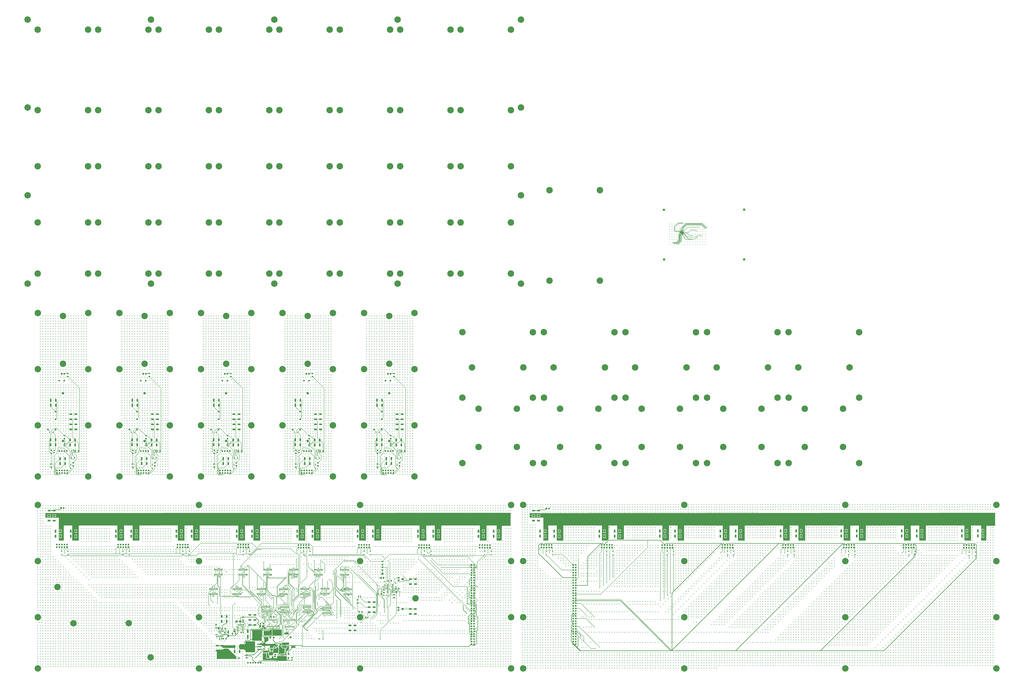
<source format=gbr>
%TF.GenerationSoftware,KiCad,Pcbnew,7.0.8*%
%TF.CreationDate,2023-11-15T12:02:34+01:00*%
%TF.ProjectId,JL,4a4c2e6b-6963-4616-945f-706362585858,rev?*%
%TF.SameCoordinates,Original*%
%TF.FileFunction,Copper,L1,Top*%
%TF.FilePolarity,Positive*%
%FSLAX46Y46*%
G04 Gerber Fmt 4.6, Leading zero omitted, Abs format (unit mm)*
G04 Created by KiCad (PCBNEW 7.0.8) date 2023-11-15 12:02:34*
%MOMM*%
%LPD*%
G01*
G04 APERTURE LIST*
G04 Aperture macros list*
%AMRoundRect*
0 Rectangle with rounded corners*
0 $1 Rounding radius*
0 $2 $3 $4 $5 $6 $7 $8 $9 X,Y pos of 4 corners*
0 Add a 4 corners polygon primitive as box body*
4,1,4,$2,$3,$4,$5,$6,$7,$8,$9,$2,$3,0*
0 Add four circle primitives for the rounded corners*
1,1,$1+$1,$2,$3*
1,1,$1+$1,$4,$5*
1,1,$1+$1,$6,$7*
1,1,$1+$1,$8,$9*
0 Add four rect primitives between the rounded corners*
20,1,$1+$1,$2,$3,$4,$5,0*
20,1,$1+$1,$4,$5,$6,$7,0*
20,1,$1+$1,$6,$7,$8,$9,0*
20,1,$1+$1,$8,$9,$2,$3,0*%
%AMRotRect*
0 Rectangle, with rotation*
0 The origin of the aperture is its center*
0 $1 length*
0 $2 width*
0 $3 Rotation angle, in degrees counterclockwise*
0 Add horizontal line*
21,1,$1,$2,0,0,$3*%
G04 Aperture macros list end*
%TA.AperFunction,WasherPad*%
%ADD10C,2.286000*%
%TD*%
%TA.AperFunction,SMDPad,CuDef*%
%ADD11RoundRect,0.062500X-0.212132X-0.300520X0.300520X0.212132X0.212132X0.300520X-0.300520X-0.212132X0*%
%TD*%
%TA.AperFunction,SMDPad,CuDef*%
%ADD12RoundRect,0.062500X0.212132X-0.300520X0.300520X-0.212132X-0.212132X0.300520X-0.300520X0.212132X0*%
%TD*%
%TA.AperFunction,SMDPad,CuDef*%
%ADD13RotRect,2.650000X3.650000X45.000000*%
%TD*%
%TA.AperFunction,SMDPad,CuDef*%
%ADD14RoundRect,0.150000X0.150000X-0.825000X0.150000X0.825000X-0.150000X0.825000X-0.150000X-0.825000X0*%
%TD*%
%TA.AperFunction,ComponentPad*%
%ADD15C,0.800000*%
%TD*%
%TA.AperFunction,ComponentPad*%
%ADD16C,6.400000*%
%TD*%
%TA.AperFunction,SMDPad,CuDef*%
%ADD17RoundRect,0.250000X-0.625000X0.312500X-0.625000X-0.312500X0.625000X-0.312500X0.625000X0.312500X0*%
%TD*%
%TA.AperFunction,ComponentPad*%
%ADD18R,1.500000X3.000000*%
%TD*%
%TA.AperFunction,ComponentPad*%
%ADD19O,1.500000X3.000000*%
%TD*%
%TA.AperFunction,SMDPad,CuDef*%
%ADD20RoundRect,0.150000X-0.150000X0.825000X-0.150000X-0.825000X0.150000X-0.825000X0.150000X0.825000X0*%
%TD*%
%TA.AperFunction,SMDPad,CuDef*%
%ADD21RoundRect,0.225000X0.375000X-0.225000X0.375000X0.225000X-0.375000X0.225000X-0.375000X-0.225000X0*%
%TD*%
%TA.AperFunction,SMDPad,CuDef*%
%ADD22RoundRect,0.140000X0.140000X0.170000X-0.140000X0.170000X-0.140000X-0.170000X0.140000X-0.170000X0*%
%TD*%
%TA.AperFunction,SMDPad,CuDef*%
%ADD23RoundRect,0.250000X0.625000X-0.312500X0.625000X0.312500X-0.625000X0.312500X-0.625000X-0.312500X0*%
%TD*%
%TA.AperFunction,ComponentPad*%
%ADD24R,1.700000X1.700000*%
%TD*%
%TA.AperFunction,ComponentPad*%
%ADD25O,1.700000X1.700000*%
%TD*%
%TA.AperFunction,SMDPad,CuDef*%
%ADD26RoundRect,0.250000X-0.475000X0.250000X-0.475000X-0.250000X0.475000X-0.250000X0.475000X0.250000X0*%
%TD*%
%TA.AperFunction,SMDPad,CuDef*%
%ADD27RoundRect,0.225000X0.225000X0.375000X-0.225000X0.375000X-0.225000X-0.375000X0.225000X-0.375000X0*%
%TD*%
%TA.AperFunction,SMDPad,CuDef*%
%ADD28RoundRect,0.140000X0.170000X-0.140000X0.170000X0.140000X-0.170000X0.140000X-0.170000X-0.140000X0*%
%TD*%
%TA.AperFunction,SMDPad,CuDef*%
%ADD29RoundRect,0.250001X-0.462499X-0.624999X0.462499X-0.624999X0.462499X0.624999X-0.462499X0.624999X0*%
%TD*%
%TA.AperFunction,SMDPad,CuDef*%
%ADD30RoundRect,0.250000X0.475000X-0.250000X0.475000X0.250000X-0.475000X0.250000X-0.475000X-0.250000X0*%
%TD*%
%TA.AperFunction,SMDPad,CuDef*%
%ADD31RoundRect,0.150000X-0.150000X0.587500X-0.150000X-0.587500X0.150000X-0.587500X0.150000X0.587500X0*%
%TD*%
%TA.AperFunction,SMDPad,CuDef*%
%ADD32RoundRect,0.250000X2.050000X0.300000X-2.050000X0.300000X-2.050000X-0.300000X2.050000X-0.300000X0*%
%TD*%
%TA.AperFunction,SMDPad,CuDef*%
%ADD33RoundRect,0.250000X2.025000X2.375000X-2.025000X2.375000X-2.025000X-2.375000X2.025000X-2.375000X0*%
%TD*%
%TA.AperFunction,SMDPad,CuDef*%
%ADD34RoundRect,0.250002X4.449998X5.149998X-4.449998X5.149998X-4.449998X-5.149998X4.449998X-5.149998X0*%
%TD*%
%TA.AperFunction,ComponentPad*%
%ADD35R,3.000000X1.500000*%
%TD*%
%TA.AperFunction,ComponentPad*%
%ADD36O,3.000000X1.500000*%
%TD*%
%TA.AperFunction,SMDPad,CuDef*%
%ADD37RoundRect,0.250000X-0.650000X0.412500X-0.650000X-0.412500X0.650000X-0.412500X0.650000X0.412500X0*%
%TD*%
%TA.AperFunction,SMDPad,CuDef*%
%ADD38RoundRect,0.250000X1.050000X0.550000X-1.050000X0.550000X-1.050000X-0.550000X1.050000X-0.550000X0*%
%TD*%
%TA.AperFunction,SMDPad,CuDef*%
%ADD39RoundRect,0.250000X-0.412500X-0.650000X0.412500X-0.650000X0.412500X0.650000X-0.412500X0.650000X0*%
%TD*%
%TA.AperFunction,SMDPad,CuDef*%
%ADD40RoundRect,0.250000X0.250000X0.475000X-0.250000X0.475000X-0.250000X-0.475000X0.250000X-0.475000X0*%
%TD*%
%TA.AperFunction,SMDPad,CuDef*%
%ADD41RoundRect,0.250000X0.312500X0.625000X-0.312500X0.625000X-0.312500X-0.625000X0.312500X-0.625000X0*%
%TD*%
%TA.AperFunction,SMDPad,CuDef*%
%ADD42RoundRect,0.250000X-0.250000X-0.475000X0.250000X-0.475000X0.250000X0.475000X-0.250000X0.475000X0*%
%TD*%
%TA.AperFunction,ComponentPad*%
%ADD43C,1.803400*%
%TD*%
%TA.AperFunction,SMDPad,CuDef*%
%ADD44RoundRect,0.140000X-0.170000X0.140000X-0.170000X-0.140000X0.170000X-0.140000X0.170000X0.140000X0*%
%TD*%
%TA.AperFunction,SMDPad,CuDef*%
%ADD45RoundRect,0.140000X-0.140000X-0.170000X0.140000X-0.170000X0.140000X0.170000X-0.140000X0.170000X0*%
%TD*%
%TA.AperFunction,SMDPad,CuDef*%
%ADD46RoundRect,0.150000X-0.150000X0.650000X-0.150000X-0.650000X0.150000X-0.650000X0.150000X0.650000X0*%
%TD*%
%TA.AperFunction,SMDPad,CuDef*%
%ADD47R,3.400000X1.300000*%
%TD*%
%TA.AperFunction,SMDPad,CuDef*%
%ADD48RoundRect,0.250000X-0.312500X-0.625000X0.312500X-0.625000X0.312500X0.625000X-0.312500X0.625000X0*%
%TD*%
%TA.AperFunction,SMDPad,CuDef*%
%ADD49R,2.400000X1.600000*%
%TD*%
%TA.AperFunction,SMDPad,CuDef*%
%ADD50R,2.400000X0.600000*%
%TD*%
%TA.AperFunction,SMDPad,CuDef*%
%ADD51R,0.500000X0.600000*%
%TD*%
%TA.AperFunction,SMDPad,CuDef*%
%ADD52R,1.300000X3.400000*%
%TD*%
%TA.AperFunction,SMDPad,CuDef*%
%ADD53RoundRect,0.250000X-1.950000X-0.700000X1.950000X-0.700000X1.950000X0.700000X-1.950000X0.700000X0*%
%TD*%
%TA.AperFunction,SMDPad,CuDef*%
%ADD54RoundRect,0.250000X0.750000X-0.400000X0.750000X0.400000X-0.750000X0.400000X-0.750000X-0.400000X0*%
%TD*%
%TA.AperFunction,SMDPad,CuDef*%
%ADD55RoundRect,0.250000X0.750000X-0.750000X0.750000X0.750000X-0.750000X0.750000X-0.750000X-0.750000X0*%
%TD*%
%TA.AperFunction,SMDPad,CuDef*%
%ADD56RoundRect,0.250000X0.400000X0.750000X-0.400000X0.750000X-0.400000X-0.750000X0.400000X-0.750000X0*%
%TD*%
%TA.AperFunction,SMDPad,CuDef*%
%ADD57RoundRect,0.250000X0.750000X0.750000X-0.750000X0.750000X-0.750000X-0.750000X0.750000X-0.750000X0*%
%TD*%
%TA.AperFunction,SMDPad,CuDef*%
%ADD58RoundRect,0.150000X0.825000X0.150000X-0.825000X0.150000X-0.825000X-0.150000X0.825000X-0.150000X0*%
%TD*%
%TA.AperFunction,ComponentPad*%
%ADD59C,2.000000*%
%TD*%
%TA.AperFunction,SMDPad,CuDef*%
%ADD60RoundRect,0.225000X-0.225000X-0.375000X0.225000X-0.375000X0.225000X0.375000X-0.225000X0.375000X0*%
%TD*%
%TA.AperFunction,SMDPad,CuDef*%
%ADD61RoundRect,0.250001X-0.624999X0.462499X-0.624999X-0.462499X0.624999X-0.462499X0.624999X0.462499X0*%
%TD*%
%TA.AperFunction,SMDPad,CuDef*%
%ADD62RoundRect,0.250000X0.550000X-1.050000X0.550000X1.050000X-0.550000X1.050000X-0.550000X-1.050000X0*%
%TD*%
%TA.AperFunction,SMDPad,CuDef*%
%ADD63RoundRect,0.225000X-0.375000X0.225000X-0.375000X-0.225000X0.375000X-0.225000X0.375000X0.225000X0*%
%TD*%
%TA.AperFunction,SMDPad,CuDef*%
%ADD64R,1.600000X2.400000*%
%TD*%
%TA.AperFunction,SMDPad,CuDef*%
%ADD65R,0.600000X2.400000*%
%TD*%
%TA.AperFunction,SMDPad,CuDef*%
%ADD66R,0.600000X0.500000*%
%TD*%
%TA.AperFunction,SMDPad,CuDef*%
%ADD67RoundRect,0.150000X-0.825000X-0.150000X0.825000X-0.150000X0.825000X0.150000X-0.825000X0.150000X0*%
%TD*%
%TA.AperFunction,SMDPad,CuDef*%
%ADD68R,0.250000X0.600000*%
%TD*%
%TA.AperFunction,SMDPad,CuDef*%
%ADD69R,4.000000X3.200000*%
%TD*%
%TA.AperFunction,SMDPad,CuDef*%
%ADD70RoundRect,0.250000X-0.300000X-0.300000X0.300000X-0.300000X0.300000X0.300000X-0.300000X0.300000X0*%
%TD*%
%TA.AperFunction,SMDPad,CuDef*%
%ADD71RoundRect,0.150000X0.150000X-0.650000X0.150000X0.650000X-0.150000X0.650000X-0.150000X-0.650000X0*%
%TD*%
%TA.AperFunction,SMDPad,CuDef*%
%ADD72RoundRect,0.150000X0.200000X-0.150000X0.200000X0.150000X-0.200000X0.150000X-0.200000X-0.150000X0*%
%TD*%
%TA.AperFunction,SMDPad,CuDef*%
%ADD73RoundRect,0.250000X-0.550000X1.500000X-0.550000X-1.500000X0.550000X-1.500000X0.550000X1.500000X0*%
%TD*%
%TA.AperFunction,ComponentPad*%
%ADD74C,1.700000*%
%TD*%
%TA.AperFunction,ComponentPad*%
%ADD75C,2.400000*%
%TD*%
%TA.AperFunction,ComponentPad*%
%ADD76R,1.800000X1.800000*%
%TD*%
%TA.AperFunction,ComponentPad*%
%ADD77C,1.800000*%
%TD*%
%TA.AperFunction,ViaPad*%
%ADD78C,0.550000*%
%TD*%
%TA.AperFunction,ViaPad*%
%ADD79C,0.700000*%
%TD*%
%TA.AperFunction,ViaPad*%
%ADD80C,0.800000*%
%TD*%
%TA.AperFunction,Conductor*%
%ADD81C,0.300000*%
%TD*%
%TA.AperFunction,Conductor*%
%ADD82C,0.500000*%
%TD*%
%TA.AperFunction,Conductor*%
%ADD83C,0.349000*%
%TD*%
G04 APERTURE END LIST*
D10*
%TO.P,REF\u002A\u002A,*%
%TO.N,*%
X712500000Y-350250000D03*
X712700000Y-399750000D03*
X792200000Y-350150000D03*
X792200000Y-399650000D03*
D11*
%TO.P,REF\u002A\u002A,1*%
%TO.N,N/C*%
X727630152Y-373132628D03*
%TO.P,REF\u002A\u002A,2*%
X727983705Y-373486182D03*
%TO.P,REF\u002A\u002A,3*%
X728337259Y-373839735D03*
%TO.P,REF\u002A\u002A,4*%
X728690812Y-374193289D03*
%TO.P,REF\u002A\u002A,5*%
X729044365Y-374546842D03*
%TO.P,REF\u002A\u002A,6*%
X729397919Y-374900395D03*
%TO.P,REF\u002A\u002A,7*%
X729751472Y-375253949D03*
%TO.P,REF\u002A\u002A,8*%
X730105026Y-375607502D03*
D12*
%TO.P,REF\u002A\u002A,9*%
X731094975Y-375607502D03*
%TO.P,REF\u002A\u002A,10*%
X731448529Y-375253949D03*
%TO.P,REF\u002A\u002A,11*%
X731802082Y-374900395D03*
%TO.P,REF\u002A\u002A,12*%
X732155635Y-374546842D03*
%TO.P,REF\u002A\u002A,13*%
X732509189Y-374193289D03*
%TO.P,REF\u002A\u002A,14*%
X732862742Y-373839735D03*
D11*
%TO.P,REF\u002A\u002A,15*%
X732862742Y-372849786D03*
%TO.P,REF\u002A\u002A,16*%
X732509189Y-372496232D03*
%TO.P,REF\u002A\u002A,17*%
X732155635Y-372142679D03*
%TO.P,REF\u002A\u002A,18*%
X731802082Y-371789125D03*
%TO.P,REF\u002A\u002A,19*%
X731448529Y-371435572D03*
%TO.P,REF\u002A\u002A,20*%
X731094975Y-371082019D03*
%TO.P,REF\u002A\u002A,21*%
X730741422Y-370728465D03*
%TO.P,REF\u002A\u002A,22*%
X730387868Y-370374912D03*
D12*
%TO.P,REF\u002A\u002A,23*%
X729397919Y-370374912D03*
%TO.P,REF\u002A\u002A,24*%
X729044365Y-370728465D03*
%TO.P,REF\u002A\u002A,25*%
X728690812Y-371082019D03*
%TO.P,REF\u002A\u002A,26*%
X728337259Y-371435572D03*
%TO.P,REF\u002A\u002A,27*%
X727983705Y-371789125D03*
%TO.P,REF\u002A\u002A,28*%
X727630152Y-372142679D03*
D13*
%TO.P,REF\u002A\u002A,29*%
X730246447Y-372991207D03*
%TD*%
D14*
%TO.P,U409,1*%
%TO.N,GATE_1*%
X315060682Y-712998023D03*
%TO.P,U409,2,-*%
X316330682Y-712998023D03*
%TO.P,U409,3,+*%
%TO.N,CHAN_1*%
X317600682Y-712998023D03*
%TO.P,U409,4,V+*%
%TO.N,+6V*%
X318870682Y-712998023D03*
%TO.P,U409,5,+*%
%TO.N,CHAN_1*%
X320140682Y-712998023D03*
%TO.P,U409,6,-*%
%TO.N,RELAYS_1*%
X321410682Y-712998023D03*
%TO.P,U409,7*%
X322680682Y-712998023D03*
%TO.P,U409,8*%
%TO.N,CV_2*%
X322680682Y-708048023D03*
%TO.P,U409,9,-*%
X321410682Y-708048023D03*
%TO.P,U409,10,+*%
%TO.N,CHAN_2*%
X320140682Y-708048023D03*
%TO.P,U409,11,V-*%
%TO.N,GND*%
X318870682Y-708048023D03*
%TO.P,U409,12,+*%
%TO.N,CHAN_2*%
X317600682Y-708048023D03*
%TO.P,U409,13,-*%
%TO.N,GATE_2*%
X316330682Y-708048023D03*
%TO.P,U409,14*%
X315060682Y-708048023D03*
%TD*%
D15*
%TO.P,H152,1*%
%TO.N,N/C*%
X300320682Y-615373023D03*
X301023626Y-613675967D03*
X301023626Y-617070079D03*
X302720682Y-612973023D03*
D16*
X302720682Y-615373023D03*
D15*
X302720682Y-617773023D03*
X304417738Y-613675967D03*
X304417738Y-617070079D03*
X305120682Y-615373023D03*
%TD*%
%TO.P,H267,1*%
%TO.N,N/C*%
X822950000Y-472050000D03*
X823652944Y-470352944D03*
X823652944Y-473747056D03*
X825350000Y-469650000D03*
D16*
X825350000Y-472050000D03*
D15*
X825350000Y-474450000D03*
X827047056Y-470352944D03*
X827047056Y-473747056D03*
X827750000Y-472050000D03*
%TD*%
%TO.P,H198,1*%
%TO.N,N/C*%
X381320682Y-452873023D03*
X382023626Y-451175967D03*
X382023626Y-454570079D03*
X383720682Y-450473023D03*
D16*
X383720682Y-452873023D03*
D15*
X383720682Y-455273023D03*
X385417738Y-451175967D03*
X385417738Y-454570079D03*
X386120682Y-452873023D03*
%TD*%
D17*
%TO.P,R515,1*%
%TO.N,/module-master/R_to_KLED_0*%
X282420682Y-513135523D03*
%TO.P,R515,2*%
%TO.N,/module-master/E_to_R_0*%
X282420682Y-516060523D03*
%TD*%
D18*
%TO.P,J510,1,Pin_1*%
%TO.N,Net-(J502-Pin_1)*%
X346470682Y-539623023D03*
X346470682Y-544623023D03*
D19*
%TO.P,J510,2,Pin_2*%
%TO.N,Net-(J502-Pin_2)*%
X351470682Y-539623023D03*
X351470682Y-544623023D03*
%TD*%
D20*
%TO.P,U402,1*%
%TO.N,/CascadeCounters-CommonOutputs/ZEROES*%
X361680682Y-745198023D03*
%TO.P,U402,2*%
%TO.N,/CascadeCounters-CommonOutputs/FOUR*%
X360410682Y-745198023D03*
%TO.P,U402,3*%
%TO.N,CHAN_4*%
X359140682Y-745198023D03*
%TO.P,U402,4*%
%TO.N,/CascadeCounters-CommonOutputs/ZEROES*%
X357870682Y-745198023D03*
%TO.P,U402,5*%
%TO.N,/CascadeCounters-CommonOutputs/ONE*%
X356600682Y-745198023D03*
%TO.P,U402,6*%
%TO.N,CHAN_1*%
X355330682Y-745198023D03*
%TO.P,U402,7,GND*%
%TO.N,GND*%
X354060682Y-745198023D03*
%TO.P,U402,8*%
%TO.N,CHAN_2*%
X354060682Y-750148023D03*
%TO.P,U402,9*%
%TO.N,/CascadeCounters-CommonOutputs/ZEROES*%
X355330682Y-750148023D03*
%TO.P,U402,10*%
%TO.N,/CascadeCounters-CommonOutputs/TWO*%
X356600682Y-750148023D03*
%TO.P,U402,11*%
%TO.N,CHAN_3*%
X357870682Y-750148023D03*
%TO.P,U402,12*%
%TO.N,/CascadeCounters-CommonOutputs/ZEROES*%
X359140682Y-750148023D03*
%TO.P,U402,13*%
%TO.N,/CascadeCounters-CommonOutputs/THREE*%
X360410682Y-750148023D03*
%TO.P,U402,14,VCC*%
%TO.N,+6V*%
X361680682Y-750148023D03*
%TD*%
D15*
%TO.P,H187,1*%
%TO.N,N/C*%
X381320682Y-615373023D03*
X382023626Y-613675967D03*
X382023626Y-617070079D03*
X383720682Y-612973023D03*
D16*
X383720682Y-615373023D03*
D15*
X383720682Y-617773023D03*
X385417738Y-613675967D03*
X385417738Y-617070079D03*
X386120682Y-615373023D03*
%TD*%
D18*
%TO.P,J8,1,Pin_1*%
%TO.N,NEUT2*%
X888579716Y-669546648D03*
X888579716Y-674546648D03*
D19*
%TO.P,J8,2,Pin_2*%
%TO.N,LINE2*%
X893579716Y-669546648D03*
X893579716Y-674546648D03*
%TD*%
D15*
%TO.P,H108,1*%
%TO.N,N/C*%
X890302944Y-755346648D03*
X891005888Y-753649592D03*
X891005888Y-757043704D03*
X892702944Y-752946648D03*
D16*
X892702944Y-755346648D03*
D15*
X892702944Y-757746648D03*
X894400000Y-753649592D03*
X894400000Y-757043704D03*
X895102944Y-755346648D03*
%TD*%
%TO.P,H252,1*%
%TO.N,N/C*%
X741950000Y-537050000D03*
X742652944Y-535352944D03*
X742652944Y-538747056D03*
X744350000Y-534650000D03*
D16*
X744350000Y-537050000D03*
D15*
X744350000Y-539450000D03*
X746047056Y-535352944D03*
X746047056Y-538747056D03*
X746750000Y-537050000D03*
%TD*%
%TO.P,H258,1*%
%TO.N,N/C*%
X822950000Y-602050000D03*
X823652944Y-600352944D03*
X823652944Y-603747056D03*
X825350000Y-599650000D03*
D16*
X825350000Y-602050000D03*
D15*
X825350000Y-604450000D03*
X827047056Y-600352944D03*
X827047056Y-603747056D03*
X827750000Y-602050000D03*
%TD*%
%TO.P,H272,1*%
%TO.N,N/C*%
X888000000Y-586050000D03*
X888702944Y-584352944D03*
X888702944Y-587747056D03*
X890400000Y-583650000D03*
D16*
X890400000Y-586050000D03*
D15*
X890400000Y-588450000D03*
X892097056Y-584352944D03*
X892097056Y-587747056D03*
X892800000Y-586050000D03*
%TD*%
%TO.P,H235,1*%
%TO.N,N/C*%
X607000000Y-586050000D03*
X607702944Y-584352944D03*
X607702944Y-587747056D03*
X609400000Y-583650000D03*
D16*
X609400000Y-586050000D03*
D15*
X609400000Y-588450000D03*
X611097056Y-584352944D03*
X611097056Y-587747056D03*
X611800000Y-586050000D03*
%TD*%
%TO.P,H108,1*%
%TO.N,N/C*%
X88300682Y-643708023D03*
X89003626Y-642010967D03*
X89003626Y-645405079D03*
X90700682Y-641308023D03*
D16*
X90700682Y-643708023D03*
D15*
X90700682Y-646108023D03*
X92397738Y-642010967D03*
X92397738Y-645405079D03*
X93100682Y-643708023D03*
%TD*%
D14*
%TO.P,U419,1*%
%TO.N,\u002ARELAYS_14*%
X391240682Y-713098023D03*
%TO.P,U419,2,-*%
X392510682Y-713098023D03*
%TO.P,U419,3,+*%
%TO.N,CHAN_14*%
X393780682Y-713098023D03*
%TO.P,U419,4,V+*%
%TO.N,+6V*%
X395050682Y-713098023D03*
%TO.P,U419,5,+*%
%TO.N,CHAN_15*%
X396320682Y-713098023D03*
%TO.P,U419,6,-*%
%TO.N,\u002ACV_15*%
X397590682Y-713098023D03*
%TO.P,U419,7*%
X398860682Y-713098023D03*
%TO.P,U419,8*%
%TO.N,\u002AGATE_15*%
X398860682Y-708148023D03*
%TO.P,U419,9,-*%
X397590682Y-708148023D03*
%TO.P,U419,10,+*%
%TO.N,CHAN_15*%
X396320682Y-708148023D03*
%TO.P,U419,11,V-*%
%TO.N,GND*%
X395050682Y-708148023D03*
%TO.P,U419,12,+*%
%TO.N,CHAN_15*%
X393780682Y-708148023D03*
%TO.P,U419,13,-*%
%TO.N,\u002ARELAYS_15*%
X392510682Y-708148023D03*
%TO.P,U419,14*%
X391240682Y-708148023D03*
%TD*%
D15*
%TO.P,H270,1*%
%TO.N,N/C*%
X903950000Y-602050000D03*
X904652944Y-600352944D03*
X904652944Y-603747056D03*
X906350000Y-599650000D03*
D16*
X906350000Y-602050000D03*
D15*
X906350000Y-604450000D03*
X908047056Y-600352944D03*
X908047056Y-603747056D03*
X908750000Y-602050000D03*
%TD*%
%TO.P,H266,1*%
%TO.N,N/C*%
X813500000Y-507050000D03*
X814202944Y-505352944D03*
X814202944Y-508747056D03*
X815900000Y-504650000D03*
D16*
X815900000Y-507050000D03*
D15*
X815900000Y-509450000D03*
X817597056Y-505352944D03*
X817597056Y-508747056D03*
X818300000Y-507050000D03*
%TD*%
%TO.P,H256,1*%
%TO.N,N/C*%
X671902944Y-471997056D03*
X672605888Y-470300000D03*
X672605888Y-473694112D03*
X674302944Y-469597056D03*
D16*
X674302944Y-471997056D03*
D15*
X674302944Y-474397056D03*
X676000000Y-470300000D03*
X676000000Y-473694112D03*
X676702944Y-471997056D03*
%TD*%
D21*
%TO.P,D128,1,K*%
%TO.N,Net-(D128-K)*%
X775649716Y-693169982D03*
%TO.P,D128,2,A*%
%TO.N,CV_OUTPUT_11*%
X775649716Y-689869982D03*
%TD*%
D15*
%TO.P,H113,1*%
%TO.N,N/C*%
X219320682Y-564539689D03*
X220023626Y-562842633D03*
X220023626Y-566236745D03*
X221720682Y-562139689D03*
D16*
X221720682Y-564539689D03*
D15*
X221720682Y-566939689D03*
X223417738Y-562842633D03*
X223417738Y-566236745D03*
X224120682Y-564539689D03*
%TD*%
D22*
%TO.P,C403,1*%
%TO.N,GND*%
X319670682Y-714748023D03*
%TO.P,C403,2*%
%TO.N,+6V*%
X318710682Y-714748023D03*
%TD*%
D15*
%TO.P,H108,1*%
%TO.N,N/C*%
X730302944Y-643679982D03*
X731005888Y-641982926D03*
X731005888Y-645377038D03*
X732702944Y-641279982D03*
D16*
X732702944Y-643679982D03*
D15*
X732702944Y-646079982D03*
X734400000Y-641982926D03*
X734400000Y-645377038D03*
X735102944Y-643679982D03*
%TD*%
D21*
%TO.P,D101,1,K*%
%TO.N,CV_CommonChannelOutput*%
X114320682Y-693198023D03*
%TO.P,D101,2,A*%
%TO.N,CV_OUTPUT_0*%
X114320682Y-689898023D03*
%TD*%
%TO.P,D130,1,K*%
%TO.N,Net-(D130-K)*%
X895949716Y-693069982D03*
%TO.P,D130,2,A*%
%TO.N,CV_OUTPUT_13*%
X895949716Y-689769982D03*
%TD*%
D18*
%TO.P,SW509,1,A*%
%TO.N,/module-master/R_to_C_0*%
X265320682Y-578873023D03*
X265320682Y-583873023D03*
D19*
%TO.P,SW509,2,B*%
%TO.N,/module-master/A_to_ALQ305_0*%
X270320682Y-578873023D03*
X270320682Y-583873023D03*
%TD*%
D15*
%TO.P,H108,1*%
%TO.N,N/C*%
X408300682Y-643708023D03*
X409003626Y-642010967D03*
X409003626Y-645405079D03*
X410700682Y-641308023D03*
D16*
X410700682Y-643708023D03*
D15*
X410700682Y-646108023D03*
X412397738Y-642010967D03*
X412397738Y-645405079D03*
X413100682Y-643708023D03*
%TD*%
D17*
%TO.P,R304,1*%
%TO.N,Net-(C305-Pad1)*%
X408180682Y-738185523D03*
%TO.P,R304,2*%
%TO.N,CLOCK*%
X408180682Y-741110523D03*
%TD*%
D23*
%TO.P,R513,1*%
%TO.N,_RELAYS_0*%
X287820682Y-604823023D03*
%TO.P,R513,2*%
%TO.N,/module-master/R_to_B_0*%
X287820682Y-601898023D03*
%TD*%
D21*
%TO.P,D110,1,K*%
%TO.N,GATE_CommonChannelOutput*%
X181520682Y-693198023D03*
%TO.P,D110,2,A*%
%TO.N,GATE_OUTPUT_1*%
X181520682Y-689898023D03*
%TD*%
D15*
%TO.P,H157,1*%
%TO.N,N/C*%
X388150682Y-362891355D03*
X388853626Y-361194299D03*
X388853626Y-364588411D03*
X390550682Y-360491355D03*
D16*
X390550682Y-362891355D03*
D15*
X390550682Y-365291355D03*
X392247738Y-361194299D03*
X392247738Y-364588411D03*
X392950682Y-362891355D03*
%TD*%
%TO.P,H108,1*%
%TO.N,N/C*%
X596500000Y-420750000D03*
X597202944Y-419052944D03*
X597202944Y-422447056D03*
X598900000Y-418350000D03*
D16*
X598900000Y-420750000D03*
D15*
X598900000Y-423150000D03*
X600597056Y-419052944D03*
X600597056Y-422447056D03*
X601300000Y-420750000D03*
%TD*%
D14*
%TO.P,U413,1*%
%TO.N,RELAYS_6*%
X284610682Y-732298023D03*
%TO.P,U413,2,-*%
X285880682Y-732298023D03*
%TO.P,U413,3,+*%
%TO.N,CHAN_6*%
X287150682Y-732298023D03*
%TO.P,U413,4,V+*%
%TO.N,+6V*%
X288420682Y-732298023D03*
%TO.P,U413,5,+*%
%TO.N,CHAN_7*%
X289690682Y-732298023D03*
%TO.P,U413,6,-*%
%TO.N,CV_7*%
X290960682Y-732298023D03*
%TO.P,U413,7*%
X292230682Y-732298023D03*
%TO.P,U413,8*%
%TO.N,GATE_7*%
X292230682Y-727348023D03*
%TO.P,U413,9,-*%
X290960682Y-727348023D03*
%TO.P,U413,10,+*%
%TO.N,CHAN_7*%
X289690682Y-727348023D03*
%TO.P,U413,11,V-*%
%TO.N,GND*%
X288420682Y-727348023D03*
%TO.P,U413,12,+*%
%TO.N,CHAN_7*%
X287150682Y-727348023D03*
%TO.P,U413,13,-*%
%TO.N,RELAYS_7*%
X285880682Y-727348023D03*
%TO.P,U413,14*%
X284610682Y-727348023D03*
%TD*%
D24*
%TO.P,J105,1,Pin_1*%
%TO.N,GATE_OUTPUT_4*%
X359720682Y-686088023D03*
D25*
%TO.P,J105,2,Pin_2*%
%TO.N,GND*%
X359720682Y-683548023D03*
%TO.P,J105,3,Pin_3*%
%TO.N,GATE_4*%
X357180682Y-686088023D03*
%TO.P,J105,4,Pin_4*%
%TO.N,GND*%
X357180682Y-683548023D03*
%TO.P,J105,5,Pin_5*%
%TO.N,CV_OUTPUT_4*%
X354640682Y-686088023D03*
%TO.P,J105,6,Pin_6*%
%TO.N,GND*%
X354640682Y-683548023D03*
%TO.P,J105,7,Pin_7*%
%TO.N,RELAYS_4*%
X352100682Y-686088023D03*
%TO.P,J105,8,Pin_8*%
%TO.N,+5VA*%
X352100682Y-683548023D03*
%TO.P,J105,9,Pin_9*%
%TO.N,CV_4*%
X349560682Y-686088023D03*
%TO.P,J105,10,Pin_10*%
%TO.N,GND*%
X349560682Y-683548023D03*
%TD*%
D26*
%TO.P,C511,1*%
%TO.N,/module-master/SHUNT_1_0*%
X360320682Y-582548023D03*
%TO.P,C511,2*%
%TO.N,/module-master/SW_to_AQ-A_IN_0*%
X360320682Y-584448023D03*
%TD*%
D15*
%TO.P,H153,1*%
%TO.N,N/C*%
X378150682Y-251224689D03*
X378853626Y-249527633D03*
X378853626Y-252921745D03*
X380550682Y-248824689D03*
D16*
X380550682Y-251224689D03*
D15*
X380550682Y-253624689D03*
X382247738Y-249527633D03*
X382247738Y-252921745D03*
X382950682Y-251224689D03*
%TD*%
%TO.P,H202,1*%
%TO.N,N/C*%
X412320682Y-564539689D03*
X413023626Y-562842633D03*
X413023626Y-566236745D03*
X414720682Y-562139689D03*
D16*
X414720682Y-564539689D03*
D15*
X414720682Y-566939689D03*
X416417738Y-562842633D03*
X416417738Y-566236745D03*
X417120682Y-564539689D03*
%TD*%
D18*
%TO.P,J502,1,Pin_1*%
%TO.N,Net-(J502-Pin_1)*%
X103470682Y-539623023D03*
X103470682Y-544623023D03*
D19*
%TO.P,J502,2,Pin_2*%
%TO.N,Net-(J502-Pin_2)*%
X108470682Y-539623023D03*
X108470682Y-544623023D03*
%TD*%
D15*
%TO.P,H231,1*%
%TO.N,N/C*%
X558150682Y-171224689D03*
X558853626Y-169527633D03*
X558853626Y-172921745D03*
X560550682Y-168824689D03*
D16*
X560550682Y-171224689D03*
D15*
X560550682Y-173624689D03*
X562247738Y-169527633D03*
X562247738Y-172921745D03*
X562950682Y-171224689D03*
%TD*%
%TO.P,H177,1*%
%TO.N,N/C*%
X508150682Y-362891355D03*
X508853626Y-361194299D03*
X508853626Y-364588411D03*
X510550682Y-360491355D03*
D16*
X510550682Y-362891355D03*
D15*
X510550682Y-365291355D03*
X512247738Y-361194299D03*
X512247738Y-364588411D03*
X512950682Y-362891355D03*
%TD*%
D27*
%TO.P,D125,1,K*%
%TO.N,Net-(D125-K)*%
X437080682Y-733548023D03*
%TO.P,D125,2,A*%
%TO.N,CLOCK*%
X433780682Y-733548023D03*
%TD*%
D15*
%TO.P,H176,1*%
%TO.N,N/C*%
X558150682Y-413724689D03*
X558853626Y-412027633D03*
X558853626Y-415421745D03*
X560550682Y-411324689D03*
D16*
X560550682Y-413724689D03*
D15*
X560550682Y-416124689D03*
X562247738Y-412027633D03*
X562247738Y-415421745D03*
X562950682Y-413724689D03*
%TD*%
D21*
%TO.P,D109,1,K*%
%TO.N,GATE_CommonChannelOutput*%
X120520682Y-693198023D03*
%TO.P,D109,2,A*%
%TO.N,GATE_OUTPUT_0*%
X120520682Y-689898023D03*
%TD*%
D15*
%TO.P,H123,1*%
%TO.N,N/C*%
X198150682Y-251224689D03*
X198853626Y-249527633D03*
X198853626Y-252921745D03*
X200550682Y-248824689D03*
D16*
X200550682Y-251224689D03*
D15*
X200550682Y-253624689D03*
X202247738Y-249527633D03*
X202247738Y-252921745D03*
X202950682Y-251224689D03*
%TD*%
%TO.P,H161,1*%
%TO.N,N/C*%
X388150682Y-251224689D03*
X388853626Y-249527633D03*
X388853626Y-252921745D03*
X390550682Y-248824689D03*
D16*
X390550682Y-251224689D03*
D15*
X390550682Y-253624689D03*
X392247738Y-249527633D03*
X392247738Y-252921745D03*
X392950682Y-251224689D03*
%TD*%
%TO.P,H132,1*%
%TO.N,N/C*%
X194300682Y-455874689D03*
X195003626Y-454177633D03*
X195003626Y-457571745D03*
X196700682Y-453474689D03*
D16*
X196700682Y-455874689D03*
D15*
X196700682Y-458274689D03*
X198397738Y-454177633D03*
X198397738Y-457571745D03*
X199100682Y-455874689D03*
%TD*%
D18*
%TO.P,J503,1,Pin_1*%
%TO.N,NEUT*%
X363410682Y-669798023D03*
X363410682Y-674798023D03*
D19*
%TO.P,J503,2,Pin_2*%
%TO.N,LINE*%
X368410682Y-669798023D03*
X368410682Y-674798023D03*
%TD*%
D15*
%TO.P,H136,1*%
%TO.N,N/C*%
X318150682Y-413724689D03*
X318853626Y-412027633D03*
X318853626Y-415421745D03*
X320550682Y-411324689D03*
D16*
X320550682Y-413724689D03*
D15*
X320550682Y-416124689D03*
X322247738Y-412027633D03*
X322247738Y-415421745D03*
X322950682Y-413724689D03*
%TD*%
%TO.P,H108,1*%
%TO.N,N/C*%
X248300682Y-643708023D03*
X249003626Y-642010967D03*
X249003626Y-645405079D03*
X250700682Y-641308023D03*
D16*
X250700682Y-643708023D03*
D15*
X250700682Y-646108023D03*
X252397738Y-642010967D03*
X252397738Y-645405079D03*
X253100682Y-643708023D03*
%TD*%
%TO.P,H204,1*%
%TO.N,N/C*%
X412320682Y-508706356D03*
X413023626Y-507009300D03*
X413023626Y-510403412D03*
X414720682Y-506306356D03*
D16*
X414720682Y-508706356D03*
D15*
X414720682Y-511106356D03*
X416417738Y-507009300D03*
X416417738Y-510403412D03*
X417120682Y-508706356D03*
%TD*%
%TO.P,H236,1*%
%TO.N,N/C*%
X645000000Y-586050000D03*
X645702944Y-584352944D03*
X645702944Y-587747056D03*
X647400000Y-583650000D03*
D16*
X647400000Y-586050000D03*
D15*
X647400000Y-588450000D03*
X649097056Y-584352944D03*
X649097056Y-587747056D03*
X649800000Y-586050000D03*
%TD*%
%TO.P,H240,1*%
%TO.N,N/C*%
X660950000Y-537050000D03*
X661652944Y-535352944D03*
X661652944Y-538747056D03*
X663350000Y-534650000D03*
D16*
X663350000Y-537050000D03*
D15*
X663350000Y-539450000D03*
X665047056Y-535352944D03*
X665047056Y-538747056D03*
X665750000Y-537050000D03*
%TD*%
%TO.P,H215,1*%
%TO.N,N/C*%
X323121872Y-161229689D03*
X323824816Y-159532633D03*
X323824816Y-162926745D03*
X325521872Y-158829689D03*
D16*
X325521872Y-161229689D03*
D15*
X325521872Y-163629689D03*
X327218928Y-159532633D03*
X327218928Y-162926745D03*
X327921872Y-161229689D03*
%TD*%
%TO.P,H108,1*%
%TO.N,N/C*%
X564000000Y-586050000D03*
X564702944Y-584352944D03*
X564702944Y-587747056D03*
X566400000Y-583650000D03*
D16*
X566400000Y-586050000D03*
D15*
X566400000Y-588450000D03*
X568097056Y-584352944D03*
X568097056Y-587747056D03*
X568800000Y-586050000D03*
%TD*%
D28*
%TO.P,C504,1*%
%TO.N,/module-master/R_to_C_0*%
X206320682Y-594378023D03*
%TO.P,C504,2*%
X206320682Y-593418023D03*
%TD*%
D18*
%TO.P,J15,1,Pin_1*%
%TO.N,NEUT2*%
X648429716Y-669846648D03*
X648429716Y-674846648D03*
D19*
%TO.P,J15,2,Pin_2*%
%TO.N,LINE2*%
X653429716Y-669846648D03*
X653429716Y-674846648D03*
%TD*%
D29*
%TO.P,D204,1,K*%
%TO.N,/Power Supply/LDO_LED_K*%
X311798182Y-764223023D03*
%TO.P,D204,2,A*%
%TO.N,/Power Supply/Unfiltered-6V*%
X314773182Y-764223023D03*
%TD*%
D15*
%TO.P,H191,1*%
%TO.N,N/C*%
X568121872Y-335896355D03*
X568824816Y-334199299D03*
X568824816Y-337593411D03*
X570521872Y-333496355D03*
D16*
X570521872Y-335896355D03*
D15*
X570521872Y-338296355D03*
X572218928Y-334199299D03*
X572218928Y-337593411D03*
X572921872Y-335896355D03*
%TD*%
D30*
%TO.P,C205,1*%
%TO.N,/Power Supply/5VA Unfiltered*%
X343160682Y-797748023D03*
%TO.P,C205,2*%
%TO.N,GND*%
X343160682Y-795848023D03*
%TD*%
D15*
%TO.P,H162,1*%
%TO.N,N/C*%
X300320682Y-564539689D03*
X301023626Y-562842633D03*
X301023626Y-566236745D03*
X302720682Y-562139689D03*
D16*
X302720682Y-564539689D03*
D15*
X302720682Y-566939689D03*
X304417738Y-562842633D03*
X304417738Y-566236745D03*
X305120682Y-564539689D03*
%TD*%
%TO.P,H229,1*%
%TO.N,N/C*%
X498150682Y-171224689D03*
X498853626Y-169527633D03*
X498853626Y-172921745D03*
X500550682Y-168824689D03*
D16*
X500550682Y-171224689D03*
D15*
X500550682Y-173624689D03*
X502247738Y-169527633D03*
X502247738Y-172921745D03*
X502950682Y-171224689D03*
%TD*%
D31*
%TO.P,Q502,1,B*%
%TO.N,/module-master/R_to_B_0*%
X207170682Y-589935523D03*
%TO.P,Q502,2,E*%
%TO.N,/module-master/E_to_R_0*%
X205270682Y-589935523D03*
%TO.P,Q502,3,C*%
%TO.N,/module-master/R_to_C_0*%
X206220682Y-591810523D03*
%TD*%
D15*
%TO.P,H222,1*%
%TO.N,N/C*%
X268150682Y-171224689D03*
X268853626Y-169527633D03*
X268853626Y-172921745D03*
X270550682Y-168824689D03*
D16*
X270550682Y-171224689D03*
D15*
X270550682Y-173624689D03*
X272247738Y-169527633D03*
X272247738Y-172921745D03*
X272950682Y-171224689D03*
%TD*%
%TO.P,H185,1*%
%TO.N,N/C*%
X300320682Y-452873023D03*
X301023626Y-451175967D03*
X301023626Y-454570079D03*
X302720682Y-450473023D03*
D16*
X302720682Y-452873023D03*
D15*
X302720682Y-455273023D03*
X304417738Y-451175967D03*
X304417738Y-454570079D03*
X305120682Y-452873023D03*
%TD*%
D21*
%TO.P,D129,1,K*%
%TO.N,Net-(D129-K)*%
X902149716Y-693069982D03*
%TO.P,D129,2,A*%
%TO.N,GATE_OUTPUT_13*%
X902149716Y-689769982D03*
%TD*%
D32*
%TO.P,U202,1,IN*%
%TO.N,+12V*%
X317510682Y-775838023D03*
D33*
%TO.P,U202,2,GND*%
%TO.N,GND*%
X310785682Y-776073023D03*
X310785682Y-770523023D03*
D34*
X308360682Y-773298023D03*
D33*
X305935682Y-776073023D03*
X305935682Y-770523023D03*
D32*
%TO.P,U202,3,OUT*%
%TO.N,/Power Supply/Unfiltered-6V*%
X317510682Y-770758023D03*
%TD*%
D35*
%TO.P,J120,1,S*%
%TO.N,GND*%
X460580682Y-752135523D03*
X465580682Y-752135523D03*
D36*
%TO.P,J120,2,T*%
%TO.N,GATE*%
X460580682Y-747135523D03*
X465580682Y-747135523D03*
%TD*%
D18*
%TO.P,SW514,1,A*%
%TO.N,/module-master/R_to_C_0*%
X446720682Y-579123023D03*
X446720682Y-584123023D03*
D19*
%TO.P,SW514,2,B*%
%TO.N,/module-master/SW_to_AQ-A_IN_0*%
X451720682Y-579123023D03*
X451720682Y-584123023D03*
%TD*%
D15*
%TO.P,H143,1*%
%TO.N,N/C*%
X318150682Y-251224689D03*
X318853626Y-249527633D03*
X318853626Y-252921745D03*
X320550682Y-248824689D03*
D16*
X320550682Y-251224689D03*
D15*
X320550682Y-253624689D03*
X322247738Y-249527633D03*
X322247738Y-252921745D03*
X322950682Y-251224689D03*
%TD*%
D21*
%TO.P,D118,1,K*%
%TO.N,Net-(D118-K)*%
X715849716Y-693169982D03*
%TO.P,D118,2,A*%
%TO.N,CV_OUTPUT_10*%
X715849716Y-689869982D03*
%TD*%
%TO.P,D107,1,K*%
%TO.N,CV_CommonChannelOutput*%
X474620682Y-693198023D03*
%TO.P,D107,2,A*%
%TO.N,CV_OUTPUT_6*%
X474620682Y-689898023D03*
%TD*%
D24*
%TO.P,J109,1,Pin_1*%
%TO.N,GATE_OUTPUT_8*%
X600949716Y-686019982D03*
D25*
%TO.P,J109,2,Pin_2*%
%TO.N,SECONDARY_GND*%
X600949716Y-683479982D03*
%TO.P,J109,3,Pin_3*%
%TO.N,GATE_8*%
X598409716Y-686019982D03*
%TO.P,J109,4,Pin_4*%
%TO.N,SECONDARY_GND*%
X598409716Y-683479982D03*
%TO.P,J109,5,Pin_5*%
%TO.N,CV_OUTPUT_8*%
X595869716Y-686019982D03*
%TO.P,J109,6,Pin_6*%
%TO.N,SECONDARY_GND*%
X595869716Y-683479982D03*
%TO.P,J109,7,Pin_7*%
%TO.N,RELAYS_8*%
X593329716Y-686019982D03*
%TO.P,J109,8,Pin_8*%
%TO.N,SECONDARY_5VA*%
X593329716Y-683479982D03*
%TO.P,J109,9,Pin_9*%
%TO.N,CV_8*%
X590789716Y-686019982D03*
%TO.P,J109,10,Pin_10*%
%TO.N,SECONDARY_GND*%
X590789716Y-683479982D03*
%TD*%
D15*
%TO.P,H247,1*%
%TO.N,N/C*%
X688000000Y-586050000D03*
X688702944Y-584352944D03*
X688702944Y-587747056D03*
X690400000Y-583650000D03*
D16*
X690400000Y-586050000D03*
D15*
X690400000Y-588450000D03*
X692097056Y-584352944D03*
X692097056Y-587747056D03*
X692800000Y-586050000D03*
%TD*%
D22*
%TO.P,C410,1*%
%TO.N,GND*%
X289160682Y-734174689D03*
%TO.P,C410,2*%
%TO.N,+6V*%
X288200682Y-734174689D03*
%TD*%
D15*
%TO.P,H200,1*%
%TO.N,N/C*%
X412320682Y-615373023D03*
X413023626Y-613675967D03*
X413023626Y-617070079D03*
X414720682Y-612973023D03*
D16*
X414720682Y-615373023D03*
D15*
X414720682Y-617773023D03*
X416417738Y-613675967D03*
X416417738Y-617070079D03*
X417120682Y-615373023D03*
%TD*%
%TO.P,H194,1*%
%TO.N,N/C*%
X78121872Y-423729689D03*
X78824816Y-422032633D03*
X78824816Y-425426745D03*
X80521872Y-421329689D03*
D16*
X80521872Y-423729689D03*
D15*
X80521872Y-426129689D03*
X82218928Y-422032633D03*
X82218928Y-425426745D03*
X82921872Y-423729689D03*
%TD*%
%TO.P,H108,1*%
%TO.N,N/C*%
X88320682Y-452873023D03*
X89023626Y-451175967D03*
X89023626Y-454570079D03*
X90720682Y-450473023D03*
D16*
X90720682Y-452873023D03*
D15*
X90720682Y-455273023D03*
X92417738Y-451175967D03*
X92417738Y-454570079D03*
X93120682Y-452873023D03*
%TD*%
%TO.P,H108,1*%
%TO.N,N/C*%
X579950000Y-602050000D03*
X580652944Y-600352944D03*
X580652944Y-603747056D03*
X582350000Y-599650000D03*
D16*
X582350000Y-602050000D03*
D15*
X582350000Y-604450000D03*
X584047056Y-600352944D03*
X584047056Y-603747056D03*
X584750000Y-602050000D03*
%TD*%
D37*
%TO.P,C209,1*%
%TO.N,/Power Supply/Unfiltered-6V*%
X321485682Y-772173023D03*
%TO.P,C209,2*%
%TO.N,GND*%
X321485682Y-775298023D03*
%TD*%
D15*
%TO.P,H226,1*%
%TO.N,N/C*%
X388150682Y-171224689D03*
X388853626Y-169527633D03*
X388853626Y-172921745D03*
X390550682Y-168824689D03*
D16*
X390550682Y-171224689D03*
D15*
X390550682Y-173624689D03*
X392247738Y-169527633D03*
X392247738Y-172921745D03*
X392950682Y-171224689D03*
%TD*%
%TO.P,H244,1*%
%TO.N,N/C*%
X590902944Y-471997056D03*
X591605888Y-470300000D03*
X591605888Y-473694112D03*
X593302944Y-469597056D03*
D16*
X593302944Y-471997056D03*
D15*
X593302944Y-474397056D03*
X595000000Y-470300000D03*
X595000000Y-473694112D03*
X595702944Y-471997056D03*
%TD*%
D18*
%TO.P,J7,1,Pin_1*%
%TO.N,NEUT2*%
X903979716Y-669546648D03*
X903979716Y-674546648D03*
D19*
%TO.P,J7,2,Pin_2*%
%TO.N,LINE2*%
X908979716Y-669546648D03*
X908979716Y-674546648D03*
%TD*%
D24*
%TO.P,J104,1,Pin_1*%
%TO.N,GATE_OUTPUT_3*%
X299780682Y-685788023D03*
D25*
%TO.P,J104,2,Pin_2*%
%TO.N,GND*%
X299780682Y-683248023D03*
%TO.P,J104,3,Pin_3*%
%TO.N,GATE_3*%
X297240682Y-685788023D03*
%TO.P,J104,4,Pin_4*%
%TO.N,GND*%
X297240682Y-683248023D03*
%TO.P,J104,5,Pin_5*%
%TO.N,CV_OUTPUT_3*%
X294700682Y-685788023D03*
%TO.P,J104,6,Pin_6*%
%TO.N,GND*%
X294700682Y-683248023D03*
%TO.P,J104,7,Pin_7*%
%TO.N,RELAYS_3*%
X292160682Y-685788023D03*
%TO.P,J104,8,Pin_8*%
%TO.N,+5VA*%
X292160682Y-683248023D03*
%TO.P,J104,9,Pin_9*%
%TO.N,CV_3*%
X289620682Y-685788023D03*
%TO.P,J104,10,Pin_10*%
%TO.N,GND*%
X289620682Y-683248023D03*
%TD*%
D32*
%TO.P,Q201,1,G*%
%TO.N,/Power Supply/POL-FET-G*%
X310810682Y-787263023D03*
%TO.P,Q201,2,D*%
%TO.N,/Power Supply/POL-FET-D*%
X310810682Y-784723023D03*
D33*
X304085682Y-787498023D03*
X304085682Y-781948023D03*
D34*
X301660682Y-784723023D03*
D33*
X299235682Y-787498023D03*
X299235682Y-781948023D03*
D32*
%TO.P,Q201,3,S*%
%TO.N,+12V*%
X310810682Y-782183023D03*
%TD*%
D20*
%TO.P,U405,1*%
%TO.N,/CascadeCounters-CommonOutputs/TENS*%
X320980682Y-744898023D03*
%TO.P,U405,2*%
%TO.N,/CascadeCounters-CommonOutputs/SIX*%
X319710682Y-744898023D03*
%TO.P,U405,3*%
%TO.N,Net-(R401-Pad2)*%
X318440682Y-744898023D03*
%TO.P,U405,4*%
%TO.N,/CascadeCounters-CommonOutputs/ZEROES*%
X317170682Y-744898023D03*
%TO.P,U405,5*%
%TO.N,/CascadeCounters-CommonOutputs/NINE*%
X315900682Y-744898023D03*
%TO.P,U405,6*%
%TO.N,CHAN_9*%
X314630682Y-744898023D03*
%TO.P,U405,7,GND*%
%TO.N,GND*%
X313360682Y-744898023D03*
%TO.P,U405,8*%
%TO.N,CHAN_10*%
X313360682Y-749848023D03*
%TO.P,U405,9*%
%TO.N,/CascadeCounters-CommonOutputs/TENS*%
X314630682Y-749848023D03*
%TO.P,U405,10*%
%TO.N,/CascadeCounters-CommonOutputs/ZERO*%
X315900682Y-749848023D03*
%TO.P,U405,11*%
%TO.N,CHAN_11*%
X317170682Y-749848023D03*
%TO.P,U405,12*%
%TO.N,/CascadeCounters-CommonOutputs/TENS*%
X318440682Y-749848023D03*
%TO.P,U405,13*%
%TO.N,/CascadeCounters-CommonOutputs/ONE*%
X319710682Y-749848023D03*
%TO.P,U405,14,VCC*%
%TO.N,+6V*%
X320980682Y-749848023D03*
%TD*%
D15*
%TO.P,H163,1*%
%TO.N,N/C*%
X250320682Y-508706356D03*
X251023626Y-507009300D03*
X251023626Y-510403412D03*
X252720682Y-506306356D03*
D16*
X252720682Y-508706356D03*
D15*
X252720682Y-511106356D03*
X254417738Y-507009300D03*
X254417738Y-510403412D03*
X255120682Y-508706356D03*
%TD*%
%TO.P,H224,1*%
%TO.N,N/C*%
X328150682Y-171224689D03*
X328853626Y-169527633D03*
X328853626Y-172921745D03*
X330550682Y-168824689D03*
D16*
X330550682Y-171224689D03*
D15*
X330550682Y-173624689D03*
X332247738Y-169527633D03*
X332247738Y-172921745D03*
X332950682Y-171224689D03*
%TD*%
D18*
%TO.P,J2,1,Pin_1*%
%TO.N,NEUT2*%
X589479716Y-669746648D03*
X589479716Y-674746648D03*
D19*
%TO.P,J2,2,Pin_2*%
%TO.N,LINE2*%
X594479716Y-669746648D03*
X594479716Y-674746648D03*
%TD*%
D30*
%TO.P,C515,1*%
%TO.N,/module-master/SHUNT_2_0*%
X430970682Y-591623023D03*
%TO.P,C515,2*%
%TO.N,/module-master/A_to_ALQ305_0*%
X430970682Y-589723023D03*
%TD*%
D15*
%TO.P,H150,1*%
%TO.N,N/C*%
X378150682Y-307058022D03*
X378853626Y-305360966D03*
X378853626Y-308755078D03*
X380550682Y-304658022D03*
D16*
X380550682Y-307058022D03*
D15*
X380550682Y-309458022D03*
X382247738Y-305360966D03*
X382247738Y-308755078D03*
X382950682Y-307058022D03*
%TD*%
%TO.P,H126,1*%
%TO.N,N/C*%
X258150682Y-413724689D03*
X258853626Y-412027633D03*
X258853626Y-415421745D03*
X260550682Y-411324689D03*
D16*
X260550682Y-413724689D03*
D15*
X260550682Y-416124689D03*
X262247738Y-412027633D03*
X262247738Y-415421745D03*
X262950682Y-413724689D03*
%TD*%
D35*
%TO.P,J202,1,Pin_1*%
%TO.N,NEUT*%
X101890682Y-659358023D03*
X106890682Y-659358023D03*
D36*
%TO.P,J202,2,Pin_2*%
%TO.N,LINE*%
X101890682Y-654358023D03*
X106890682Y-654358023D03*
%TO.P,J202,3,Pin_3*%
%TO.N,Earth_Protective*%
X101890682Y-649358023D03*
X106890682Y-649358023D03*
%TD*%
D15*
%TO.P,H108,1*%
%TO.N,N/C*%
X408300682Y-699541356D03*
X409003626Y-697844300D03*
X409003626Y-701238412D03*
X410700682Y-697141356D03*
D16*
X410700682Y-699541356D03*
D15*
X410700682Y-701941356D03*
X412397738Y-697844300D03*
X412397738Y-701238412D03*
X413100682Y-699541356D03*
%TD*%
%TO.P,H108,1*%
%TO.N,N/C*%
X890302944Y-806179982D03*
X891005888Y-804482926D03*
X891005888Y-807877038D03*
X892702944Y-803779982D03*
D16*
X892702944Y-806179982D03*
D15*
X892702944Y-808579982D03*
X894400000Y-804482926D03*
X894400000Y-807877038D03*
X895102944Y-806179982D03*
%TD*%
D38*
%TO.P,C303,1*%
%TO.N,+6V*%
X291735682Y-759510523D03*
%TO.P,C303,2*%
%TO.N,GND*%
X288135682Y-759510523D03*
%TD*%
D39*
%TO.P,C207,1*%
%TO.N,+5VA*%
X336410682Y-791798023D03*
%TO.P,C207,2*%
%TO.N,GND*%
X339535682Y-791798023D03*
%TD*%
D15*
%TO.P,H108,1*%
%TO.N,N/C*%
X730302944Y-806179982D03*
X731005888Y-804482926D03*
X731005888Y-807877038D03*
X732702944Y-803779982D03*
D16*
X732702944Y-806179982D03*
D15*
X732702944Y-808579982D03*
X734400000Y-804482926D03*
X734400000Y-807877038D03*
X735102944Y-806179982D03*
%TD*%
%TO.P,H165,1*%
%TO.N,N/C*%
X448150682Y-413724689D03*
X448853626Y-412027633D03*
X448853626Y-415421745D03*
X450550682Y-411324689D03*
D16*
X450550682Y-413724689D03*
D15*
X450550682Y-416124689D03*
X452247738Y-412027633D03*
X452247738Y-415421745D03*
X452950682Y-413724689D03*
%TD*%
%TO.P,H193,1*%
%TO.N,N/C*%
X381320682Y-508706356D03*
X382023626Y-507009300D03*
X382023626Y-510403412D03*
X383720682Y-506306356D03*
D16*
X383720682Y-508706356D03*
D15*
X383720682Y-511106356D03*
X385417738Y-507009300D03*
X385417738Y-510403412D03*
X386120682Y-508706356D03*
%TD*%
D21*
%TO.P,D132,1,K*%
%TO.N,Net-(D132-K)*%
X955749716Y-693269982D03*
%TO.P,D132,2,A*%
%TO.N,CV_OUTPUT_14*%
X955749716Y-689969982D03*
%TD*%
D40*
%TO.P,C202,1*%
%TO.N,+12V*%
X316185682Y-780048023D03*
%TO.P,C202,2*%
%TO.N,GND*%
X314285682Y-780048023D03*
%TD*%
D24*
%TO.P,J1,1,Pin_1*%
%TO.N,GND*%
X311980682Y-800574689D03*
D25*
%TO.P,J1,2,Pin_2*%
%TO.N,+5VA*%
X309440682Y-800574689D03*
%TO.P,J1,3,Pin_3*%
%TO.N,+6V*%
X306900682Y-800574689D03*
%TO.P,J1,4,Pin_4*%
%TO.N,/Power Supply/5VA Unfiltered*%
X304360682Y-800574689D03*
%TO.P,J1,5,Pin_5*%
%TO.N,/Power Supply/Unfiltered-6V*%
X301820682Y-800574689D03*
%TO.P,J1,6,Pin_6*%
%TO.N,+12V*%
X299280682Y-800574689D03*
%TD*%
D21*
%TO.P,D105,1,K*%
%TO.N,CV_CommonChannelOutput*%
X354720682Y-693198023D03*
%TO.P,D105,2,A*%
%TO.N,CV_OUTPUT_4*%
X354720682Y-689898023D03*
%TD*%
D15*
%TO.P,H186,1*%
%TO.N,N/C*%
X331320682Y-615373023D03*
X332023626Y-613675967D03*
X332023626Y-617070079D03*
X333720682Y-612973023D03*
D16*
X333720682Y-615373023D03*
D15*
X333720682Y-617773023D03*
X335417738Y-613675967D03*
X335417738Y-617070079D03*
X336120682Y-615373023D03*
%TD*%
D21*
%TO.P,D134,1,K*%
%TO.N,Net-(D134-K)*%
X1021949716Y-694069982D03*
%TO.P,D134,2,A*%
%TO.N,GATE_OUTPUT_15*%
X1021949716Y-690769982D03*
%TD*%
%TO.P,D102,1,K*%
%TO.N,CV_CommonChannelOutput*%
X175220682Y-693198023D03*
%TO.P,D102,2,A*%
%TO.N,CV_OUTPUT_1*%
X175220682Y-689898023D03*
%TD*%
D15*
%TO.P,H146,1*%
%TO.N,N/C*%
X378150682Y-413724689D03*
X378853626Y-412027633D03*
X378853626Y-415421745D03*
X380550682Y-411324689D03*
D16*
X380550682Y-413724689D03*
D15*
X380550682Y-416124689D03*
X382247738Y-412027633D03*
X382247738Y-415421745D03*
X382950682Y-413724689D03*
%TD*%
D39*
%TO.P,C206,1*%
%TO.N,/Power Supply/5VA Unfiltered*%
X336410682Y-795798023D03*
%TO.P,C206,2*%
%TO.N,GND*%
X339535682Y-795798023D03*
%TD*%
D35*
%TO.P,U505,1,LOAD-1*%
%TO.N,unconnected-(U501-LOAD-1-Pad1)*%
X447470682Y-568523023D03*
X452470682Y-568523023D03*
D36*
%TO.P,U505,2,LOAD-2*%
%TO.N,unconnected-(U501-LOAD-2-Pad2)*%
X447470682Y-563523023D03*
X452470682Y-563523023D03*
%TO.P,U505,3,In+*%
%TO.N,/module-master/SW_to_AQ-A_IN_0*%
X447470682Y-558523023D03*
X452470682Y-558523023D03*
%TO.P,U505,4,In-*%
%TO.N,_GND_0*%
X447470682Y-553523023D03*
X452470682Y-553523023D03*
%TD*%
D35*
%TO.P,U504,1,LOAD-1*%
%TO.N,unconnected-(U501-LOAD-1-Pad1)*%
X366470682Y-568523023D03*
X371470682Y-568523023D03*
D36*
%TO.P,U504,2,LOAD-2*%
%TO.N,unconnected-(U501-LOAD-2-Pad2)*%
X366470682Y-563523023D03*
X371470682Y-563523023D03*
%TO.P,U504,3,In+*%
%TO.N,/module-master/SW_to_AQ-A_IN_0*%
X366470682Y-558523023D03*
X371470682Y-558523023D03*
%TO.P,U504,4,In-*%
%TO.N,_GND_0*%
X366470682Y-553523023D03*
X371470682Y-553523023D03*
%TD*%
D15*
%TO.P,H108,1*%
%TO.N,N/C*%
X1040302944Y-806179982D03*
X1041005888Y-804482926D03*
X1041005888Y-807877038D03*
X1042702944Y-803779982D03*
D16*
X1042702944Y-806179982D03*
D15*
X1042702944Y-808579982D03*
X1044400000Y-804482926D03*
X1044400000Y-807877038D03*
X1045102944Y-806179982D03*
%TD*%
%TO.P,H135,1*%
%TO.N,N/C*%
X268150682Y-413724689D03*
X268853626Y-412027633D03*
X268853626Y-415421745D03*
X270550682Y-411324689D03*
D16*
X270550682Y-413724689D03*
D15*
X270550682Y-416124689D03*
X272247738Y-412027633D03*
X272247738Y-415421745D03*
X272950682Y-413724689D03*
%TD*%
D18*
%TO.P,J503,1,Pin_1*%
%TO.N,NEUT*%
X423410682Y-669798023D03*
X423410682Y-674798023D03*
D19*
%TO.P,J503,2,Pin_2*%
%TO.N,LINE*%
X428410682Y-669798023D03*
X428410682Y-674798023D03*
%TD*%
D18*
%TO.P,J504,1,Pin_1*%
%TO.N,NEUT*%
X528260682Y-669798023D03*
X528260682Y-674798023D03*
D19*
%TO.P,J504,2,Pin_2*%
%TO.N,LINE*%
X533260682Y-669798023D03*
X533260682Y-674798023D03*
%TD*%
D15*
%TO.P,H166,1*%
%TO.N,N/C*%
X498150682Y-413724689D03*
X498853626Y-412027633D03*
X498853626Y-415421745D03*
X500550682Y-411324689D03*
D16*
X500550682Y-413724689D03*
D15*
X500550682Y-416124689D03*
X502247738Y-412027633D03*
X502247738Y-415421745D03*
X502950682Y-413724689D03*
%TD*%
%TO.P,H108,1*%
%TO.N,N/C*%
X138150682Y-362891355D03*
X138853626Y-361194299D03*
X138853626Y-364588411D03*
X140550682Y-360491355D03*
D16*
X140550682Y-362891355D03*
D15*
X140550682Y-365291355D03*
X142247738Y-361194299D03*
X142247738Y-364588411D03*
X142950682Y-362891355D03*
%TD*%
%TO.P,H108,1*%
%TO.N,N/C*%
X570302944Y-643679982D03*
X571005888Y-641982926D03*
X571005888Y-645377038D03*
X572702944Y-641279982D03*
D16*
X572702944Y-643679982D03*
D15*
X572702944Y-646079982D03*
X574400000Y-641982926D03*
X574400000Y-645377038D03*
X575102944Y-643679982D03*
%TD*%
D18*
%TO.P,SW505,1,A*%
%TO.N,/module-master/R_to_C_0*%
X203720682Y-579123023D03*
X203720682Y-584123023D03*
D19*
%TO.P,SW505,2,B*%
%TO.N,/module-master/SW_to_AQ-A_IN_0*%
X208720682Y-579123023D03*
X208720682Y-584123023D03*
%TD*%
D15*
%TO.P,H171,1*%
%TO.N,N/C*%
X448150682Y-251224689D03*
X448853626Y-249527633D03*
X448853626Y-252921745D03*
X450550682Y-248824689D03*
D16*
X450550682Y-251224689D03*
D15*
X450550682Y-253624689D03*
X452247738Y-249527633D03*
X452247738Y-252921745D03*
X452950682Y-251224689D03*
%TD*%
D41*
%TO.P,R201,1*%
%TO.N,GND*%
X290235682Y-795948023D03*
%TO.P,R201,2*%
%TO.N,/Power Supply/PowerIn-*%
X287310682Y-795948023D03*
%TD*%
D15*
%TO.P,H108,1*%
%TO.N,N/C*%
X526000000Y-548050000D03*
X526702944Y-546352944D03*
X526702944Y-549747056D03*
X528400000Y-545650000D03*
D16*
X528400000Y-548050000D03*
D15*
X528400000Y-550450000D03*
X530097056Y-546352944D03*
X530097056Y-549747056D03*
X530800000Y-548050000D03*
%TD*%
D31*
%TO.P,Q505,1,B*%
%TO.N,/module-master/R_to_B_0*%
X450170682Y-589935523D03*
%TO.P,Q505,2,E*%
%TO.N,/module-master/E_to_R_0*%
X448270682Y-589935523D03*
%TO.P,Q505,3,C*%
%TO.N,/module-master/R_to_C_0*%
X449220682Y-591810523D03*
%TD*%
%TO.P,Q504,1,B*%
%TO.N,/module-master/R_to_B_0*%
X369170682Y-589935523D03*
%TO.P,Q504,2,E*%
%TO.N,/module-master/E_to_R_0*%
X367270682Y-589935523D03*
%TO.P,Q504,3,C*%
%TO.N,/module-master/R_to_C_0*%
X368220682Y-591810523D03*
%TD*%
D15*
%TO.P,H108,1*%
%TO.N,N/C*%
X248300682Y-806208023D03*
X249003626Y-804510967D03*
X249003626Y-807905079D03*
X250700682Y-803808023D03*
D16*
X250700682Y-806208023D03*
D15*
X250700682Y-808608023D03*
X252397738Y-804510967D03*
X252397738Y-807905079D03*
X253100682Y-806208023D03*
%TD*%
%TO.P,H108,1*%
%TO.N,N/C*%
X564000000Y-548050000D03*
X564702944Y-546352944D03*
X564702944Y-549747056D03*
X566400000Y-545650000D03*
D16*
X566400000Y-548050000D03*
D15*
X566400000Y-550450000D03*
X568097056Y-546352944D03*
X568097056Y-549747056D03*
X568800000Y-548050000D03*
%TD*%
D18*
%TO.P,J503,1,Pin_1*%
%TO.N,NEUT*%
X543410682Y-669798023D03*
X543410682Y-674798023D03*
D19*
%TO.P,J503,2,Pin_2*%
%TO.N,LINE*%
X548410682Y-669798023D03*
X548410682Y-674798023D03*
%TD*%
D15*
%TO.P,H108,1*%
%TO.N,N/C*%
X408300682Y-755374689D03*
X409003626Y-753677633D03*
X409003626Y-757071745D03*
X410700682Y-752974689D03*
D16*
X410700682Y-755374689D03*
D15*
X410700682Y-757774689D03*
X412397738Y-753677633D03*
X412397738Y-757071745D03*
X413100682Y-755374689D03*
%TD*%
D21*
%TO.P,D126,1,K*%
%TO.N,CLK*%
X446180682Y-724948023D03*
%TO.P,D126,2,A*%
%TO.N,Net-(D126-A)*%
X446180682Y-721648023D03*
%TD*%
%TO.P,D112,1,K*%
%TO.N,GATE_CommonChannelOutput*%
X300920682Y-693198023D03*
%TO.P,D112,2,A*%
%TO.N,GATE_OUTPUT_3*%
X300920682Y-689898023D03*
%TD*%
D23*
%TO.P,R520,1*%
%TO.N,_5VA_0*%
X346900682Y-606048023D03*
%TO.P,R520,2*%
%TO.N,/module-master/R_to_C_0*%
X346900682Y-603123023D03*
%TD*%
D18*
%TO.P,SW515,1,A*%
%TO.N,/module-master/R_to_C_0*%
X427320682Y-578873023D03*
X427320682Y-583873023D03*
D19*
%TO.P,SW515,2,B*%
%TO.N,/module-master/A_to_ALQ305_0*%
X432320682Y-578873023D03*
X432320682Y-583873023D03*
%TD*%
D42*
%TO.P,C306,1*%
%TO.N,Net-(C306-Pad1)*%
X416520682Y-755578023D03*
%TO.P,C306,2*%
%TO.N,/Timers/MONOSTABLE_CLOCK_SWITCH*%
X418420682Y-755578023D03*
%TD*%
D43*
%TO.P,K502,1,1*%
%TO.N,/module-master/A_to_ALQ305_0*%
X189280682Y-568763023D03*
%TO.P,K502,2,2*%
%TO.N,_GND_0*%
X181660682Y-568763023D03*
%TO.P,K502,3,3*%
%TO.N,Net-(J502-Pin_2)*%
X189280682Y-558603023D03*
%TO.P,K502,4,4*%
%TO.N,Net-(J502-Pin_1)*%
X189280682Y-550983023D03*
%TD*%
D27*
%TO.P,D507,1,K*%
%TO.N,/module-master/R_to_C_0*%
X208270682Y-597098023D03*
%TO.P,D507,2,A*%
%TO.N,/module-master/E_to_R_0*%
X204970682Y-597098023D03*
%TD*%
D15*
%TO.P,H122,1*%
%TO.N,N/C*%
X219320682Y-508706356D03*
X220023626Y-507009300D03*
X220023626Y-510403412D03*
X221720682Y-506306356D03*
D16*
X221720682Y-508706356D03*
D15*
X221720682Y-511106356D03*
X223417738Y-507009300D03*
X223417738Y-510403412D03*
X224120682Y-508706356D03*
%TD*%
%TO.P,H108,1*%
%TO.N,N/C*%
X138150682Y-251224689D03*
X138853626Y-249527633D03*
X138853626Y-252921745D03*
X140550682Y-248824689D03*
D16*
X140550682Y-251224689D03*
D15*
X140550682Y-253624689D03*
X142247738Y-249527633D03*
X142247738Y-252921745D03*
X142950682Y-251224689D03*
%TD*%
D41*
%TO.P,R103,1*%
%TO.N,GATE_CommonChannelOutput*%
X441630682Y-719098023D03*
%TO.P,R103,2*%
%TO.N,Net-(D126-A)*%
X438705682Y-719098023D03*
%TD*%
D22*
%TO.P,C419,1*%
%TO.N,GND*%
X395520682Y-714948023D03*
%TO.P,C419,2*%
%TO.N,+6V*%
X394560682Y-714948023D03*
%TD*%
D18*
%TO.P,SW201,1,A*%
%TO.N,/Power Supply/PowerIn+*%
X286085682Y-784448023D03*
X286085682Y-789448023D03*
D19*
%TO.P,SW201,2,B*%
%TO.N,/Power Supply/POL-FET-D*%
X291085682Y-784448023D03*
X291085682Y-789448023D03*
%TD*%
D15*
%TO.P,H184,1*%
%TO.N,N/C*%
X250320682Y-452873023D03*
X251023626Y-451175967D03*
X251023626Y-454570079D03*
X252720682Y-450473023D03*
D16*
X252720682Y-452873023D03*
D15*
X252720682Y-455273023D03*
X254417738Y-451175967D03*
X254417738Y-454570079D03*
X255120682Y-452873023D03*
%TD*%
%TO.P,H151,1*%
%TO.N,N/C*%
X328150682Y-251224689D03*
X328853626Y-249527633D03*
X328853626Y-252921745D03*
X330550682Y-248824689D03*
D16*
X330550682Y-251224689D03*
D15*
X330550682Y-253624689D03*
X332247738Y-249527633D03*
X332247738Y-252921745D03*
X332950682Y-251224689D03*
%TD*%
%TO.P,H208,1*%
%TO.N,N/C*%
X412320682Y-452873023D03*
X413023626Y-451175967D03*
X413023626Y-454570079D03*
X414720682Y-450473023D03*
D16*
X414720682Y-452873023D03*
D15*
X414720682Y-455273023D03*
X416417738Y-451175967D03*
X416417738Y-454570079D03*
X417120682Y-452873023D03*
%TD*%
D18*
%TO.P,J17,1,Pin_1*%
%TO.N,NEUT2*%
X708429716Y-669646648D03*
X708429716Y-674646648D03*
D19*
%TO.P,J17,2,Pin_2*%
%TO.N,LINE2*%
X713429716Y-669646648D03*
X713429716Y-674646648D03*
%TD*%
D15*
%TO.P,H108,1*%
%TO.N,N/C*%
X138320682Y-452873023D03*
X139023626Y-451175967D03*
X139023626Y-454570079D03*
X140720682Y-450473023D03*
D16*
X140720682Y-452873023D03*
D15*
X140720682Y-455273023D03*
X142417738Y-451175967D03*
X142417738Y-454570079D03*
X143120682Y-452873023D03*
%TD*%
D44*
%TO.P,C201,1*%
%TO.N,+12V*%
X328160682Y-785150523D03*
%TO.P,C201,2*%
%TO.N,GND*%
X328160682Y-786110523D03*
%TD*%
D15*
%TO.P,H263,1*%
%TO.N,N/C*%
X752950000Y-537050000D03*
X753652944Y-535352944D03*
X753652944Y-538747056D03*
X755350000Y-534650000D03*
D16*
X755350000Y-537050000D03*
D15*
X755350000Y-539450000D03*
X757047056Y-535352944D03*
X757047056Y-538747056D03*
X757750000Y-537050000D03*
%TD*%
D18*
%TO.P,J3,1,Pin_1*%
%TO.N,NEUT2*%
X1024279716Y-669446648D03*
X1024279716Y-674446648D03*
D19*
%TO.P,J3,2,Pin_2*%
%TO.N,LINE2*%
X1029279716Y-669446648D03*
X1029279716Y-674446648D03*
%TD*%
D22*
%TO.P,C415,1*%
%TO.N,GND*%
X270320682Y-714748023D03*
%TO.P,C415,2*%
%TO.N,+6V*%
X269360682Y-714748023D03*
%TD*%
D40*
%TO.P,C204,1*%
%TO.N,/Power Supply/Unfiltered-6V*%
X316135682Y-766548023D03*
%TO.P,C204,2*%
%TO.N,GND*%
X314235682Y-766548023D03*
%TD*%
D15*
%TO.P,H111,1*%
%TO.N,N/C*%
X219320682Y-615373023D03*
X220023626Y-613675967D03*
X220023626Y-617070079D03*
X221720682Y-612973023D03*
D16*
X221720682Y-615373023D03*
D15*
X221720682Y-617773023D03*
X223417738Y-613675967D03*
X223417738Y-617070079D03*
X224120682Y-615373023D03*
%TD*%
D21*
%TO.P,D103,1,K*%
%TO.N,CV_CommonChannelOutput*%
X234720682Y-693198023D03*
%TO.P,D103,2,A*%
%TO.N,CV_OUTPUT_2*%
X234720682Y-689898023D03*
%TD*%
D24*
%TO.P,J117,1,Pin_1*%
%TO.N,GATE_CommonChannelOutput*%
X521380682Y-703378023D03*
D25*
%TO.P,J117,2,Pin_2*%
%TO.N,CV_CommonChannelOutput*%
X523920682Y-703378023D03*
%TO.P,J117,3,Pin_3*%
%TO.N,\u002ARELAYS_14*%
X521380682Y-705918023D03*
%TO.P,J117,4,Pin_4*%
%TO.N,\u002AGATE_8*%
X523920682Y-705918023D03*
%TO.P,J117,5,Pin_5*%
%TO.N,CV_CommonChannelOutput*%
X521380682Y-708458023D03*
%TO.P,J117,6,Pin_6*%
%TO.N,GND*%
X523920682Y-708458023D03*
%TO.P,J117,7,Pin_7*%
%TO.N,\u002ACV_14*%
X521380682Y-710998023D03*
%TO.P,J117,8,Pin_8*%
%TO.N,\u002ARELAYS_8*%
X523920682Y-710998023D03*
%TO.P,J117,9,Pin_9*%
%TO.N,\u002ACV_8*%
X521380682Y-713538023D03*
%TO.P,J117,10,Pin_10*%
%TO.N,GND*%
X523920682Y-713538023D03*
%TO.P,J117,11,Pin_11*%
%TO.N,+5VA*%
X521380682Y-716078023D03*
%TO.P,J117,12,Pin_12*%
%TO.N,GATE_CommonChannelOutput*%
X523920682Y-716078023D03*
%TO.P,J117,13,Pin_13*%
%TO.N,\u002AGATE_9*%
X521380682Y-718618023D03*
%TO.P,J117,14,Pin_14*%
%TO.N,GATE_CommonChannelOutput*%
X523920682Y-718618023D03*
%TO.P,J117,15,Pin_15*%
%TO.N,GND*%
X521380682Y-721158023D03*
%TO.P,J117,16,Pin_16*%
%TO.N,CV_CommonChannelOutput*%
X523920682Y-721158023D03*
%TO.P,J117,17,Pin_17*%
%TO.N,\u002ARELAYS_9*%
X521380682Y-723698023D03*
%TO.P,J117,18,Pin_18*%
%TO.N,+5VA*%
X523920682Y-723698023D03*
%TO.P,J117,19,Pin_19*%
%TO.N,GND*%
X521380682Y-726238023D03*
%TO.P,J117,20,Pin_20*%
%TO.N,\u002ACV_9*%
X523920682Y-726238023D03*
%TO.P,J117,21,Pin_21*%
%TO.N,GATE_CommonChannelOutput*%
X521380682Y-728778023D03*
%TO.P,J117,22,Pin_22*%
%TO.N,GND*%
X523920682Y-728778023D03*
%TO.P,J117,23,Pin_23*%
%TO.N,\u002AGATE_15*%
X521380682Y-731318023D03*
%TO.P,J117,24,Pin_24*%
%TO.N,\u002AGATE_10*%
X523920682Y-731318023D03*
%TO.P,J117,25,Pin_25*%
%TO.N,CV_CommonChannelOutput*%
X521380682Y-733858023D03*
%TO.P,J117,26,Pin_26*%
%TO.N,GND*%
X523920682Y-733858023D03*
%TO.P,J117,27,Pin_27*%
%TO.N,CV_CommonChannelOutput*%
X521380682Y-736398023D03*
%TO.P,J117,28,Pin_28*%
%TO.N,\u002ARELAYS_10*%
X523920682Y-736398023D03*
%TO.P,J117,29,Pin_29*%
%TO.N,\u002ACV_10*%
X521380682Y-738938023D03*
%TO.P,J117,30,Pin_30*%
%TO.N,+5VA*%
X523920682Y-738938023D03*
%TO.P,J117,31,Pin_31*%
X521380682Y-741478023D03*
%TO.P,J117,32,Pin_32*%
%TO.N,GATE_CommonChannelOutput*%
X523920682Y-741478023D03*
%TO.P,J117,33,Pin_33*%
%TO.N,\u002AGATE_11*%
X521380682Y-744018023D03*
%TO.P,J117,34,Pin_34*%
%TO.N,GND*%
X523920682Y-744018023D03*
%TO.P,J117,35,Pin_35*%
X521380682Y-746558023D03*
%TO.P,J117,36,Pin_36*%
%TO.N,CV_CommonChannelOutput*%
X523920682Y-746558023D03*
%TO.P,J117,37,Pin_37*%
%TO.N,\u002ARELAYS_11*%
X521380682Y-749098023D03*
%TO.P,J117,38,Pin_38*%
%TO.N,GND*%
X523920682Y-749098023D03*
%TO.P,J117,39,Pin_39*%
%TO.N,+5VA*%
X521380682Y-751638023D03*
%TO.P,J117,40,Pin_40*%
%TO.N,\u002ACV_11*%
X523920682Y-751638023D03*
%TO.P,J117,41,Pin_41*%
%TO.N,GATE_CommonChannelOutput*%
X521380682Y-754178023D03*
%TO.P,J117,42,Pin_42*%
%TO.N,+5VA*%
X523920682Y-754178023D03*
%TO.P,J117,43,Pin_43*%
%TO.N,GND*%
X521380682Y-756718023D03*
%TO.P,J117,44,Pin_44*%
%TO.N,\u002AGATE_12*%
X523920682Y-756718023D03*
%TO.P,J117,45,Pin_45*%
%TO.N,CV_CommonChannelOutput*%
X521380682Y-759258023D03*
%TO.P,J117,46,Pin_46*%
%TO.N,GND*%
X523920682Y-759258023D03*
%TO.P,J117,47,Pin_47*%
%TO.N,+5VA*%
X521380682Y-761798023D03*
%TO.P,J117,48,Pin_48*%
%TO.N,\u002ARELAYS_12*%
X523920682Y-761798023D03*
%TO.P,J117,49,Pin_49*%
%TO.N,\u002ACV_12*%
X521380682Y-764338023D03*
%TO.P,J117,50,Pin_50*%
%TO.N,\u002ACV_15*%
X523920682Y-764338023D03*
%TO.P,J117,51,Pin_51*%
%TO.N,\u002ARELAYS_15*%
X521380682Y-766878023D03*
%TO.P,J117,52,Pin_52*%
%TO.N,GATE_CommonChannelOutput*%
X523920682Y-766878023D03*
%TO.P,J117,53,Pin_53*%
%TO.N,\u002AGATE_13*%
X521380682Y-769418023D03*
%TO.P,J117,54,Pin_54*%
%TO.N,+5VA*%
X523920682Y-769418023D03*
%TO.P,J117,55,Pin_55*%
%TO.N,GND*%
X521380682Y-771958023D03*
%TO.P,J117,56,Pin_56*%
%TO.N,CV_CommonChannelOutput*%
X523920682Y-771958023D03*
%TO.P,J117,57,Pin_57*%
%TO.N,\u002ARELAYS_13*%
X521380682Y-774498023D03*
%TO.P,J117,58,Pin_58*%
%TO.N,GND*%
X523920682Y-774498023D03*
%TO.P,J117,59,Pin_59*%
X521380682Y-777038023D03*
%TO.P,J117,60,Pin_60*%
%TO.N,\u002ACV_13*%
X523920682Y-777038023D03*
%TO.P,J117,61,Pin_61*%
%TO.N,GATE_CommonChannelOutput*%
X521380682Y-779578023D03*
%TO.P,J117,62,Pin_62*%
%TO.N,GND*%
X523920682Y-779578023D03*
%TO.P,J117,63,Pin_63*%
%TO.N,+5VA*%
X521380682Y-782118023D03*
%TO.P,J117,64,Pin_64*%
%TO.N,\u002AGATE_14*%
X523920682Y-782118023D03*
%TD*%
D18*
%TO.P,SW508,1,A*%
%TO.N,/module-master/R_to_C_0*%
X284720682Y-579123023D03*
X284720682Y-584123023D03*
D19*
%TO.P,SW508,2,B*%
%TO.N,/module-master/SW_to_AQ-A_IN_0*%
X289720682Y-579123023D03*
X289720682Y-584123023D03*
%TD*%
D15*
%TO.P,H190,1*%
%TO.N,N/C*%
X381320682Y-564539689D03*
X382023626Y-562842633D03*
X382023626Y-566236745D03*
X383720682Y-562139689D03*
D16*
X383720682Y-564539689D03*
D15*
X383720682Y-566939689D03*
X385417738Y-562842633D03*
X385417738Y-566236745D03*
X386120682Y-564539689D03*
%TD*%
D17*
%TO.P,R527,1*%
%TO.N,/module-master/R_to_KLED_0*%
X444420682Y-513135523D03*
%TO.P,R527,2*%
%TO.N,/module-master/E_to_R_0*%
X444420682Y-516060523D03*
%TD*%
D15*
%TO.P,H225,1*%
%TO.N,N/C*%
X378150682Y-171224689D03*
X378853626Y-169527633D03*
X378853626Y-172921745D03*
X380550682Y-168824689D03*
D16*
X380550682Y-171224689D03*
D15*
X380550682Y-173624689D03*
X382247738Y-169527633D03*
X382247738Y-172921745D03*
X382950682Y-171224689D03*
%TD*%
%TO.P,H237,1*%
%TO.N,N/C*%
X607000000Y-548050000D03*
X607702944Y-546352944D03*
X607702944Y-549747056D03*
X609400000Y-545650000D03*
D16*
X609400000Y-548050000D03*
D15*
X609400000Y-550450000D03*
X611097056Y-546352944D03*
X611097056Y-549747056D03*
X611800000Y-548050000D03*
%TD*%
%TO.P,H178,1*%
%TO.N,N/C*%
X558150682Y-362891355D03*
X558853626Y-361194299D03*
X558853626Y-364588411D03*
X560550682Y-360491355D03*
D16*
X560550682Y-362891355D03*
D15*
X560550682Y-365291355D03*
X562247738Y-361194299D03*
X562247738Y-364588411D03*
X562950682Y-362891355D03*
%TD*%
%TO.P,H201,1*%
%TO.N,N/C*%
X462320682Y-615373023D03*
X463023626Y-613675967D03*
X463023626Y-617070079D03*
X464720682Y-612973023D03*
D16*
X464720682Y-615373023D03*
D15*
X464720682Y-617773023D03*
X466417738Y-613675967D03*
X466417738Y-617070079D03*
X467120682Y-615373023D03*
%TD*%
D42*
%TO.P,C304,1*%
%TO.N,GND*%
X290585682Y-763010523D03*
%TO.P,C304,2*%
%TO.N,+6V*%
X292485682Y-763010523D03*
%TD*%
D18*
%TO.P,SW302,1,1*%
%TO.N,GND*%
X273225682Y-754500523D03*
X273225682Y-759500523D03*
D19*
%TO.P,SW302,2,2*%
%TO.N,Net-(U302-TR)*%
X278225682Y-754500523D03*
X278225682Y-759500523D03*
%TD*%
D23*
%TO.P,R501,1*%
%TO.N,_RELAYS_0*%
X125820682Y-604823023D03*
%TO.P,R501,2*%
%TO.N,/module-master/R_to_B_0*%
X125820682Y-601898023D03*
%TD*%
D45*
%TO.P,C416,1*%
%TO.N,GND*%
X333300682Y-734148023D03*
%TO.P,C416,2*%
%TO.N,+6V*%
X334260682Y-734148023D03*
%TD*%
D35*
%TO.P,U501,1,LOAD-1*%
%TO.N,unconnected-(U501-LOAD-1-Pad1)*%
X123470682Y-568523023D03*
X128470682Y-568523023D03*
D36*
%TO.P,U501,2,LOAD-2*%
%TO.N,unconnected-(U501-LOAD-2-Pad2)*%
X123470682Y-563523023D03*
X128470682Y-563523023D03*
%TO.P,U501,3,In+*%
%TO.N,/module-master/SW_to_AQ-A_IN_0*%
X123470682Y-558523023D03*
X128470682Y-558523023D03*
%TO.P,U501,4,In-*%
%TO.N,_GND_0*%
X123470682Y-553523023D03*
X128470682Y-553523023D03*
%TD*%
D17*
%TO.P,R106,1*%
%TO.N,GND*%
X434430682Y-728123023D03*
%TO.P,R106,2*%
%TO.N,Net-(U2C--)*%
X434430682Y-731048023D03*
%TD*%
D15*
%TO.P,H239,1*%
%TO.N,N/C*%
X590950000Y-537050000D03*
X591652944Y-535352944D03*
X591652944Y-538747056D03*
X593350000Y-534650000D03*
D16*
X593350000Y-537050000D03*
D15*
X593350000Y-539450000D03*
X595047056Y-535352944D03*
X595047056Y-538747056D03*
X595750000Y-537050000D03*
%TD*%
D18*
%TO.P,J503,1,Pin_1*%
%TO.N,NEUT*%
X483410682Y-669798023D03*
X483410682Y-674798023D03*
D19*
%TO.P,J503,2,Pin_2*%
%TO.N,LINE*%
X488410682Y-669798023D03*
X488410682Y-674798023D03*
%TD*%
D15*
%TO.P,H158,1*%
%TO.N,N/C*%
X438150682Y-362891355D03*
X438853626Y-361194299D03*
X438853626Y-364588411D03*
X440550682Y-360491355D03*
D16*
X440550682Y-362891355D03*
D15*
X440550682Y-365291355D03*
X442247738Y-361194299D03*
X442247738Y-364588411D03*
X442950682Y-362891355D03*
%TD*%
D26*
%TO.P,C505,1*%
%TO.N,/module-master/SHUNT_1_0*%
X198320682Y-582548023D03*
%TO.P,C505,2*%
%TO.N,/module-master/SW_to_AQ-A_IN_0*%
X198320682Y-584448023D03*
%TD*%
D17*
%TO.P,R521,1*%
%TO.N,/module-master/R_to_KLED_0*%
X363420682Y-513135523D03*
%TO.P,R521,2*%
%TO.N,/module-master/E_to_R_0*%
X363420682Y-516060523D03*
%TD*%
D23*
%TO.P,R523,1*%
%TO.N,/module-master/R_to_C_0*%
X346970682Y-592348023D03*
%TO.P,R523,2*%
%TO.N,/module-master/SHUNT_2_0*%
X346970682Y-589423023D03*
%TD*%
D14*
%TO.P,U407,1*%
%TO.N,/CascadeCounters-CommonOutputs/TENS*%
X373850682Y-751123023D03*
%TO.P,U407,2*%
%TO.N,/CascadeCounters-CommonOutputs/TWO*%
X375120682Y-751123023D03*
%TO.P,U407,3*%
%TO.N,CHAN_12*%
X376390682Y-751123023D03*
%TO.P,U407,4*%
%TO.N,/CascadeCounters-CommonOutputs/TENS*%
X377660682Y-751123023D03*
%TO.P,U407,5*%
%TO.N,/CascadeCounters-CommonOutputs/THREE*%
X378930682Y-751123023D03*
%TO.P,U407,6*%
%TO.N,CHAN_13*%
X380200682Y-751123023D03*
%TO.P,U407,7,GND*%
%TO.N,GND*%
X381470682Y-751123023D03*
%TO.P,U407,8*%
%TO.N,CHAN_14*%
X381470682Y-746173023D03*
%TO.P,U407,9*%
%TO.N,/CascadeCounters-CommonOutputs/TENS*%
X380200682Y-746173023D03*
%TO.P,U407,10*%
%TO.N,/CascadeCounters-CommonOutputs/FOUR*%
X378930682Y-746173023D03*
%TO.P,U407,11*%
%TO.N,CHAN_15*%
X377660682Y-746173023D03*
%TO.P,U407,12*%
%TO.N,/CascadeCounters-CommonOutputs/TENS*%
X376390682Y-746173023D03*
%TO.P,U407,13*%
%TO.N,/CascadeCounters-CommonOutputs/FIVE*%
X375120682Y-746173023D03*
%TO.P,U407,14,VCC*%
%TO.N,+6V*%
X373850682Y-746173023D03*
%TD*%
D18*
%TO.P,SW504,1,1*%
%TO.N,_GATE_0*%
X193820682Y-597623023D03*
X193820682Y-602623023D03*
D19*
%TO.P,SW504,2,2*%
%TO.N,_GATE_OUTPUT_0*%
X198820682Y-597623023D03*
X198820682Y-602623023D03*
%TD*%
D46*
%TO.P,U404,1,Q5*%
%TO.N,/CascadeCounters-CommonOutputs/FIVE*%
X327430682Y-758048023D03*
%TO.P,U404,2,Q1*%
%TO.N,/CascadeCounters-CommonOutputs/ONE*%
X326160682Y-758048023D03*
%TO.P,U404,3,Q0*%
%TO.N,/CascadeCounters-CommonOutputs/ZERO*%
X324890682Y-758048023D03*
%TO.P,U404,4,Q2*%
%TO.N,/CascadeCounters-CommonOutputs/TWO*%
X323620682Y-758048023D03*
%TO.P,U404,5,Q6*%
%TO.N,/CascadeCounters-CommonOutputs/SIX*%
X322350682Y-758048023D03*
%TO.P,U404,6,Q7*%
%TO.N,/CascadeCounters-CommonOutputs/SEVEN*%
X321080682Y-758048023D03*
%TO.P,U404,7,Q3*%
%TO.N,/CascadeCounters-CommonOutputs/THREE*%
X319810682Y-758048023D03*
%TO.P,U404,8,VSS*%
%TO.N,GND*%
X318540682Y-758048023D03*
%TO.P,U404,9,Q8*%
%TO.N,/CascadeCounters-CommonOutputs/EIGHT*%
X318540682Y-764548023D03*
%TO.P,U404,10,Q4*%
%TO.N,/CascadeCounters-CommonOutputs/FOUR*%
X319810682Y-764548023D03*
%TO.P,U404,11,Q9*%
%TO.N,/CascadeCounters-CommonOutputs/NINE*%
X321080682Y-764548023D03*
%TO.P,U404,12,Cout*%
%TO.N,unconnected-(U404-Cout-Pad12)*%
X322350682Y-764548023D03*
%TO.P,U404,13,CKEN*%
%TO.N,GND*%
X323620682Y-764548023D03*
%TO.P,U404,14,CLK*%
%TO.N,CLK*%
X324890682Y-764548023D03*
%TO.P,U404,15,Reset*%
%TO.N,/CascadeCounters-CommonOutputs/RESET_COUNTERS*%
X326160682Y-764548023D03*
%TO.P,U404,16,VDD*%
%TO.N,+6V*%
X327430682Y-764548023D03*
%TD*%
D22*
%TO.P,C404,1*%
%TO.N,GND*%
X376490682Y-733848023D03*
%TO.P,C404,2*%
%TO.N,+6V*%
X375530682Y-733848023D03*
%TD*%
D24*
%TO.P,J116,1,Pin_1*%
%TO.N,GATE_OUTPUT_15*%
X1020609716Y-686219982D03*
D25*
%TO.P,J116,2,Pin_2*%
%TO.N,SECONDARY_GND*%
X1020609716Y-683679982D03*
%TO.P,J116,3,Pin_3*%
%TO.N,GATE_15*%
X1018069716Y-686219982D03*
%TO.P,J116,4,Pin_4*%
%TO.N,SECONDARY_GND*%
X1018069716Y-683679982D03*
%TO.P,J116,5,Pin_5*%
%TO.N,CV_OUTPUT_15*%
X1015529716Y-686219982D03*
%TO.P,J116,6,Pin_6*%
%TO.N,SECONDARY_GND*%
X1015529716Y-683679982D03*
%TO.P,J116,7,Pin_7*%
%TO.N,RELAYS_15*%
X1012989716Y-686219982D03*
%TO.P,J116,8,Pin_8*%
%TO.N,SECONDARY_5VA*%
X1012989716Y-683679982D03*
%TO.P,J116,9,Pin_9*%
%TO.N,CV_15*%
X1010449716Y-686219982D03*
%TO.P,J116,10,Pin_10*%
%TO.N,SECONDARY_GND*%
X1010449716Y-683679982D03*
%TD*%
D27*
%TO.P,D520,1,K*%
%TO.N,/module-master/A_to_ALQ305_0*%
X429870682Y-571623023D03*
%TO.P,D520,2,A*%
%TO.N,_GND_0*%
X426570682Y-571623023D03*
%TD*%
D18*
%TO.P,SW513,1,1*%
%TO.N,_GATE_0*%
X436820682Y-597623023D03*
X436820682Y-602623023D03*
D19*
%TO.P,SW513,2,2*%
%TO.N,_GATE_OUTPUT_0*%
X441820682Y-597623023D03*
X441820682Y-602623023D03*
%TD*%
D15*
%TO.P,H108,1*%
%TO.N,N/C*%
X570302944Y-699513315D03*
X571005888Y-697816259D03*
X571005888Y-701210371D03*
X572702944Y-697113315D03*
D16*
X572702944Y-699513315D03*
D15*
X572702944Y-701913315D03*
X574400000Y-697816259D03*
X574400000Y-701210371D03*
X575102944Y-699513315D03*
%TD*%
%TO.P,H250,1*%
%TO.N,N/C*%
X726000000Y-548050000D03*
X726702944Y-546352944D03*
X726702944Y-549747056D03*
X728400000Y-545650000D03*
D16*
X728400000Y-548050000D03*
D15*
X728400000Y-550450000D03*
X730097056Y-546352944D03*
X730097056Y-549747056D03*
X730800000Y-548050000D03*
%TD*%
D23*
%TO.P,R504,1*%
%TO.N,/module-master/SHUNT_1_0*%
X117020682Y-577760523D03*
%TO.P,R504,2*%
%TO.N,/module-master/R_to_C_0*%
X117020682Y-574835523D03*
%TD*%
D15*
%TO.P,H118,1*%
%TO.N,N/C*%
X198150682Y-362891355D03*
X198853626Y-361194299D03*
X198853626Y-364588411D03*
X200550682Y-360491355D03*
D16*
X200550682Y-362891355D03*
D15*
X200550682Y-365291355D03*
X202247738Y-361194299D03*
X202247738Y-364588411D03*
X202950682Y-362891355D03*
%TD*%
%TO.P,H275,1*%
%TO.N,N/C*%
X833950000Y-537050000D03*
X834652944Y-535352944D03*
X834652944Y-538747056D03*
X836350000Y-534650000D03*
D16*
X836350000Y-537050000D03*
D15*
X836350000Y-539450000D03*
X838047056Y-535352944D03*
X838047056Y-538747056D03*
X838750000Y-537050000D03*
%TD*%
D44*
%TO.P,C405,1*%
%TO.N,+6V*%
X393260682Y-728038023D03*
%TO.P,C405,2*%
%TO.N,GND*%
X393260682Y-728998023D03*
%TD*%
D18*
%TO.P,J11,1,Pin_1*%
%TO.N,NEUT2*%
X828429716Y-669546648D03*
X828429716Y-674546648D03*
D19*
%TO.P,J11,2,Pin_2*%
%TO.N,LINE2*%
X833429716Y-669546648D03*
X833429716Y-674546648D03*
%TD*%
D18*
%TO.P,SW511,1,A*%
%TO.N,/module-master/R_to_C_0*%
X365720682Y-579123023D03*
X365720682Y-584123023D03*
D19*
%TO.P,SW511,2,B*%
%TO.N,/module-master/SW_to_AQ-A_IN_0*%
X370720682Y-579123023D03*
X370720682Y-584123023D03*
%TD*%
D47*
%TO.P,L201,1,1*%
%TO.N,/Power Supply/SW_REG_L*%
X315985682Y-789760523D03*
%TO.P,L201,2,2*%
%TO.N,/Power Supply/5VA Unfiltered*%
X315985682Y-791860523D03*
%TD*%
D18*
%TO.P,SW502,1,A*%
%TO.N,/module-master/R_to_C_0*%
X122720682Y-579123023D03*
X122720682Y-584123023D03*
D19*
%TO.P,SW502,2,B*%
%TO.N,/module-master/SW_to_AQ-A_IN_0*%
X127720682Y-579123023D03*
X127720682Y-584123023D03*
%TD*%
D15*
%TO.P,H108,1*%
%TO.N,N/C*%
X88320682Y-564539689D03*
X89023626Y-562842633D03*
X89023626Y-566236745D03*
X90720682Y-562139689D03*
D16*
X90720682Y-564539689D03*
D15*
X90720682Y-566939689D03*
X92417738Y-562842633D03*
X92417738Y-566236745D03*
X93120682Y-564539689D03*
%TD*%
D21*
%TO.P,D135,1,K*%
%TO.N,Net-(D135-K)*%
X435000682Y-723174689D03*
%TO.P,D135,2,A*%
%TO.N,Net-(D135-A)*%
X435000682Y-719874689D03*
%TD*%
D48*
%TO.P,R506,1*%
%TO.N,_GND_0*%
X128045682Y-590123023D03*
%TO.P,R506,2*%
%TO.N,/module-master/SW_to_AQ-A_IN_0*%
X130970682Y-590123023D03*
%TD*%
D15*
%TO.P,H230,1*%
%TO.N,N/C*%
X508150682Y-171224689D03*
X508853626Y-169527633D03*
X508853626Y-172921745D03*
X510550682Y-168824689D03*
D16*
X510550682Y-171224689D03*
D15*
X510550682Y-173624689D03*
X512247738Y-169527633D03*
X512247738Y-172921745D03*
X512950682Y-171224689D03*
%TD*%
%TO.P,H108,1*%
%TO.N,N/C*%
X408300682Y-806208023D03*
X409003626Y-804510967D03*
X409003626Y-807905079D03*
X410700682Y-803808023D03*
D16*
X410700682Y-806208023D03*
D15*
X410700682Y-808608023D03*
X412397738Y-804510967D03*
X412397738Y-807905079D03*
X413100682Y-806208023D03*
%TD*%
%TO.P,H206,1*%
%TO.N,N/C*%
X437300682Y-503374689D03*
X438003626Y-501677633D03*
X438003626Y-505071745D03*
X439700682Y-500974689D03*
D16*
X439700682Y-503374689D03*
D15*
X439700682Y-505774689D03*
X441397738Y-501677633D03*
X441397738Y-505071745D03*
X442100682Y-503374689D03*
%TD*%
D37*
%TO.P,C210,1*%
%TO.N,+6V*%
X324985682Y-772173023D03*
%TO.P,C210,2*%
%TO.N,GND*%
X324985682Y-775298023D03*
%TD*%
D15*
%TO.P,H276,1*%
%TO.N,N/C*%
X903950000Y-537050000D03*
X904652944Y-535352944D03*
X904652944Y-538747056D03*
X906350000Y-534650000D03*
D16*
X906350000Y-537050000D03*
D15*
X906350000Y-539450000D03*
X908047056Y-535352944D03*
X908047056Y-538747056D03*
X908750000Y-537050000D03*
%TD*%
%TO.P,H108,1*%
%TO.N,N/C*%
X526000000Y-586050000D03*
X526702944Y-584352944D03*
X526702944Y-587747056D03*
X528400000Y-583650000D03*
D16*
X528400000Y-586050000D03*
D15*
X528400000Y-588450000D03*
X530097056Y-584352944D03*
X530097056Y-587747056D03*
X530800000Y-586050000D03*
%TD*%
%TO.P,H108,1*%
%TO.N,N/C*%
X138320682Y-615373023D03*
X139023626Y-613675967D03*
X139023626Y-617070079D03*
X140720682Y-612973023D03*
D16*
X140720682Y-615373023D03*
D15*
X140720682Y-617773023D03*
X142417738Y-613675967D03*
X142417738Y-617070079D03*
X143120682Y-615373023D03*
%TD*%
%TO.P,H188,1*%
%TO.N,N/C*%
X568121872Y-248563022D03*
X568824816Y-246865966D03*
X568824816Y-250260078D03*
X570521872Y-246163022D03*
D16*
X570521872Y-248563022D03*
D15*
X570521872Y-250963022D03*
X572218928Y-246865966D03*
X572218928Y-250260078D03*
X572921872Y-248563022D03*
%TD*%
%TO.P,H233,1*%
%TO.N,N/C*%
X590950000Y-602050000D03*
X591652944Y-600352944D03*
X591652944Y-603747056D03*
X593350000Y-599650000D03*
D16*
X593350000Y-602050000D03*
D15*
X593350000Y-604450000D03*
X595047056Y-600352944D03*
X595047056Y-603747056D03*
X595750000Y-602050000D03*
%TD*%
D21*
%TO.P,D104,1,K*%
%TO.N,CV_CommonChannelOutput*%
X294720682Y-693198023D03*
%TO.P,D104,2,A*%
%TO.N,CV_OUTPUT_3*%
X294720682Y-689898023D03*
%TD*%
D15*
%TO.P,H108,1*%
%TO.N,N/C*%
X509950000Y-602050000D03*
X510652944Y-600352944D03*
X510652944Y-603747056D03*
X512350000Y-599650000D03*
D16*
X512350000Y-602050000D03*
D15*
X512350000Y-604450000D03*
X514047056Y-600352944D03*
X514047056Y-603747056D03*
X514750000Y-602050000D03*
%TD*%
%TO.P,H154,1*%
%TO.N,N/C*%
X250320682Y-564539689D03*
X251023626Y-562842633D03*
X251023626Y-566236745D03*
X252720682Y-562139689D03*
D16*
X252720682Y-564539689D03*
D15*
X252720682Y-566939689D03*
X254417738Y-562842633D03*
X254417738Y-566236745D03*
X255120682Y-564539689D03*
%TD*%
%TO.P,H195,1*%
%TO.N,N/C*%
X356300682Y-503374689D03*
X357003626Y-501677633D03*
X357003626Y-505071745D03*
X358700682Y-500974689D03*
D16*
X358700682Y-503374689D03*
D15*
X358700682Y-505774689D03*
X360397738Y-501677633D03*
X360397738Y-505071745D03*
X361100682Y-503374689D03*
%TD*%
%TO.P,H108,1*%
%TO.N,N/C*%
X113300682Y-503374689D03*
X114003626Y-501677633D03*
X114003626Y-505071745D03*
X115700682Y-500974689D03*
D16*
X115700682Y-503374689D03*
D15*
X115700682Y-505774689D03*
X117397738Y-501677633D03*
X117397738Y-505071745D03*
X118100682Y-503374689D03*
%TD*%
%TO.P,H133,1*%
%TO.N,N/C*%
X169320682Y-452873023D03*
X170023626Y-451175967D03*
X170023626Y-454570079D03*
X171720682Y-450473023D03*
D16*
X171720682Y-452873023D03*
D15*
X171720682Y-455273023D03*
X173417738Y-451175967D03*
X173417738Y-454570079D03*
X174120682Y-452873023D03*
%TD*%
%TO.P,H108,1*%
%TO.N,N/C*%
X88320682Y-508706356D03*
X89023626Y-507009300D03*
X89023626Y-510403412D03*
X90720682Y-506306356D03*
D16*
X90720682Y-508706356D03*
D15*
X90720682Y-511106356D03*
X92417738Y-507009300D03*
X92417738Y-510403412D03*
X93120682Y-508706356D03*
%TD*%
%TO.P,H188,1*%
%TO.N,N/C*%
X78121872Y-248563022D03*
X78824816Y-246865966D03*
X78824816Y-250260078D03*
X80521872Y-246163022D03*
D16*
X80521872Y-248563022D03*
D15*
X80521872Y-250963022D03*
X82218928Y-246865966D03*
X82218928Y-250260078D03*
X82921872Y-248563022D03*
%TD*%
%TO.P,H121,1*%
%TO.N,N/C*%
X148150682Y-251224689D03*
X148853626Y-249527633D03*
X148853626Y-252921745D03*
X150550682Y-248824689D03*
D16*
X150550682Y-251224689D03*
D15*
X150550682Y-253624689D03*
X152247738Y-249527633D03*
X152247738Y-252921745D03*
X152950682Y-251224689D03*
%TD*%
%TO.P,H109,1*%
%TO.N,N/C*%
X169320682Y-615373023D03*
X170023626Y-613675967D03*
X170023626Y-617070079D03*
X171720682Y-612973023D03*
D16*
X171720682Y-615373023D03*
D15*
X171720682Y-617773023D03*
X173417738Y-613675967D03*
X173417738Y-617070079D03*
X174120682Y-615373023D03*
%TD*%
D28*
%TO.P,C402,1*%
%TO.N,GND*%
X335160682Y-759778023D03*
%TO.P,C402,2*%
%TO.N,+6V*%
X335160682Y-758818023D03*
%TD*%
D21*
%TO.P,D115,1,K*%
%TO.N,GATE_CommonChannelOutput*%
X481120682Y-693198023D03*
%TO.P,D115,2,A*%
%TO.N,GATE_OUTPUT_6*%
X481120682Y-689898023D03*
%TD*%
D15*
%TO.P,H108,1*%
%TO.N,N/C*%
X579950000Y-472050000D03*
X580652944Y-470352944D03*
X580652944Y-473747056D03*
X582350000Y-469650000D03*
D16*
X582350000Y-472050000D03*
D15*
X582350000Y-474450000D03*
X584047056Y-470352944D03*
X584047056Y-473747056D03*
X584750000Y-472050000D03*
%TD*%
%TO.P,H108,1*%
%TO.N,N/C*%
X558300682Y-806208023D03*
X559003626Y-804510967D03*
X559003626Y-807905079D03*
X560700682Y-803808023D03*
D16*
X560700682Y-806208023D03*
D15*
X560700682Y-808608023D03*
X562397738Y-804510967D03*
X562397738Y-807905079D03*
X563100682Y-806208023D03*
%TD*%
%TO.P,H128,1*%
%TO.N,N/C*%
X258150682Y-362891355D03*
X258853626Y-361194299D03*
X258853626Y-364588411D03*
X260550682Y-360491355D03*
D16*
X260550682Y-362891355D03*
D15*
X260550682Y-365291355D03*
X262247738Y-361194299D03*
X262247738Y-364588411D03*
X262950682Y-362891355D03*
%TD*%
D45*
%TO.P,C409,1*%
%TO.N,GND*%
X344330682Y-714748023D03*
%TO.P,C409,2*%
%TO.N,+6V*%
X345290682Y-714748023D03*
%TD*%
D24*
%TO.P,J103,1,Pin_1*%
%TO.N,GATE_OUTPUT_2*%
X239620682Y-685748023D03*
D25*
%TO.P,J103,2,Pin_2*%
%TO.N,GND*%
X239620682Y-683208023D03*
%TO.P,J103,3,Pin_3*%
%TO.N,GATE_2*%
X237080682Y-685748023D03*
%TO.P,J103,4,Pin_4*%
%TO.N,GND*%
X237080682Y-683208023D03*
%TO.P,J103,5,Pin_5*%
%TO.N,CV_OUTPUT_2*%
X234540682Y-685748023D03*
%TO.P,J103,6,Pin_6*%
%TO.N,GND*%
X234540682Y-683208023D03*
%TO.P,J103,7,Pin_7*%
%TO.N,RELAYS_2*%
X232000682Y-685748023D03*
%TO.P,J103,8,Pin_8*%
%TO.N,+5VA*%
X232000682Y-683208023D03*
%TO.P,J103,9,Pin_9*%
%TO.N,CV_2*%
X229460682Y-685748023D03*
%TO.P,J103,10,Pin_10*%
%TO.N,GND*%
X229460682Y-683208023D03*
%TD*%
D18*
%TO.P,J504,1,Pin_1*%
%TO.N,NEUT*%
X288260682Y-669798023D03*
X288260682Y-674798023D03*
D19*
%TO.P,J504,2,Pin_2*%
%TO.N,LINE*%
X293260682Y-669798023D03*
X293260682Y-674798023D03*
%TD*%
D15*
%TO.P,H108,1*%
%TO.N,N/C*%
X138150682Y-171224689D03*
X138853626Y-169527633D03*
X138853626Y-172921745D03*
X140550682Y-168824689D03*
D16*
X140550682Y-171224689D03*
D15*
X140550682Y-173624689D03*
X142247738Y-169527633D03*
X142247738Y-172921745D03*
X142950682Y-171224689D03*
%TD*%
%TO.P,H245,1*%
%TO.N,N/C*%
X671950000Y-602050000D03*
X672652944Y-600352944D03*
X672652944Y-603747056D03*
X674350000Y-599650000D03*
D16*
X674350000Y-602050000D03*
D15*
X674350000Y-604450000D03*
X676047056Y-600352944D03*
X676047056Y-603747056D03*
X676750000Y-602050000D03*
%TD*%
D49*
%TO.P,D301,1,K*%
%TO.N,/Timers/555_LED-K*%
X285985682Y-769160523D03*
D50*
%TO.P,D301,2,A*%
%TO.N,/Timers/ASTABLE_CLOCK_SWITCH*%
X285985682Y-767510523D03*
D51*
X285985682Y-767210523D03*
%TD*%
D15*
%TO.P,H119,1*%
%TO.N,N/C*%
X148150682Y-307058022D03*
X148853626Y-305360966D03*
X148853626Y-308755078D03*
X150550682Y-304658022D03*
D16*
X150550682Y-307058022D03*
D15*
X150550682Y-309458022D03*
X152247738Y-305360966D03*
X152247738Y-308755078D03*
X152950682Y-307058022D03*
%TD*%
%TO.P,H407,1*%
%TO.N,N/C*%
X107770682Y-725298023D03*
X108473626Y-723600967D03*
X108473626Y-726995079D03*
X110170682Y-722898023D03*
D16*
X110170682Y-725298023D03*
D15*
X110170682Y-727698023D03*
X111867738Y-723600967D03*
X111867738Y-726995079D03*
X112570682Y-725298023D03*
%TD*%
D18*
%TO.P,SW510,1,1*%
%TO.N,_GATE_0*%
X355820682Y-597623023D03*
X355820682Y-602623023D03*
D19*
%TO.P,SW510,2,2*%
%TO.N,_GATE_OUTPUT_0*%
X360820682Y-597623023D03*
X360820682Y-602623023D03*
%TD*%
D21*
%TO.P,D122,1,K*%
%TO.N,Net-(D122-K)*%
X835549716Y-693169982D03*
%TO.P,D122,2,A*%
%TO.N,CV_OUTPUT_12*%
X835549716Y-689869982D03*
%TD*%
%TO.P,D133,1,K*%
%TO.N,Net-(D133-K)*%
X655649716Y-693269982D03*
%TO.P,D133,2,A*%
%TO.N,CV_OUTPUT_9*%
X655649716Y-689969982D03*
%TD*%
D24*
%TO.P,J114,1,Pin_1*%
%TO.N,GATE_OUTPUT_13*%
X901339716Y-686009982D03*
D25*
%TO.P,J114,2,Pin_2*%
%TO.N,SECONDARY_GND*%
X901339716Y-683469982D03*
%TO.P,J114,3,Pin_3*%
%TO.N,GATE_13*%
X898799716Y-686009982D03*
%TO.P,J114,4,Pin_4*%
%TO.N,SECONDARY_GND*%
X898799716Y-683469982D03*
%TO.P,J114,5,Pin_5*%
%TO.N,CV_OUTPUT_13*%
X896259716Y-686009982D03*
%TO.P,J114,6,Pin_6*%
%TO.N,SECONDARY_GND*%
X896259716Y-683469982D03*
%TO.P,J114,7,Pin_7*%
%TO.N,RELAYS_13*%
X893719716Y-686009982D03*
%TO.P,J114,8,Pin_8*%
%TO.N,SECONDARY_5VA*%
X893719716Y-683469982D03*
%TO.P,J114,9,Pin_9*%
%TO.N,CV_13*%
X891179716Y-686009982D03*
%TO.P,J114,10,Pin_10*%
%TO.N,SECONDARY_GND*%
X891179716Y-683469982D03*
%TD*%
D15*
%TO.P,H142,1*%
%TO.N,N/C*%
X268150682Y-251224689D03*
X268853626Y-249527633D03*
X268853626Y-252921745D03*
X270550682Y-248824689D03*
D16*
X270550682Y-251224689D03*
D15*
X270550682Y-253624689D03*
X272247738Y-249527633D03*
X272247738Y-252921745D03*
X272950682Y-251224689D03*
%TD*%
D21*
%TO.P,D123,1,K*%
%TO.N,Net-(D123-K)*%
X601949716Y-693269982D03*
%TO.P,D123,2,A*%
%TO.N,GATE_OUTPUT_8*%
X601949716Y-689969982D03*
%TD*%
D15*
%TO.P,H213,1*%
%TO.N,N/C*%
X568121872Y-423729689D03*
X568824816Y-422032633D03*
X568824816Y-425426745D03*
X570521872Y-421329689D03*
D16*
X570521872Y-423729689D03*
D15*
X570521872Y-426129689D03*
X572218928Y-422032633D03*
X572218928Y-425426745D03*
X572921872Y-423729689D03*
%TD*%
D18*
%TO.P,J9,1,Pin_1*%
%TO.N,NEUT2*%
X843779716Y-669546648D03*
X843779716Y-674546648D03*
D19*
%TO.P,J9,2,Pin_2*%
%TO.N,LINE2*%
X848779716Y-669546648D03*
X848779716Y-674546648D03*
%TD*%
D24*
%TO.P,J102,1,Pin_1*%
%TO.N,GATE_OUTPUT_1*%
X180620682Y-685648023D03*
D25*
%TO.P,J102,2,Pin_2*%
%TO.N,GND*%
X180620682Y-683108023D03*
%TO.P,J102,3,Pin_3*%
%TO.N,GATE_1*%
X178080682Y-685648023D03*
%TO.P,J102,4,Pin_4*%
%TO.N,GND*%
X178080682Y-683108023D03*
%TO.P,J102,5,Pin_5*%
%TO.N,CV_OUTPUT_1*%
X175540682Y-685648023D03*
%TO.P,J102,6,Pin_6*%
%TO.N,GND*%
X175540682Y-683108023D03*
%TO.P,J102,7,Pin_7*%
%TO.N,RELAYS_1*%
X173000682Y-685648023D03*
%TO.P,J102,8,Pin_8*%
%TO.N,+5VA*%
X173000682Y-683108023D03*
%TO.P,J102,9,Pin_9*%
%TO.N,CV_1*%
X170460682Y-685648023D03*
%TO.P,J102,10,Pin_10*%
%TO.N,GND*%
X170460682Y-683108023D03*
%TD*%
D43*
%TO.P,K504,1,1*%
%TO.N,/module-master/A_to_ALQ305_0*%
X351280682Y-568763023D03*
%TO.P,K504,2,2*%
%TO.N,_GND_0*%
X343660682Y-568763023D03*
%TO.P,K504,3,3*%
%TO.N,Net-(J502-Pin_2)*%
X351280682Y-558603023D03*
%TO.P,K504,4,4*%
%TO.N,Net-(J502-Pin_1)*%
X351280682Y-550983023D03*
%TD*%
D15*
%TO.P,H246,1*%
%TO.N,N/C*%
X741950000Y-602050000D03*
X742652944Y-600352944D03*
X742652944Y-603747056D03*
X744350000Y-599650000D03*
D16*
X744350000Y-602050000D03*
D15*
X744350000Y-604450000D03*
X746047056Y-600352944D03*
X746047056Y-603747056D03*
X746750000Y-602050000D03*
%TD*%
%TO.P,H108,1*%
%TO.N,N/C*%
X509902944Y-471997056D03*
X510605888Y-470300000D03*
X510605888Y-473694112D03*
X512302944Y-469597056D03*
D16*
X512302944Y-471997056D03*
D15*
X512302944Y-474397056D03*
X514000000Y-470300000D03*
X514000000Y-473694112D03*
X514702944Y-471997056D03*
%TD*%
%TO.P,H108,1*%
%TO.N,N/C*%
X88300682Y-699541356D03*
X89003626Y-697844300D03*
X89003626Y-701238412D03*
X90700682Y-697141356D03*
D16*
X90700682Y-699541356D03*
D15*
X90700682Y-701941356D03*
X92397738Y-697844300D03*
X92397738Y-701238412D03*
X93100682Y-699541356D03*
%TD*%
D22*
%TO.P,C412,1*%
%TO.N,GND*%
X295070682Y-714848023D03*
%TO.P,C412,2*%
%TO.N,+6V*%
X294110682Y-714848023D03*
%TD*%
D23*
%TO.P,R507,1*%
%TO.N,_RELAYS_0*%
X206820682Y-604823023D03*
%TO.P,R507,2*%
%TO.N,/module-master/R_to_B_0*%
X206820682Y-601898023D03*
%TD*%
D15*
%TO.P,H214,1*%
%TO.N,N/C*%
X200621872Y-161229689D03*
X201324816Y-159532633D03*
X201324816Y-162926745D03*
X203021872Y-158829689D03*
D16*
X203021872Y-161229689D03*
D15*
X203021872Y-163629689D03*
X204718928Y-159532633D03*
X204718928Y-162926745D03*
X205421872Y-161229689D03*
%TD*%
D24*
%TO.P,J112,1,Pin_1*%
%TO.N,GATE_OUTPUT_11*%
X780749716Y-686119982D03*
D25*
%TO.P,J112,2,Pin_2*%
%TO.N,SECONDARY_GND*%
X780749716Y-683579982D03*
%TO.P,J112,3,Pin_3*%
%TO.N,GATE_11*%
X778209716Y-686119982D03*
%TO.P,J112,4,Pin_4*%
%TO.N,SECONDARY_GND*%
X778209716Y-683579982D03*
%TO.P,J112,5,Pin_5*%
%TO.N,CV_OUTPUT_11*%
X775669716Y-686119982D03*
%TO.P,J112,6,Pin_6*%
%TO.N,SECONDARY_GND*%
X775669716Y-683579982D03*
%TO.P,J112,7,Pin_7*%
%TO.N,RELAYS_11*%
X773129716Y-686119982D03*
%TO.P,J112,8,Pin_8*%
%TO.N,SECONDARY_5VA*%
X773129716Y-683579982D03*
%TO.P,J112,9,Pin_9*%
%TO.N,CV_11*%
X770589716Y-686119982D03*
%TO.P,J112,10,Pin_10*%
%TO.N,SECONDARY_GND*%
X770589716Y-683579982D03*
%TD*%
D41*
%TO.P,R101,1*%
%TO.N,GND*%
X448963182Y-726974689D03*
%TO.P,R101,2*%
%TO.N,Net-(D125-K)*%
X446038182Y-726974689D03*
%TD*%
D15*
%TO.P,H169,1*%
%TO.N,N/C*%
X448150682Y-307058022D03*
X448853626Y-305360966D03*
X448853626Y-308755078D03*
X450550682Y-304658022D03*
D16*
X450550682Y-307058022D03*
D15*
X450550682Y-309458022D03*
X452247738Y-305360966D03*
X452247738Y-308755078D03*
X452950682Y-307058022D03*
%TD*%
%TO.P,H180,1*%
%TO.N,N/C*%
X558150682Y-307058022D03*
X558853626Y-305360966D03*
X558853626Y-308755078D03*
X560550682Y-304658022D03*
D16*
X560550682Y-307058022D03*
D15*
X560550682Y-309458022D03*
X562247738Y-305360966D03*
X562247738Y-308755078D03*
X562950682Y-307058022D03*
%TD*%
D18*
%TO.P,J503,1,Pin_1*%
%TO.N,NEUT*%
X123410682Y-669798023D03*
X123410682Y-674798023D03*
D19*
%TO.P,J503,2,Pin_2*%
%TO.N,LINE*%
X128410682Y-669798023D03*
X128410682Y-674798023D03*
%TD*%
D15*
%TO.P,H108,1*%
%TO.N,N/C*%
X138150682Y-307058022D03*
X138853626Y-305360966D03*
X138853626Y-308755078D03*
X140550682Y-304658022D03*
D16*
X140550682Y-307058022D03*
D15*
X140550682Y-309458022D03*
X142247738Y-305360966D03*
X142247738Y-308755078D03*
X142950682Y-307058022D03*
%TD*%
%TO.P,H138,1*%
%TO.N,N/C*%
X318150682Y-362891355D03*
X318853626Y-361194299D03*
X318853626Y-364588411D03*
X320550682Y-360491355D03*
D16*
X320550682Y-362891355D03*
D15*
X320550682Y-365291355D03*
X322247738Y-361194299D03*
X322247738Y-364588411D03*
X322950682Y-362891355D03*
%TD*%
D18*
%TO.P,J506,1,Pin_1*%
%TO.N,Net-(J502-Pin_1)*%
X184470682Y-539623023D03*
X184470682Y-544623023D03*
D19*
%TO.P,J506,2,Pin_2*%
%TO.N,Net-(J502-Pin_2)*%
X189470682Y-539623023D03*
X189470682Y-544623023D03*
%TD*%
D23*
%TO.P,R529,1*%
%TO.N,/module-master/R_to_C_0*%
X427970682Y-592348023D03*
%TO.P,R529,2*%
%TO.N,/module-master/SHUNT_2_0*%
X427970682Y-589423023D03*
%TD*%
D15*
%TO.P,H234,1*%
%TO.N,N/C*%
X660950000Y-602050000D03*
X661652944Y-600352944D03*
X661652944Y-603747056D03*
X663350000Y-599650000D03*
D16*
X663350000Y-602050000D03*
D15*
X663350000Y-604450000D03*
X665047056Y-600352944D03*
X665047056Y-603747056D03*
X665750000Y-602050000D03*
%TD*%
D18*
%TO.P,SW503,1,A*%
%TO.N,/module-master/R_to_C_0*%
X103320682Y-578873023D03*
X103320682Y-583873023D03*
D19*
%TO.P,SW503,2,B*%
%TO.N,/module-master/A_to_ALQ305_0*%
X108320682Y-578873023D03*
X108320682Y-583873023D03*
%TD*%
D30*
%TO.P,C512,1*%
%TO.N,/module-master/SHUNT_2_0*%
X349970682Y-591623023D03*
%TO.P,C512,2*%
%TO.N,/module-master/A_to_ALQ305_0*%
X349970682Y-589723023D03*
%TD*%
D23*
%TO.P,R528,1*%
%TO.N,/module-master/SHUNT_1_0*%
X441020682Y-577760523D03*
%TO.P,R528,2*%
%TO.N,/module-master/R_to_C_0*%
X441020682Y-574835523D03*
%TD*%
D15*
%TO.P,H160,1*%
%TO.N,N/C*%
X438150682Y-307058022D03*
X438853626Y-305360966D03*
X438853626Y-308755078D03*
X440550682Y-304658022D03*
D16*
X440550682Y-307058022D03*
D15*
X440550682Y-309458022D03*
X442247738Y-305360966D03*
X442247738Y-308755078D03*
X442950682Y-307058022D03*
%TD*%
%TO.P,H219,1*%
%TO.N,N/C*%
X198150682Y-171224689D03*
X198853626Y-169527633D03*
X198853626Y-172921745D03*
X200550682Y-168824689D03*
D16*
X200550682Y-171224689D03*
D15*
X200550682Y-173624689D03*
X202247738Y-169527633D03*
X202247738Y-172921745D03*
X202950682Y-171224689D03*
%TD*%
%TO.P,H155,1*%
%TO.N,N/C*%
X388150682Y-413724689D03*
X388853626Y-412027633D03*
X388853626Y-415421745D03*
X390550682Y-411324689D03*
D16*
X390550682Y-413724689D03*
D15*
X390550682Y-416124689D03*
X392247738Y-412027633D03*
X392247738Y-415421745D03*
X392950682Y-413724689D03*
%TD*%
%TO.P,H248,1*%
%TO.N,N/C*%
X726000000Y-586050000D03*
X726702944Y-584352944D03*
X726702944Y-587747056D03*
X728400000Y-583650000D03*
D16*
X728400000Y-586050000D03*
D15*
X728400000Y-588450000D03*
X730097056Y-584352944D03*
X730097056Y-587747056D03*
X730800000Y-586050000D03*
%TD*%
D21*
%TO.P,D517,1,K*%
%TO.N,_CV_0*%
X447470682Y-607298023D03*
%TO.P,D517,2,A*%
%TO.N,_GND_0*%
X447470682Y-603998023D03*
%TD*%
D23*
%TO.P,R502,1*%
%TO.N,_5VA_0*%
X103900682Y-606048023D03*
%TO.P,R502,2*%
%TO.N,/module-master/R_to_C_0*%
X103900682Y-603123023D03*
%TD*%
D21*
%TO.P,D113,1,K*%
%TO.N,GATE_CommonChannelOutput*%
X360920682Y-693198023D03*
%TO.P,D113,2,A*%
%TO.N,GATE_OUTPUT_4*%
X360920682Y-689898023D03*
%TD*%
D15*
%TO.P,H114,1*%
%TO.N,N/C*%
X169320682Y-508706356D03*
X170023626Y-507009300D03*
X170023626Y-510403412D03*
X171720682Y-506306356D03*
D16*
X171720682Y-508706356D03*
D15*
X171720682Y-511106356D03*
X173417738Y-507009300D03*
X173417738Y-510403412D03*
X174120682Y-508706356D03*
%TD*%
%TO.P,H108,1*%
%TO.N,N/C*%
X88150682Y-362891355D03*
X88853626Y-361194299D03*
X88853626Y-364588411D03*
X90550682Y-360491355D03*
D16*
X90550682Y-362891355D03*
D15*
X90550682Y-365291355D03*
X92247738Y-361194299D03*
X92247738Y-364588411D03*
X92950682Y-362891355D03*
%TD*%
%TO.P,H108,1*%
%TO.N,N/C*%
X88150682Y-413724689D03*
X88853626Y-412027633D03*
X88853626Y-415421745D03*
X90550682Y-411324689D03*
D16*
X90550682Y-413724689D03*
D15*
X90550682Y-416124689D03*
X92247738Y-412027633D03*
X92247738Y-415421745D03*
X92950682Y-413724689D03*
%TD*%
%TO.P,H124,1*%
%TO.N,N/C*%
X194300682Y-503374689D03*
X195003626Y-501677633D03*
X195003626Y-505071745D03*
X196700682Y-500974689D03*
D16*
X196700682Y-503374689D03*
D15*
X196700682Y-505774689D03*
X198397738Y-501677633D03*
X198397738Y-505071745D03*
X199100682Y-503374689D03*
%TD*%
%TO.P,H227,1*%
%TO.N,N/C*%
X438150682Y-171224689D03*
X438853626Y-169527633D03*
X438853626Y-172921745D03*
X440550682Y-168824689D03*
D16*
X440550682Y-171224689D03*
D15*
X440550682Y-173624689D03*
X442247738Y-169527633D03*
X442247738Y-172921745D03*
X442950682Y-171224689D03*
%TD*%
%TO.P,H108,1*%
%TO.N,N/C*%
X248300682Y-755374689D03*
X249003626Y-753677633D03*
X249003626Y-757071745D03*
X250700682Y-752974689D03*
D16*
X250700682Y-755374689D03*
D15*
X250700682Y-757774689D03*
X252397738Y-753677633D03*
X252397738Y-757071745D03*
X253100682Y-755374689D03*
%TD*%
D35*
%TO.P,U502,1,LOAD-1*%
%TO.N,unconnected-(U501-LOAD-1-Pad1)*%
X204470682Y-568523023D03*
X209470682Y-568523023D03*
D36*
%TO.P,U502,2,LOAD-2*%
%TO.N,unconnected-(U501-LOAD-2-Pad2)*%
X204470682Y-563523023D03*
X209470682Y-563523023D03*
%TO.P,U502,3,In+*%
%TO.N,/module-master/SW_to_AQ-A_IN_0*%
X204470682Y-558523023D03*
X209470682Y-558523023D03*
%TO.P,U502,4,In-*%
%TO.N,_GND_0*%
X204470682Y-553523023D03*
X209470682Y-553523023D03*
%TD*%
D23*
%TO.P,R107,1*%
%TO.N,GND*%
X444580682Y-735985523D03*
%TO.P,R107,2*%
%TO.N,Net-(D135-K)*%
X444580682Y-733060523D03*
%TD*%
D28*
%TO.P,C1,1*%
%TO.N,GND*%
X436300682Y-727234689D03*
%TO.P,C1,2*%
%TO.N,+6V*%
X436300682Y-726274689D03*
%TD*%
D52*
%TO.P,L203,1,1*%
%TO.N,/Power Supply/Unfiltered-6V*%
X322185682Y-769173023D03*
%TO.P,L203,2,2*%
%TO.N,+6V*%
X324285682Y-769173023D03*
%TD*%
D53*
%TO.P,C211,1*%
%TO.N,+6V*%
X328985682Y-771548023D03*
%TO.P,C211,2*%
%TO.N,GND*%
X337685682Y-771548023D03*
%TD*%
D23*
%TO.P,R514,1*%
%TO.N,_5VA_0*%
X265900682Y-606048023D03*
%TO.P,R514,2*%
%TO.N,/module-master/R_to_C_0*%
X265900682Y-603123023D03*
%TD*%
D15*
%TO.P,H108,1*%
%TO.N,N/C*%
X579950000Y-537050000D03*
X580652944Y-535352944D03*
X580652944Y-538747056D03*
X582350000Y-534650000D03*
D16*
X582350000Y-537050000D03*
D15*
X582350000Y-539450000D03*
X584047056Y-535352944D03*
X584047056Y-538747056D03*
X584750000Y-537050000D03*
%TD*%
%TO.P,H108,1*%
%TO.N,N/C*%
X890302944Y-643679982D03*
X891005888Y-641982926D03*
X891005888Y-645377038D03*
X892702944Y-641279982D03*
D16*
X892702944Y-643679982D03*
D15*
X892702944Y-646079982D03*
X894400000Y-641982926D03*
X894400000Y-645377038D03*
X895102944Y-643679982D03*
%TD*%
D27*
%TO.P,D516,1,K*%
%TO.N,/module-master/A_to_ALQ305_0*%
X348870682Y-571623023D03*
%TO.P,D516,2,A*%
%TO.N,_GND_0*%
X345570682Y-571623023D03*
%TD*%
D15*
%TO.P,H189,1*%
%TO.N,N/C*%
X331320682Y-564539689D03*
X332023626Y-562842633D03*
X332023626Y-566236745D03*
X333720682Y-562139689D03*
D16*
X333720682Y-564539689D03*
D15*
X333720682Y-566939689D03*
X335417738Y-562842633D03*
X335417738Y-566236745D03*
X336120682Y-564539689D03*
%TD*%
%TO.P,H264,1*%
%TO.N,N/C*%
X822950000Y-537050000D03*
X823652944Y-535352944D03*
X823652944Y-538747056D03*
X825350000Y-534650000D03*
D16*
X825350000Y-537050000D03*
D15*
X825350000Y-539450000D03*
X827047056Y-535352944D03*
X827047056Y-538747056D03*
X827750000Y-537050000D03*
%TD*%
D18*
%TO.P,J13,1,Pin_1*%
%TO.N,NEUT2*%
X768579716Y-669746648D03*
X768579716Y-674746648D03*
D19*
%TO.P,J13,2,Pin_2*%
%TO.N,LINE2*%
X773579716Y-669746648D03*
X773579716Y-674746648D03*
%TD*%
D28*
%TO.P,C513,1*%
%TO.N,/module-master/R_to_C_0*%
X449320682Y-594378023D03*
%TO.P,C513,2*%
X449320682Y-593418023D03*
%TD*%
D15*
%TO.P,H192,1*%
%TO.N,N/C*%
X331320682Y-508706356D03*
X332023626Y-507009300D03*
X332023626Y-510403412D03*
X333720682Y-506306356D03*
D16*
X333720682Y-508706356D03*
D15*
X333720682Y-511106356D03*
X335417738Y-507009300D03*
X335417738Y-510403412D03*
X336120682Y-508706356D03*
%TD*%
D18*
%TO.P,SW506,1,A*%
%TO.N,/module-master/R_to_C_0*%
X184320682Y-578873023D03*
X184320682Y-583873023D03*
D19*
%TO.P,SW506,2,B*%
%TO.N,/module-master/A_to_ALQ305_0*%
X189320682Y-578873023D03*
X189320682Y-583873023D03*
%TD*%
D15*
%TO.P,H179,1*%
%TO.N,N/C*%
X508150682Y-307058022D03*
X508853626Y-305360966D03*
X508853626Y-308755078D03*
X510550682Y-304658022D03*
D16*
X510550682Y-307058022D03*
D15*
X510550682Y-309458022D03*
X512247738Y-305360966D03*
X512247738Y-308755078D03*
X512950682Y-307058022D03*
%TD*%
%TO.P,H209,1*%
%TO.N,N/C*%
X462320682Y-452873023D03*
X463023626Y-451175967D03*
X463023626Y-454570079D03*
X464720682Y-450473023D03*
D16*
X464720682Y-452873023D03*
D15*
X464720682Y-455273023D03*
X466417738Y-451175967D03*
X466417738Y-454570079D03*
X467120682Y-452873023D03*
%TD*%
%TO.P,H277,1*%
%TO.N,N/C*%
X843500000Y-507050000D03*
X844202944Y-505352944D03*
X844202944Y-508747056D03*
X845900000Y-504650000D03*
D16*
X845900000Y-507050000D03*
D15*
X845900000Y-509450000D03*
X847597056Y-505352944D03*
X847597056Y-508747056D03*
X848300000Y-507050000D03*
%TD*%
D21*
%TO.P,D131,1,K*%
%TO.N,Net-(D131-K)*%
X661849716Y-693269982D03*
%TO.P,D131,2,A*%
%TO.N,GATE_OUTPUT_9*%
X661849716Y-689969982D03*
%TD*%
D23*
%TO.P,R525,1*%
%TO.N,_RELAYS_0*%
X449820682Y-604823023D03*
%TO.P,R525,2*%
%TO.N,/module-master/R_to_B_0*%
X449820682Y-601898023D03*
%TD*%
D15*
%TO.P,H197,1*%
%TO.N,N/C*%
X331320682Y-452873023D03*
X332023626Y-451175967D03*
X332023626Y-454570079D03*
X333720682Y-450473023D03*
D16*
X333720682Y-452873023D03*
D15*
X333720682Y-455273023D03*
X335417738Y-451175967D03*
X335417738Y-454570079D03*
X336120682Y-452873023D03*
%TD*%
%TO.P,H120,1*%
%TO.N,N/C*%
X198150682Y-307058022D03*
X198853626Y-305360966D03*
X198853626Y-308755078D03*
X200550682Y-304658022D03*
D16*
X200550682Y-307058022D03*
D15*
X200550682Y-309458022D03*
X202247738Y-305360966D03*
X202247738Y-308755078D03*
X202950682Y-307058022D03*
%TD*%
D54*
%TO.P,RV102,1,1*%
%TO.N,unconnected-(RV102-Pad1)*%
X448980682Y-718548023D03*
D55*
%TO.P,RV102,2,2*%
%TO.N,CV_OUT*%
X452980682Y-717398023D03*
D54*
%TO.P,RV102,3,3*%
%TO.N,/CV_OP-AMP_OUT*%
X448980682Y-716248023D03*
%TD*%
D21*
%TO.P,D509,1,K*%
%TO.N,_CV_0*%
X285470682Y-607298023D03*
%TO.P,D509,2,A*%
%TO.N,_GND_0*%
X285470682Y-603998023D03*
%TD*%
%TO.P,D127,1,K*%
%TO.N,Net-(D127-K)*%
X781849716Y-693169982D03*
%TO.P,D127,2,A*%
%TO.N,GATE_OUTPUT_11*%
X781849716Y-689869982D03*
%TD*%
D43*
%TO.P,K505,1,1*%
%TO.N,/module-master/A_to_ALQ305_0*%
X432280682Y-568763023D03*
%TO.P,K505,2,2*%
%TO.N,_GND_0*%
X424660682Y-568763023D03*
%TO.P,K505,3,3*%
%TO.N,Net-(J502-Pin_2)*%
X432280682Y-558603023D03*
%TO.P,K505,4,4*%
%TO.N,Net-(J502-Pin_1)*%
X432280682Y-550983023D03*
%TD*%
D54*
%TO.P,RV103,1,1*%
%TO.N,unconnected-(RV103-Pad1)*%
X448880682Y-748235523D03*
D55*
%TO.P,RV103,2,2*%
%TO.N,GATE*%
X452880682Y-747085523D03*
D54*
%TO.P,RV103,3,3*%
%TO.N,Net-(U2D--)*%
X448880682Y-745935523D03*
%TD*%
D15*
%TO.P,H164,1*%
%TO.N,N/C*%
X438150682Y-251224689D03*
X438853626Y-249527633D03*
X438853626Y-252921745D03*
X440550682Y-248824689D03*
D16*
X440550682Y-251224689D03*
D15*
X440550682Y-253624689D03*
X442247738Y-249527633D03*
X442247738Y-252921745D03*
X442950682Y-251224689D03*
%TD*%
%TO.P,H405,1*%
%TO.N,N/C*%
X200270682Y-795198023D03*
X200973626Y-793500967D03*
X200973626Y-796895079D03*
X202670682Y-792798023D03*
D16*
X202670682Y-795198023D03*
D15*
X202670682Y-797598023D03*
X204367738Y-793500967D03*
X204367738Y-796895079D03*
X205070682Y-795198023D03*
%TD*%
%TO.P,H257,1*%
%TO.N,N/C*%
X752950000Y-602050000D03*
X753652944Y-600352944D03*
X753652944Y-603747056D03*
X755350000Y-599650000D03*
D16*
X755350000Y-602050000D03*
D15*
X755350000Y-604450000D03*
X757047056Y-600352944D03*
X757047056Y-603747056D03*
X757750000Y-602050000D03*
%TD*%
%TO.P,H175,1*%
%TO.N,N/C*%
X508150682Y-413724689D03*
X508853626Y-412027633D03*
X508853626Y-415421745D03*
X510550682Y-411324689D03*
D16*
X510550682Y-413724689D03*
D15*
X510550682Y-416124689D03*
X512247738Y-412027633D03*
X512247738Y-415421745D03*
X512950682Y-413724689D03*
%TD*%
%TO.P,H108,1*%
%TO.N,N/C*%
X88150682Y-251224689D03*
X88853626Y-249527633D03*
X88853626Y-252921745D03*
X90550682Y-248824689D03*
D16*
X90550682Y-251224689D03*
D15*
X90550682Y-253624689D03*
X92247738Y-249527633D03*
X92247738Y-252921745D03*
X92950682Y-251224689D03*
%TD*%
%TO.P,H141,1*%
%TO.N,N/C*%
X219320682Y-452873023D03*
X220023626Y-451175967D03*
X220023626Y-454570079D03*
X221720682Y-450473023D03*
D16*
X221720682Y-452873023D03*
D15*
X221720682Y-455273023D03*
X223417738Y-451175967D03*
X223417738Y-454570079D03*
X224120682Y-452873023D03*
%TD*%
%TO.P,H228,1*%
%TO.N,N/C*%
X448150682Y-171224689D03*
X448853626Y-169527633D03*
X448853626Y-172921745D03*
X450550682Y-168824689D03*
D16*
X450550682Y-171224689D03*
D15*
X450550682Y-173624689D03*
X452247738Y-169527633D03*
X452247738Y-172921745D03*
X452950682Y-171224689D03*
%TD*%
%TO.P,H108,1*%
%TO.N,N/C*%
X730302944Y-755346648D03*
X731005888Y-753649592D03*
X731005888Y-757043704D03*
X732702944Y-752946648D03*
D16*
X732702944Y-755346648D03*
D15*
X732702944Y-757746648D03*
X734400000Y-753649592D03*
X734400000Y-757043704D03*
X735102944Y-755346648D03*
%TD*%
D48*
%TO.P,R306,1*%
%TO.N,Net-(U302-TR)*%
X273773182Y-766698023D03*
%TO.P,R306,2*%
%TO.N,+6V*%
X276698182Y-766698023D03*
%TD*%
D15*
%TO.P,H265,1*%
%TO.N,N/C*%
X762500000Y-507050000D03*
X763202944Y-505352944D03*
X763202944Y-508747056D03*
X764900000Y-504650000D03*
D16*
X764900000Y-507050000D03*
D15*
X764900000Y-509450000D03*
X766597056Y-505352944D03*
X766597056Y-508747056D03*
X767300000Y-507050000D03*
%TD*%
D28*
%TO.P,C414,1*%
%TO.N,+6V*%
X322260682Y-748958023D03*
%TO.P,C414,2*%
%TO.N,GND*%
X322260682Y-747998023D03*
%TD*%
D26*
%TO.P,C514,1*%
%TO.N,/module-master/SHUNT_1_0*%
X441320682Y-582548023D03*
%TO.P,C514,2*%
%TO.N,/module-master/SW_to_AQ-A_IN_0*%
X441320682Y-584448023D03*
%TD*%
D15*
%TO.P,H253,1*%
%TO.N,N/C*%
X681500000Y-507050000D03*
X682202944Y-505352944D03*
X682202944Y-508747056D03*
X683900000Y-504650000D03*
D16*
X683900000Y-507050000D03*
D15*
X683900000Y-509450000D03*
X685597056Y-505352944D03*
X685597056Y-508747056D03*
X686300000Y-507050000D03*
%TD*%
%TO.P,H108,1*%
%TO.N,N/C*%
X646500000Y-330800000D03*
X647202944Y-329102944D03*
X647202944Y-332497056D03*
X648900000Y-328400000D03*
D16*
X648900000Y-330800000D03*
D15*
X648900000Y-333200000D03*
X650597056Y-329102944D03*
X650597056Y-332497056D03*
X651300000Y-330800000D03*
%TD*%
D26*
%TO.P,C508,1*%
%TO.N,/module-master/SHUNT_1_0*%
X279320682Y-582548023D03*
%TO.P,C508,2*%
%TO.N,/module-master/SW_to_AQ-A_IN_0*%
X279320682Y-584448023D03*
%TD*%
D15*
%TO.P,H211,1*%
%TO.N,N/C*%
X323121872Y-423729689D03*
X323824816Y-422032633D03*
X323824816Y-425426745D03*
X325521872Y-421329689D03*
D16*
X325521872Y-423729689D03*
D15*
X325521872Y-426129689D03*
X327218928Y-422032633D03*
X327218928Y-425426745D03*
X327921872Y-423729689D03*
%TD*%
%TO.P,H116,1*%
%TO.N,N/C*%
X198150682Y-413724689D03*
X198853626Y-412027633D03*
X198853626Y-415421745D03*
X200550682Y-411324689D03*
D16*
X200550682Y-413724689D03*
D15*
X200550682Y-416124689D03*
X202247738Y-412027633D03*
X202247738Y-415421745D03*
X202950682Y-413724689D03*
%TD*%
D56*
%TO.P,RV101,1,1*%
%TO.N,unconnected-(RV101-Pad1)*%
X434030682Y-716185523D03*
D57*
%TO.P,RV101,2,2*%
%TO.N,Net-(R104-Pad1)*%
X432880682Y-712185523D03*
D56*
%TO.P,RV101,3,3*%
%TO.N,GND*%
X431730682Y-716185523D03*
%TD*%
D15*
%TO.P,H108,1*%
%TO.N,N/C*%
X88300682Y-806208023D03*
X89003626Y-804510967D03*
X89003626Y-807905079D03*
X90700682Y-803808023D03*
D16*
X90700682Y-806208023D03*
D15*
X90700682Y-808608023D03*
X92397738Y-804510967D03*
X92397738Y-807905079D03*
X93100682Y-806208023D03*
%TD*%
%TO.P,H112,1*%
%TO.N,N/C*%
X169320682Y-564539689D03*
X170023626Y-562842633D03*
X170023626Y-566236745D03*
X171720682Y-562139689D03*
D16*
X171720682Y-564539689D03*
D15*
X171720682Y-566939689D03*
X173417738Y-562842633D03*
X173417738Y-566236745D03*
X174120682Y-564539689D03*
%TD*%
D14*
%TO.P,U414,1*%
%TO.N,\u002ACV_8*%
X290540682Y-713048023D03*
%TO.P,U414,2,-*%
X291810682Y-713048023D03*
%TO.P,U414,3,+*%
%TO.N,CHAN_8*%
X293080682Y-713048023D03*
%TO.P,U414,4,V+*%
%TO.N,+6V*%
X294350682Y-713048023D03*
%TO.P,U414,5,+*%
%TO.N,CHAN_8*%
X295620682Y-713048023D03*
%TO.P,U414,6,-*%
%TO.N,\u002AGATE_8*%
X296890682Y-713048023D03*
%TO.P,U414,7*%
X298160682Y-713048023D03*
%TO.P,U414,8*%
%TO.N,\u002ARELAYS_8*%
X298160682Y-708098023D03*
%TO.P,U414,9,-*%
X296890682Y-708098023D03*
%TO.P,U414,10,+*%
%TO.N,CHAN_8*%
X295620682Y-708098023D03*
%TO.P,U414,11,V-*%
%TO.N,GND*%
X294350682Y-708098023D03*
%TO.P,U414,12,+*%
%TO.N,CHAN_9*%
X293080682Y-708098023D03*
%TO.P,U414,13,-*%
%TO.N,\u002ACV_9*%
X291810682Y-708098023D03*
%TO.P,U414,14*%
X290540682Y-708098023D03*
%TD*%
D15*
%TO.P,H108,1*%
%TO.N,N/C*%
X570302944Y-755346648D03*
X571005888Y-753649592D03*
X571005888Y-757043704D03*
X572702944Y-752946648D03*
D16*
X572702944Y-755346648D03*
D15*
X572702944Y-757746648D03*
X574400000Y-753649592D03*
X574400000Y-757043704D03*
X575102944Y-755346648D03*
%TD*%
D48*
%TO.P,R518,1*%
%TO.N,_GND_0*%
X290045682Y-590123023D03*
%TO.P,R518,2*%
%TO.N,/module-master/SW_to_AQ-A_IN_0*%
X292970682Y-590123023D03*
%TD*%
D24*
%TO.P,J107,1,Pin_1*%
%TO.N,GATE_OUTPUT_6*%
X479420682Y-686148023D03*
D25*
%TO.P,J107,2,Pin_2*%
%TO.N,GND*%
X479420682Y-683608023D03*
%TO.P,J107,3,Pin_3*%
%TO.N,GATE_6*%
X476880682Y-686148023D03*
%TO.P,J107,4,Pin_4*%
%TO.N,GND*%
X476880682Y-683608023D03*
%TO.P,J107,5,Pin_5*%
%TO.N,CV_OUTPUT_6*%
X474340682Y-686148023D03*
%TO.P,J107,6,Pin_6*%
%TO.N,GND*%
X474340682Y-683608023D03*
%TO.P,J107,7,Pin_7*%
%TO.N,RELAYS_6*%
X471800682Y-686148023D03*
%TO.P,J107,8,Pin_8*%
%TO.N,+5VA*%
X471800682Y-683608023D03*
%TO.P,J107,9,Pin_9*%
%TO.N,CV_6*%
X469260682Y-686148023D03*
%TO.P,J107,10,Pin_10*%
%TO.N,GND*%
X469260682Y-683608023D03*
%TD*%
D15*
%TO.P,H170,1*%
%TO.N,N/C*%
X498150682Y-307058022D03*
X498853626Y-305360966D03*
X498853626Y-308755078D03*
X500550682Y-304658022D03*
D16*
X500550682Y-307058022D03*
D15*
X500550682Y-309458022D03*
X502247738Y-305360966D03*
X502247738Y-308755078D03*
X502950682Y-307058022D03*
%TD*%
D21*
%TO.P,D117,1,K*%
%TO.N,Net-(D117-K)*%
X961949716Y-693269982D03*
%TO.P,D117,2,A*%
%TO.N,GATE_OUTPUT_14*%
X961949716Y-689969982D03*
%TD*%
D15*
%TO.P,H216,1*%
%TO.N,N/C*%
X445621872Y-161229689D03*
X446324816Y-159532633D03*
X446324816Y-162926745D03*
X448021872Y-158829689D03*
D16*
X448021872Y-161229689D03*
D15*
X448021872Y-163629689D03*
X449718928Y-159532633D03*
X449718928Y-162926745D03*
X450421872Y-161229689D03*
%TD*%
%TO.P,H145,1*%
%TO.N,N/C*%
X328150682Y-413724689D03*
X328853626Y-412027633D03*
X328853626Y-415421745D03*
X330550682Y-411324689D03*
D16*
X330550682Y-413724689D03*
D15*
X330550682Y-416124689D03*
X332247738Y-412027633D03*
X332247738Y-415421745D03*
X332950682Y-413724689D03*
%TD*%
%TO.P,H260,1*%
%TO.N,N/C*%
X807000000Y-586050000D03*
X807702944Y-584352944D03*
X807702944Y-587747056D03*
X809400000Y-583650000D03*
D16*
X809400000Y-586050000D03*
D15*
X809400000Y-588450000D03*
X811097056Y-584352944D03*
X811097056Y-587747056D03*
X811800000Y-586050000D03*
%TD*%
D18*
%TO.P,J12,1,Pin_1*%
%TO.N,NEUT2*%
X783679716Y-669646648D03*
X783679716Y-674646648D03*
D19*
%TO.P,J12,2,Pin_2*%
%TO.N,LINE2*%
X788679716Y-669646648D03*
X788679716Y-674646648D03*
%TD*%
D42*
%TO.P,C301,1*%
%TO.N,GND*%
X292785682Y-770510523D03*
%TO.P,C301,2*%
%TO.N,/Timers/555_5*%
X294685682Y-770510523D03*
%TD*%
D15*
%TO.P,H108,1*%
%TO.N,N/C*%
X570500000Y-507050000D03*
X571202944Y-505352944D03*
X571202944Y-508747056D03*
X572900000Y-504650000D03*
D16*
X572900000Y-507050000D03*
D15*
X572900000Y-509450000D03*
X574597056Y-505352944D03*
X574597056Y-508747056D03*
X575300000Y-507050000D03*
%TD*%
D58*
%TO.P,U2,1*%
%TO.N,CLK*%
X443050682Y-730594689D03*
%TO.P,U2,2,-*%
X443050682Y-729324689D03*
%TO.P,U2,3,+*%
%TO.N,Net-(D125-K)*%
X443050682Y-728054689D03*
%TO.P,U2,4,V+*%
%TO.N,GND*%
X443050682Y-726784689D03*
%TO.P,U2,5,+*%
%TO.N,/CV_OP-AMP_NON-INV*%
X443050682Y-725514689D03*
%TO.P,U2,6,-*%
%TO.N,/CV_OP-AMP_OUT*%
X443050682Y-724244689D03*
%TO.P,U2,7*%
X443050682Y-722974689D03*
%TO.P,U2,8*%
%TO.N,Net-(D135-A)*%
X438100682Y-722974689D03*
%TO.P,U2,9,-*%
%TO.N,Net-(U2C--)*%
X438100682Y-724244689D03*
%TO.P,U2,10,+*%
%TO.N,Net-(D126-A)*%
X438100682Y-725514689D03*
%TO.P,U2,11,V-*%
%TO.N,+6V*%
X438100682Y-726784689D03*
%TO.P,U2,12,+*%
%TO.N,Net-(D135-K)*%
X438100682Y-728054689D03*
%TO.P,U2,13,-*%
%TO.N,Net-(U2D--)*%
X438100682Y-729324689D03*
%TO.P,U2,14*%
X438100682Y-730594689D03*
%TD*%
D15*
%TO.P,H183,1*%
%TO.N,N/C*%
X558150682Y-251224689D03*
X558853626Y-249527633D03*
X558853626Y-252921745D03*
X560550682Y-248824689D03*
D16*
X560550682Y-251224689D03*
D15*
X560550682Y-253624689D03*
X562247738Y-249527633D03*
X562247738Y-252921745D03*
X562950682Y-251224689D03*
%TD*%
%TO.P,H108,1*%
%TO.N,N/C*%
X730302944Y-699513315D03*
X731005888Y-697816259D03*
X731005888Y-701210371D03*
X732702944Y-697113315D03*
D16*
X732702944Y-699513315D03*
D15*
X732702944Y-701913315D03*
X734400000Y-697816259D03*
X734400000Y-701210371D03*
X735102944Y-699513315D03*
%TD*%
D45*
%TO.P,C413,1*%
%TO.N,GND*%
X263900682Y-734098023D03*
%TO.P,C413,2*%
%TO.N,+6V*%
X264860682Y-734098023D03*
%TD*%
D30*
%TO.P,C503,1*%
%TO.N,/module-master/SHUNT_2_0*%
X106970682Y-591623023D03*
%TO.P,C503,2*%
%TO.N,/module-master/A_to_ALQ305_0*%
X106970682Y-589723023D03*
%TD*%
D15*
%TO.P,H108,1*%
%TO.N,N/C*%
X890302944Y-699513315D03*
X891005888Y-697816259D03*
X891005888Y-701210371D03*
X892702944Y-697113315D03*
D16*
X892702944Y-699513315D03*
D15*
X892702944Y-701913315D03*
X894400000Y-697816259D03*
X894400000Y-701210371D03*
X895102944Y-699513315D03*
%TD*%
%TO.P,H274,1*%
%TO.N,N/C*%
X888000000Y-548050000D03*
X888702944Y-546352944D03*
X888702944Y-549747056D03*
X890400000Y-545650000D03*
D16*
X890400000Y-548050000D03*
D15*
X890400000Y-550450000D03*
X892097056Y-546352944D03*
X892097056Y-549747056D03*
X892800000Y-548050000D03*
%TD*%
D14*
%TO.P,U418,1*%
%TO.N,\u002AGATE_13*%
X351810682Y-732248023D03*
%TO.P,U418,2,-*%
X353080682Y-732248023D03*
%TO.P,U418,3,+*%
%TO.N,CHAN_13*%
X354350682Y-732248023D03*
%TO.P,U418,4,V+*%
%TO.N,+6V*%
X355620682Y-732248023D03*
%TO.P,U418,5,+*%
%TO.N,CHAN_13*%
X356890682Y-732248023D03*
%TO.P,U418,6,-*%
%TO.N,\u002ARELAYS_13*%
X358160682Y-732248023D03*
%TO.P,U418,7*%
X359430682Y-732248023D03*
%TO.P,U418,8*%
%TO.N,\u002ACV_14*%
X359430682Y-727298023D03*
%TO.P,U418,9,-*%
X358160682Y-727298023D03*
%TO.P,U418,10,+*%
%TO.N,CHAN_14*%
X356890682Y-727298023D03*
%TO.P,U418,11,V-*%
%TO.N,GND*%
X355620682Y-727298023D03*
%TO.P,U418,12,+*%
%TO.N,CHAN_14*%
X354350682Y-727298023D03*
%TO.P,U418,13,-*%
%TO.N,\u002AGATE_14*%
X353080682Y-727298023D03*
%TO.P,U418,14*%
X351810682Y-727298023D03*
%TD*%
D15*
%TO.P,H205,1*%
%TO.N,N/C*%
X462320682Y-508706356D03*
X463023626Y-507009300D03*
X463023626Y-510403412D03*
X464720682Y-506306356D03*
D16*
X464720682Y-508706356D03*
D15*
X464720682Y-511106356D03*
X466417738Y-507009300D03*
X466417738Y-510403412D03*
X467120682Y-508706356D03*
%TD*%
%TO.P,H108,1*%
%TO.N,N/C*%
X113300682Y-455874689D03*
X114003626Y-454177633D03*
X114003626Y-457571745D03*
X115700682Y-453474689D03*
D16*
X115700682Y-455874689D03*
D15*
X115700682Y-458274689D03*
X117397738Y-454177633D03*
X117397738Y-457571745D03*
X118100682Y-455874689D03*
%TD*%
D59*
%TO.P,TP401,1,1*%
%TO.N,CLK*%
X446830682Y-730298023D03*
%TD*%
D60*
%TO.P,D401,1,K*%
%TO.N,/CascadeCounters-CommonOutputs/RESET_COUNTERS*%
X370625682Y-776900523D03*
%TO.P,D401,2,A*%
%TO.N,Net-(D401-A)*%
X373925682Y-776900523D03*
%TD*%
D15*
%TO.P,H223,1*%
%TO.N,N/C*%
X318150682Y-171224689D03*
X318853626Y-169527633D03*
X318853626Y-172921745D03*
X320550682Y-168824689D03*
D16*
X320550682Y-171224689D03*
D15*
X320550682Y-173624689D03*
X322247738Y-169527633D03*
X322247738Y-172921745D03*
X322950682Y-171224689D03*
%TD*%
D18*
%TO.P,J10,1,Pin_1*%
%TO.N,NEUT2*%
X723579716Y-669746648D03*
X723579716Y-674746648D03*
D19*
%TO.P,J10,2,Pin_2*%
%TO.N,LINE2*%
X728579716Y-669746648D03*
X728579716Y-674746648D03*
%TD*%
D41*
%TO.P,R105,1*%
%TO.N,Net-(U2C--)*%
X431643182Y-732398023D03*
%TO.P,R105,2*%
%TO.N,+6V*%
X428718182Y-732398023D03*
%TD*%
D15*
%TO.P,H220,1*%
%TO.N,N/C*%
X208150682Y-171224689D03*
X208853626Y-169527633D03*
X208853626Y-172921745D03*
X210550682Y-168824689D03*
D16*
X210550682Y-171224689D03*
D15*
X210550682Y-173624689D03*
X212247738Y-169527633D03*
X212247738Y-172921745D03*
X212950682Y-171224689D03*
%TD*%
D21*
%TO.P,D513,1,K*%
%TO.N,_CV_0*%
X366470682Y-607298023D03*
%TO.P,D513,2,A*%
%TO.N,_GND_0*%
X366470682Y-603998023D03*
%TD*%
D18*
%TO.P,J504,1,Pin_1*%
%TO.N,NEUT*%
X408260682Y-669798023D03*
X408260682Y-674798023D03*
D19*
%TO.P,J504,2,Pin_2*%
%TO.N,LINE*%
X413260682Y-669798023D03*
X413260682Y-674798023D03*
%TD*%
D41*
%TO.P,R401,1*%
%TO.N,/CascadeCounters-CommonOutputs/RESET_COUNTERS*%
X324818182Y-755063023D03*
%TO.P,R401,2*%
%TO.N,Net-(R401-Pad2)*%
X321893182Y-755063023D03*
%TD*%
D15*
%TO.P,H255,1*%
%TO.N,N/C*%
X741950000Y-472050000D03*
X742652944Y-470352944D03*
X742652944Y-473747056D03*
X744350000Y-469650000D03*
D16*
X744350000Y-472050000D03*
D15*
X744350000Y-474450000D03*
X746047056Y-470352944D03*
X746047056Y-473747056D03*
X746750000Y-472050000D03*
%TD*%
D17*
%TO.P,R205,1*%
%TO.N,GND*%
X326410682Y-789585523D03*
%TO.P,R205,2*%
%TO.N,/Power Supply/SW-REG_LED_K*%
X326410682Y-792510523D03*
%TD*%
D48*
%TO.P,R512,1*%
%TO.N,_GND_0*%
X209045682Y-590123023D03*
%TO.P,R512,2*%
%TO.N,/module-master/SW_to_AQ-A_IN_0*%
X211970682Y-590123023D03*
%TD*%
D61*
%TO.P,D205,1,K*%
%TO.N,/Power Supply/SW-REG_LED_K*%
X326160682Y-794560523D03*
%TO.P,D205,2,A*%
%TO.N,/Power Supply/5VA Unfiltered*%
X326160682Y-797535523D03*
%TD*%
D15*
%TO.P,H238,1*%
%TO.N,N/C*%
X645000000Y-548050000D03*
X645702944Y-546352944D03*
X645702944Y-549747056D03*
X647400000Y-545650000D03*
D16*
X647400000Y-548050000D03*
D15*
X647400000Y-550450000D03*
X649097056Y-546352944D03*
X649097056Y-549747056D03*
X649800000Y-548050000D03*
%TD*%
D14*
%TO.P,U417,1*%
%TO.N,\u002ACV_12*%
X330890682Y-732398023D03*
%TO.P,U417,2,-*%
X332160682Y-732398023D03*
%TO.P,U417,3,+*%
%TO.N,CHAN_12*%
X333430682Y-732398023D03*
%TO.P,U417,4,V+*%
%TO.N,+6V*%
X334700682Y-732398023D03*
%TO.P,U417,5,+*%
%TO.N,CHAN_12*%
X335970682Y-732398023D03*
%TO.P,U417,6,-*%
%TO.N,\u002AGATE_12*%
X337240682Y-732398023D03*
%TO.P,U417,7*%
X338510682Y-732398023D03*
%TO.P,U417,8*%
%TO.N,\u002ARELAYS_12*%
X338510682Y-727448023D03*
%TO.P,U417,9,-*%
X337240682Y-727448023D03*
%TO.P,U417,10,+*%
%TO.N,CHAN_12*%
X335970682Y-727448023D03*
%TO.P,U417,11,V-*%
%TO.N,GND*%
X334700682Y-727448023D03*
%TO.P,U417,12,+*%
%TO.N,CHAN_13*%
X333430682Y-727448023D03*
%TO.P,U417,13,-*%
%TO.N,\u002ACV_13*%
X332160682Y-727448023D03*
%TO.P,U417,14*%
X330890682Y-727448023D03*
%TD*%
%TO.P,U408,1*%
%TO.N,CV_0*%
X372050682Y-731998023D03*
%TO.P,U408,2,-*%
X373320682Y-731998023D03*
%TO.P,U408,3,+*%
%TO.N,CHAN_0*%
X374590682Y-731998023D03*
%TO.P,U408,4,V+*%
%TO.N,+6V*%
X375860682Y-731998023D03*
%TO.P,U408,5,+*%
%TO.N,CHAN_0*%
X377130682Y-731998023D03*
%TO.P,U408,6,-*%
%TO.N,GATE_0*%
X378400682Y-731998023D03*
%TO.P,U408,7*%
X379670682Y-731998023D03*
%TO.P,U408,8*%
%TO.N,RELAYS_0*%
X379670682Y-727048023D03*
%TO.P,U408,9,-*%
X378400682Y-727048023D03*
%TO.P,U408,10,+*%
%TO.N,CHAN_0*%
X377130682Y-727048023D03*
%TO.P,U408,11,V-*%
%TO.N,GND*%
X375860682Y-727048023D03*
%TO.P,U408,12,+*%
%TO.N,CHAN_1*%
X374590682Y-727048023D03*
%TO.P,U408,13,-*%
%TO.N,CV_1*%
X373320682Y-727048023D03*
%TO.P,U408,14*%
X372050682Y-727048023D03*
%TD*%
D45*
%TO.P,C406,1*%
%TO.N,GND*%
X368450682Y-714998023D03*
%TO.P,C406,2*%
%TO.N,+6V*%
X369410682Y-714998023D03*
%TD*%
D14*
%TO.P,U416,1*%
%TO.N,\u002ARELAYS_10*%
X266140682Y-712898023D03*
%TO.P,U416,2,-*%
X267410682Y-712898023D03*
%TO.P,U416,3,+*%
%TO.N,CHAN_10*%
X268680682Y-712898023D03*
%TO.P,U416,4,V+*%
%TO.N,+6V*%
X269950682Y-712898023D03*
%TO.P,U416,5,+*%
%TO.N,CHAN_11*%
X271220682Y-712898023D03*
%TO.P,U416,6,-*%
%TO.N,\u002ACV_11*%
X272490682Y-712898023D03*
%TO.P,U416,7*%
X273760682Y-712898023D03*
%TO.P,U416,8*%
%TO.N,\u002AGATE_11*%
X273760682Y-707948023D03*
%TO.P,U416,9,-*%
X272490682Y-707948023D03*
%TO.P,U416,10,+*%
%TO.N,CHAN_11*%
X271220682Y-707948023D03*
%TO.P,U416,11,V-*%
%TO.N,GND*%
X269950682Y-707948023D03*
%TO.P,U416,12,+*%
%TO.N,CHAN_11*%
X268680682Y-707948023D03*
%TO.P,U416,13,-*%
%TO.N,\u002ARELAYS_11*%
X267410682Y-707948023D03*
%TO.P,U416,14*%
X266140682Y-707948023D03*
%TD*%
D41*
%TO.P,R204,1*%
%TO.N,GND*%
X314710682Y-761723023D03*
%TO.P,R204,2*%
%TO.N,/Power Supply/LDO_LED_K*%
X311785682Y-761723023D03*
%TD*%
D15*
%TO.P,H131,1*%
%TO.N,N/C*%
X208150682Y-251224689D03*
X208853626Y-249527633D03*
X208853626Y-252921745D03*
X210550682Y-248824689D03*
D16*
X210550682Y-251224689D03*
D15*
X210550682Y-253624689D03*
X212247738Y-249527633D03*
X212247738Y-252921745D03*
X212950682Y-251224689D03*
%TD*%
%TO.P,H108,1*%
%TO.N,N/C*%
X78121872Y-161229689D03*
X78824816Y-159532633D03*
X78824816Y-162926745D03*
X80521872Y-158829689D03*
D16*
X80521872Y-161229689D03*
D15*
X80521872Y-163629689D03*
X82218928Y-159532633D03*
X82218928Y-162926745D03*
X82921872Y-161229689D03*
%TD*%
D21*
%TO.P,D119,1,K*%
%TO.N,Net-(D119-K)*%
X1015649716Y-694069982D03*
%TO.P,D119,2,A*%
%TO.N,CV_OUTPUT_15*%
X1015649716Y-690769982D03*
%TD*%
D27*
%TO.P,D504,1,K*%
%TO.N,/module-master/A_to_ALQ305_0*%
X105870682Y-571623023D03*
%TO.P,D504,2,A*%
%TO.N,_GND_0*%
X102570682Y-571623023D03*
%TD*%
D21*
%TO.P,D120,1,K*%
%TO.N,Net-(D120-K)*%
X722049716Y-693169982D03*
%TO.P,D120,2,A*%
%TO.N,GATE_OUTPUT_10*%
X722049716Y-689869982D03*
%TD*%
D15*
%TO.P,H130,1*%
%TO.N,N/C*%
X258150682Y-307058022D03*
X258853626Y-305360966D03*
X258853626Y-308755078D03*
X260550682Y-304658022D03*
D16*
X260550682Y-307058022D03*
D15*
X260550682Y-309458022D03*
X262247738Y-305360966D03*
X262247738Y-308755078D03*
X262950682Y-307058022D03*
%TD*%
%TO.P,H147,1*%
%TO.N,N/C*%
X328150682Y-362891355D03*
X328853626Y-361194299D03*
X328853626Y-364588411D03*
X330550682Y-360491355D03*
D16*
X330550682Y-362891355D03*
D15*
X330550682Y-365291355D03*
X332247738Y-361194299D03*
X332247738Y-364588411D03*
X332950682Y-362891355D03*
%TD*%
D23*
%TO.P,R511,1*%
%TO.N,/module-master/R_to_C_0*%
X184970682Y-592348023D03*
%TO.P,R511,2*%
%TO.N,/module-master/SHUNT_2_0*%
X184970682Y-589423023D03*
%TD*%
D15*
%TO.P,H108,1*%
%TO.N,N/C*%
X570302944Y-806179982D03*
X571005888Y-804482926D03*
X571005888Y-807877038D03*
X572702944Y-803779982D03*
D16*
X572702944Y-806179982D03*
D15*
X572702944Y-808579982D03*
X574400000Y-804482926D03*
X574400000Y-807877038D03*
X575102944Y-806179982D03*
%TD*%
D42*
%TO.P,C305,1*%
%TO.N,Net-(C305-Pad1)*%
X409230682Y-734698023D03*
%TO.P,C305,2*%
%TO.N,/Timers/ASTABLE_CLOCK_SWITCH*%
X411130682Y-734698023D03*
%TD*%
D28*
%TO.P,C401,1*%
%TO.N,GND*%
X329160682Y-764528023D03*
%TO.P,C401,2*%
%TO.N,+6V*%
X329160682Y-763568023D03*
%TD*%
%TO.P,C501,1*%
%TO.N,/module-master/R_to_C_0*%
X125320682Y-594378023D03*
%TO.P,C501,2*%
X125320682Y-593418023D03*
%TD*%
D43*
%TO.P,K503,1,1*%
%TO.N,/module-master/A_to_ALQ305_0*%
X270280682Y-568763023D03*
%TO.P,K503,2,2*%
%TO.N,_GND_0*%
X262660682Y-568763023D03*
%TO.P,K503,3,3*%
%TO.N,Net-(J502-Pin_2)*%
X270280682Y-558603023D03*
%TO.P,K503,4,4*%
%TO.N,Net-(J502-Pin_1)*%
X270280682Y-550983023D03*
%TD*%
D15*
%TO.P,H108,1*%
%TO.N,N/C*%
X596500000Y-330800000D03*
X597202944Y-329102944D03*
X597202944Y-332497056D03*
X598900000Y-328400000D03*
D16*
X598900000Y-330800000D03*
D15*
X598900000Y-333200000D03*
X600597056Y-329102944D03*
X600597056Y-332497056D03*
X601300000Y-330800000D03*
%TD*%
D17*
%TO.P,R503,1*%
%TO.N,/module-master/R_to_KLED_0*%
X120420682Y-513135523D03*
%TO.P,R503,2*%
%TO.N,/module-master/E_to_R_0*%
X120420682Y-516060523D03*
%TD*%
D24*
%TO.P,J111,1,Pin_1*%
%TO.N,GATE_OUTPUT_10*%
X720969716Y-686219982D03*
D25*
%TO.P,J111,2,Pin_2*%
%TO.N,SECONDARY_GND*%
X720969716Y-683679982D03*
%TO.P,J111,3,Pin_3*%
%TO.N,GATE_10*%
X718429716Y-686219982D03*
%TO.P,J111,4,Pin_4*%
%TO.N,SECONDARY_GND*%
X718429716Y-683679982D03*
%TO.P,J111,5,Pin_5*%
%TO.N,CV_OUTPUT_10*%
X715889716Y-686219982D03*
%TO.P,J111,6,Pin_6*%
%TO.N,SECONDARY_GND*%
X715889716Y-683679982D03*
%TO.P,J111,7,Pin_7*%
%TO.N,RELAYS_10*%
X713349716Y-686219982D03*
%TO.P,J111,8,Pin_8*%
%TO.N,SECONDARY_5VA*%
X713349716Y-683679982D03*
%TO.P,J111,9,Pin_9*%
%TO.N,CV_10*%
X710809716Y-686219982D03*
%TO.P,J111,10,Pin_10*%
%TO.N,SECONDARY_GND*%
X710809716Y-683679982D03*
%TD*%
D15*
%TO.P,H108,1*%
%TO.N,N/C*%
X138150682Y-413724689D03*
X138853626Y-412027633D03*
X138853626Y-415421745D03*
X140550682Y-411324689D03*
D16*
X140550682Y-413724689D03*
D15*
X140550682Y-416124689D03*
X142247738Y-412027633D03*
X142247738Y-415421745D03*
X142950682Y-413724689D03*
%TD*%
D31*
%TO.P,Q501,1,B*%
%TO.N,/module-master/R_to_B_0*%
X126170682Y-589935523D03*
%TO.P,Q501,2,E*%
%TO.N,/module-master/E_to_R_0*%
X124270682Y-589935523D03*
%TO.P,Q501,3,C*%
%TO.N,/module-master/R_to_C_0*%
X125220682Y-591810523D03*
%TD*%
D15*
%TO.P,H249,1*%
%TO.N,N/C*%
X688000000Y-548050000D03*
X688702944Y-546352944D03*
X688702944Y-549747056D03*
X690400000Y-545650000D03*
D16*
X690400000Y-548050000D03*
D15*
X690400000Y-550450000D03*
X692097056Y-546352944D03*
X692097056Y-549747056D03*
X692800000Y-548050000D03*
%TD*%
D47*
%TO.P,L202,1,1*%
%TO.N,/Power Supply/5VA Unfiltered*%
X333410682Y-794848023D03*
%TO.P,L202,2,2*%
%TO.N,+5VA*%
X333410682Y-792748023D03*
%TD*%
D30*
%TO.P,C506,1*%
%TO.N,/module-master/SHUNT_2_0*%
X187970682Y-591623023D03*
%TO.P,C506,2*%
%TO.N,/module-master/A_to_ALQ305_0*%
X187970682Y-589723023D03*
%TD*%
D15*
%TO.P,H207,1*%
%TO.N,N/C*%
X437300682Y-455874689D03*
X438003626Y-454177633D03*
X438003626Y-457571745D03*
X439700682Y-453474689D03*
D16*
X439700682Y-455874689D03*
D15*
X439700682Y-458274689D03*
X441397738Y-454177633D03*
X441397738Y-457571745D03*
X442100682Y-455874689D03*
%TD*%
%TO.P,H108,1*%
%TO.N,N/C*%
X509950000Y-537050000D03*
X510652944Y-535352944D03*
X510652944Y-538747056D03*
X512350000Y-534650000D03*
D16*
X512350000Y-537050000D03*
D15*
X512350000Y-539450000D03*
X514047056Y-535352944D03*
X514047056Y-538747056D03*
X514750000Y-537050000D03*
%TD*%
%TO.P,H108,1*%
%TO.N,N/C*%
X88150682Y-171224689D03*
X88853626Y-169527633D03*
X88853626Y-172921745D03*
X90550682Y-168824689D03*
D16*
X90550682Y-171224689D03*
D15*
X90550682Y-173624689D03*
X92247738Y-169527633D03*
X92247738Y-172921745D03*
X92950682Y-171224689D03*
%TD*%
%TO.P,H174,1*%
%TO.N,N/C*%
X275300682Y-503374689D03*
X276003626Y-501677633D03*
X276003626Y-505071745D03*
X277700682Y-500974689D03*
D16*
X277700682Y-503374689D03*
D15*
X277700682Y-505774689D03*
X279397738Y-501677633D03*
X279397738Y-505071745D03*
X280100682Y-503374689D03*
%TD*%
%TO.P,H241,1*%
%TO.N,N/C*%
X600500000Y-507050000D03*
X601202944Y-505352944D03*
X601202944Y-508747056D03*
X602900000Y-504650000D03*
D16*
X602900000Y-507050000D03*
D15*
X602900000Y-509450000D03*
X604597056Y-505352944D03*
X604597056Y-508747056D03*
X605300000Y-507050000D03*
%TD*%
D24*
%TO.P,J101,1,Pin_1*%
%TO.N,GATE_OUTPUT_0*%
X119620682Y-685648023D03*
D25*
%TO.P,J101,2,Pin_2*%
%TO.N,GND*%
X119620682Y-683108023D03*
%TO.P,J101,3,Pin_3*%
%TO.N,GATE_0*%
X117080682Y-685648023D03*
%TO.P,J101,4,Pin_4*%
%TO.N,GND*%
X117080682Y-683108023D03*
%TO.P,J101,5,Pin_5*%
%TO.N,CV_OUTPUT_0*%
X114540682Y-685648023D03*
%TO.P,J101,6,Pin_6*%
%TO.N,GND*%
X114540682Y-683108023D03*
%TO.P,J101,7,Pin_7*%
%TO.N,RELAYS_0*%
X112000682Y-685648023D03*
%TO.P,J101,8,Pin_8*%
%TO.N,+5VA*%
X112000682Y-683108023D03*
%TO.P,J101,9,Pin_9*%
%TO.N,CV_0*%
X109460682Y-685648023D03*
%TO.P,J101,10,Pin_10*%
%TO.N,GND*%
X109460682Y-683108023D03*
%TD*%
D21*
%TO.P,D106,1,K*%
%TO.N,CV_CommonChannelOutput*%
X414720682Y-693198023D03*
%TO.P,D106,2,A*%
%TO.N,CV_OUTPUT_5*%
X414720682Y-689898023D03*
%TD*%
D15*
%TO.P,H137,1*%
%TO.N,N/C*%
X268150682Y-362891355D03*
X268853626Y-361194299D03*
X268853626Y-364588411D03*
X270550682Y-360491355D03*
D16*
X270550682Y-362891355D03*
D15*
X270550682Y-365291355D03*
X272247738Y-361194299D03*
X272247738Y-364588411D03*
X272950682Y-362891355D03*
%TD*%
D21*
%TO.P,D111,1,K*%
%TO.N,GATE_CommonChannelOutput*%
X241120682Y-693198023D03*
%TO.P,D111,2,A*%
%TO.N,GATE_OUTPUT_2*%
X241120682Y-689898023D03*
%TD*%
D15*
%TO.P,H140,1*%
%TO.N,N/C*%
X318150682Y-307058022D03*
X318853626Y-305360966D03*
X318853626Y-308755078D03*
X320550682Y-304658022D03*
D16*
X320550682Y-307058022D03*
D15*
X320550682Y-309458022D03*
X322247738Y-305360966D03*
X322247738Y-308755078D03*
X322950682Y-307058022D03*
%TD*%
%TO.P,H199,1*%
%TO.N,N/C*%
X568121872Y-161229689D03*
X568824816Y-159532633D03*
X568824816Y-162926745D03*
X570521872Y-158829689D03*
D16*
X570521872Y-161229689D03*
D15*
X570521872Y-163629689D03*
X572218928Y-159532633D03*
X572218928Y-162926745D03*
X572921872Y-161229689D03*
%TD*%
%TO.P,H251,1*%
%TO.N,N/C*%
X671950000Y-537050000D03*
X672652944Y-535352944D03*
X672652944Y-538747056D03*
X674350000Y-534650000D03*
D16*
X674350000Y-537050000D03*
D15*
X674350000Y-539450000D03*
X676047056Y-535352944D03*
X676047056Y-538747056D03*
X676750000Y-537050000D03*
%TD*%
D18*
%TO.P,J503,1,Pin_1*%
%TO.N,NEUT*%
X183410682Y-669798023D03*
X183410682Y-674798023D03*
D19*
%TO.P,J503,2,Pin_2*%
%TO.N,LINE*%
X188410682Y-669798023D03*
X188410682Y-674798023D03*
%TD*%
D15*
%TO.P,H212,1*%
%TO.N,N/C*%
X445621872Y-423729689D03*
X446324816Y-422032633D03*
X446324816Y-425426745D03*
X448021872Y-421329689D03*
D16*
X448021872Y-423729689D03*
D15*
X448021872Y-426129689D03*
X449718928Y-422032633D03*
X449718928Y-425426745D03*
X450421872Y-423729689D03*
%TD*%
%TO.P,H196,1*%
%TO.N,N/C*%
X356300682Y-455874689D03*
X357003626Y-454177633D03*
X357003626Y-457571745D03*
X358700682Y-453474689D03*
D16*
X358700682Y-455874689D03*
D15*
X358700682Y-458274689D03*
X360397738Y-454177633D03*
X360397738Y-457571745D03*
X361100682Y-455874689D03*
%TD*%
D18*
%TO.P,J503,1,Pin_1*%
%TO.N,NEUT*%
X303410682Y-669798023D03*
X303410682Y-674798023D03*
D19*
%TO.P,J503,2,Pin_2*%
%TO.N,LINE*%
X308410682Y-669798023D03*
X308410682Y-674798023D03*
%TD*%
D21*
%TO.P,D501,1,K*%
%TO.N,_CV_0*%
X123470682Y-607298023D03*
%TO.P,D501,2,A*%
%TO.N,_GND_0*%
X123470682Y-603998023D03*
%TD*%
D31*
%TO.P,Q503,1,B*%
%TO.N,/module-master/R_to_B_0*%
X288170682Y-589935523D03*
%TO.P,Q503,2,E*%
%TO.N,/module-master/E_to_R_0*%
X286270682Y-589935523D03*
%TO.P,Q503,3,C*%
%TO.N,/module-master/R_to_C_0*%
X287220682Y-591810523D03*
%TD*%
D15*
%TO.P,H273,1*%
%TO.N,N/C*%
X850000000Y-548050000D03*
X850702944Y-546352944D03*
X850702944Y-549747056D03*
X852400000Y-545650000D03*
D16*
X852400000Y-548050000D03*
D15*
X852400000Y-550450000D03*
X854097056Y-546352944D03*
X854097056Y-549747056D03*
X854800000Y-548050000D03*
%TD*%
D17*
%TO.P,R509,1*%
%TO.N,/module-master/R_to_KLED_0*%
X201420682Y-513135523D03*
%TO.P,R509,2*%
%TO.N,/module-master/E_to_R_0*%
X201420682Y-516060523D03*
%TD*%
D27*
%TO.P,D511,1,K*%
%TO.N,/module-master/R_to_C_0*%
X289270682Y-597098023D03*
%TO.P,D511,2,A*%
%TO.N,/module-master/E_to_R_0*%
X285970682Y-597098023D03*
%TD*%
D18*
%TO.P,J504,1,Pin_1*%
%TO.N,NEUT*%
X168260682Y-669798023D03*
X168260682Y-674798023D03*
D19*
%TO.P,J504,2,Pin_2*%
%TO.N,LINE*%
X173260682Y-669798023D03*
X173260682Y-674798023D03*
%TD*%
D15*
%TO.P,H108,1*%
%TO.N,N/C*%
X558300682Y-755374689D03*
X559003626Y-753677633D03*
X559003626Y-757071745D03*
X560700682Y-752974689D03*
D16*
X560700682Y-755374689D03*
D15*
X560700682Y-757774689D03*
X562397738Y-753677633D03*
X562397738Y-757071745D03*
X563100682Y-755374689D03*
%TD*%
D35*
%TO.P,J201,1,Pin_1*%
%TO.N,/Power Supply/PowerIn-*%
X268735682Y-788598023D03*
X273735682Y-788598023D03*
D36*
%TO.P,J201,2,Pin_2*%
%TO.N,/Power Supply/PowerIn+*%
X268735682Y-783598023D03*
X273735682Y-783598023D03*
%TD*%
D15*
%TO.P,H108,1*%
%TO.N,N/C*%
X88150682Y-307058022D03*
X88853626Y-305360966D03*
X88853626Y-308755078D03*
X90550682Y-304658022D03*
D16*
X90550682Y-307058022D03*
D15*
X90550682Y-309458022D03*
X92247738Y-305360966D03*
X92247738Y-308755078D03*
X92950682Y-307058022D03*
%TD*%
D62*
%TO.P,C308,1*%
%TO.N,+6V*%
X279735682Y-773798023D03*
%TO.P,C308,2*%
%TO.N,GND*%
X279735682Y-770198023D03*
%TD*%
D18*
%TO.P,J4,1,Pin_1*%
%TO.N,NEUT2*%
X1008379716Y-669446648D03*
X1008379716Y-674446648D03*
D19*
%TO.P,J4,2,Pin_2*%
%TO.N,LINE2*%
X1013379716Y-669446648D03*
X1013379716Y-674446648D03*
%TD*%
D63*
%TO.P,D202,1,K*%
%TO.N,+12V*%
X314985682Y-783398023D03*
%TO.P,D202,2,A*%
%TO.N,/Power Supply/POL-FET-G*%
X314985682Y-786698023D03*
%TD*%
D15*
%TO.P,H110,1*%
%TO.N,N/C*%
X463383626Y-736521800D03*
X464086570Y-734824744D03*
X464086570Y-738218856D03*
X465783626Y-734121800D03*
D16*
X465783626Y-736521800D03*
D15*
X465783626Y-738921800D03*
X467480682Y-734824744D03*
X467480682Y-738218856D03*
X468183626Y-736521800D03*
%TD*%
D53*
%TO.P,C208,1*%
%TO.N,+5VA*%
X335685682Y-784798023D03*
%TO.P,C208,2*%
%TO.N,GND*%
X344385682Y-784798023D03*
%TD*%
D15*
%TO.P,H168,1*%
%TO.N,N/C*%
X498150682Y-362891355D03*
X498853626Y-361194299D03*
X498853626Y-364588411D03*
X500550682Y-360491355D03*
D16*
X500550682Y-362891355D03*
D15*
X500550682Y-365291355D03*
X502247738Y-361194299D03*
X502247738Y-364588411D03*
X502950682Y-362891355D03*
%TD*%
D26*
%TO.P,C309,1*%
%TO.N,GND*%
X276235682Y-770798023D03*
%TO.P,C309,2*%
%TO.N,+6V*%
X276235682Y-772698023D03*
%TD*%
D15*
%TO.P,H102,1*%
%TO.N,N/C*%
X123717711Y-761375658D03*
X124420655Y-759678602D03*
X124420655Y-763072714D03*
X126117711Y-758975658D03*
D16*
X126117711Y-761375658D03*
D15*
X126117711Y-763775658D03*
X127814767Y-759678602D03*
X127814767Y-763072714D03*
X128517711Y-761375658D03*
%TD*%
%TO.P,H242,1*%
%TO.N,N/C*%
X651500000Y-507050000D03*
X652202944Y-505352944D03*
X652202944Y-508747056D03*
X653900000Y-504650000D03*
D16*
X653900000Y-507050000D03*
D15*
X653900000Y-509450000D03*
X655597056Y-505352944D03*
X655597056Y-508747056D03*
X656300000Y-507050000D03*
%TD*%
D17*
%TO.P,R307,1*%
%TO.N,GND*%
X267735682Y-762985523D03*
%TO.P,R307,2*%
%TO.N,/Timers/555M_LED-K*%
X267735682Y-765910523D03*
%TD*%
D59*
%TO.P,TP204,1,1*%
%TO.N,+6V*%
X341660682Y-775298023D03*
%TD*%
D24*
%TO.P,J108,1,Pin_1*%
%TO.N,GATE_OUTPUT_7*%
X539700682Y-686148023D03*
D25*
%TO.P,J108,2,Pin_2*%
%TO.N,GND*%
X539700682Y-683608023D03*
%TO.P,J108,3,Pin_3*%
%TO.N,GATE_7*%
X537160682Y-686148023D03*
%TO.P,J108,4,Pin_4*%
%TO.N,GND*%
X537160682Y-683608023D03*
%TO.P,J108,5,Pin_5*%
%TO.N,CV_OUTPUT_7*%
X534620682Y-686148023D03*
%TO.P,J108,6,Pin_6*%
%TO.N,GND*%
X534620682Y-683608023D03*
%TO.P,J108,7,Pin_7*%
%TO.N,RELAYS_7*%
X532080682Y-686148023D03*
%TO.P,J108,8,Pin_8*%
%TO.N,+5VA*%
X532080682Y-683608023D03*
%TO.P,J108,9,Pin_9*%
%TO.N,CV_7*%
X529540682Y-686148023D03*
%TO.P,J108,10,Pin_10*%
%TO.N,GND*%
X529540682Y-683608023D03*
%TD*%
D15*
%TO.P,H191,1*%
%TO.N,N/C*%
X78121872Y-335896355D03*
X78824816Y-334199299D03*
X78824816Y-337593411D03*
X80521872Y-333496355D03*
D16*
X80521872Y-335896355D03*
D15*
X80521872Y-338296355D03*
X82218928Y-334199299D03*
X82218928Y-337593411D03*
X82921872Y-335896355D03*
%TD*%
%TO.P,H269,1*%
%TO.N,N/C*%
X833950000Y-602050000D03*
X834652944Y-600352944D03*
X834652944Y-603747056D03*
X836350000Y-599650000D03*
D16*
X836350000Y-602050000D03*
D15*
X836350000Y-604450000D03*
X838047056Y-600352944D03*
X838047056Y-603747056D03*
X838750000Y-602050000D03*
%TD*%
D21*
%TO.P,D124,1,K*%
%TO.N,Net-(D124-K)*%
X595649716Y-693169982D03*
%TO.P,D124,2,A*%
%TO.N,CV_OUTPUT_8*%
X595649716Y-689869982D03*
%TD*%
%TO.P,D505,1,K*%
%TO.N,_CV_0*%
X204470682Y-607298023D03*
%TO.P,D505,2,A*%
%TO.N,_GND_0*%
X204470682Y-603998023D03*
%TD*%
D15*
%TO.P,H182,1*%
%TO.N,N/C*%
X508150682Y-251224689D03*
X508853626Y-249527633D03*
X508853626Y-252921745D03*
X510550682Y-248824689D03*
D16*
X510550682Y-251224689D03*
D15*
X510550682Y-253624689D03*
X512247738Y-249527633D03*
X512247738Y-252921745D03*
X512950682Y-251224689D03*
%TD*%
D43*
%TO.P,K501,1,1*%
%TO.N,/module-master/A_to_ALQ305_0*%
X108280682Y-568763023D03*
%TO.P,K501,2,2*%
%TO.N,_GND_0*%
X100660682Y-568763023D03*
%TO.P,K501,3,3*%
%TO.N,Net-(J502-Pin_2)*%
X108280682Y-558603023D03*
%TO.P,K501,4,4*%
%TO.N,Net-(J502-Pin_1)*%
X108280682Y-550983023D03*
%TD*%
D15*
%TO.P,H408,1*%
%TO.N,N/C*%
X178670682Y-761298023D03*
X179373626Y-759600967D03*
X179373626Y-762995079D03*
X181070682Y-758898023D03*
D16*
X181070682Y-761298023D03*
D15*
X181070682Y-763698023D03*
X182767738Y-759600967D03*
X182767738Y-762995079D03*
X183470682Y-761298023D03*
%TD*%
D35*
%TO.P,SW301,1,A*%
%TO.N,/Timers/MONOSTABLE_CLOCK_SWITCH*%
X419680682Y-750368023D03*
X424680682Y-750368023D03*
D36*
%TO.P,SW301,2,B*%
%TO.N,CLOCK*%
X419680682Y-745368023D03*
X424680682Y-745368023D03*
%TO.P,SW301,3,C*%
%TO.N,/Timers/ASTABLE_CLOCK_SWITCH*%
X419680682Y-740368023D03*
X424680682Y-740368023D03*
%TD*%
D35*
%TO.P,J203,1,Pin_1*%
%TO.N,NEUT2*%
X582919716Y-659329982D03*
X587919716Y-659329982D03*
D36*
%TO.P,J203,2,Pin_2*%
%TO.N,LINE2*%
X582919716Y-654329982D03*
X587919716Y-654329982D03*
%TO.P,J203,3,Pin_3*%
%TO.N,EARTH-2*%
X582919716Y-649329982D03*
X587919716Y-649329982D03*
%TD*%
D15*
%TO.P,H108,1*%
%TO.N,N/C*%
X88300682Y-755374689D03*
X89003626Y-753677633D03*
X89003626Y-757071745D03*
X90700682Y-752974689D03*
D16*
X90700682Y-755374689D03*
D15*
X90700682Y-757774689D03*
X92397738Y-753677633D03*
X92397738Y-757071745D03*
X93100682Y-755374689D03*
%TD*%
D23*
%TO.P,R508,1*%
%TO.N,_5VA_0*%
X184900682Y-606048023D03*
%TO.P,R508,2*%
%TO.N,/module-master/R_to_C_0*%
X184900682Y-603123023D03*
%TD*%
%TO.P,R510,1*%
%TO.N,/module-master/SHUNT_1_0*%
X198020682Y-577760523D03*
%TO.P,R510,2*%
%TO.N,/module-master/R_to_C_0*%
X198020682Y-574835523D03*
%TD*%
D41*
%TO.P,R305,1*%
%TO.N,Net-(C306-Pad1)*%
X412725682Y-750038023D03*
%TO.P,R305,2*%
%TO.N,CLOCK*%
X409800682Y-750038023D03*
%TD*%
D14*
%TO.P,U412,1*%
%TO.N,GATE_5*%
X341090682Y-712948023D03*
%TO.P,U412,2,-*%
X342360682Y-712948023D03*
%TO.P,U412,3,+*%
%TO.N,CHAN_5*%
X343630682Y-712948023D03*
%TO.P,U412,4,V+*%
%TO.N,+6V*%
X344900682Y-712948023D03*
%TO.P,U412,5,+*%
%TO.N,CHAN_5*%
X346170682Y-712948023D03*
%TO.P,U412,6,-*%
%TO.N,RELAYS_5*%
X347440682Y-712948023D03*
%TO.P,U412,7*%
X348710682Y-712948023D03*
%TO.P,U412,8*%
%TO.N,CV_6*%
X348710682Y-707998023D03*
%TO.P,U412,9,-*%
X347440682Y-707998023D03*
%TO.P,U412,10,+*%
%TO.N,CHAN_6*%
X346170682Y-707998023D03*
%TO.P,U412,11,V-*%
%TO.N,GND*%
X344900682Y-707998023D03*
%TO.P,U412,12,+*%
%TO.N,CHAN_6*%
X343630682Y-707998023D03*
%TO.P,U412,13,-*%
%TO.N,GATE_6*%
X342360682Y-707998023D03*
%TO.P,U412,14*%
X341090682Y-707998023D03*
%TD*%
D23*
%TO.P,R516,1*%
%TO.N,/module-master/SHUNT_1_0*%
X279020682Y-577760523D03*
%TO.P,R516,2*%
%TO.N,/module-master/R_to_C_0*%
X279020682Y-574835523D03*
%TD*%
D35*
%TO.P,RV301,1,1*%
%TO.N,/Timers/555_2-6*%
X301235682Y-763010523D03*
X306235682Y-763010523D03*
D36*
%TO.P,RV301,2,2*%
%TO.N,/Timers/555-R-POT*%
X301235682Y-758010523D03*
X306235682Y-758010523D03*
%TO.P,RV301,3,3*%
%TO.N,unconnected-(RV301-Pad3)*%
X301235682Y-753010523D03*
X306235682Y-753010523D03*
%TD*%
D15*
%TO.P,H108,1*%
%TO.N,N/C*%
X88320682Y-615373023D03*
X89023626Y-613675967D03*
X89023626Y-617070079D03*
X90720682Y-612973023D03*
D16*
X90720682Y-615373023D03*
D15*
X90720682Y-617773023D03*
X92417738Y-613675967D03*
X92417738Y-617070079D03*
X93120682Y-615373023D03*
%TD*%
D23*
%TO.P,R303,1*%
%TO.N,/Timers/555-R-POT*%
X294485682Y-763010523D03*
%TO.P,R303,2*%
%TO.N,/Timers/555_DIS*%
X294485682Y-760085523D03*
%TD*%
D64*
%TO.P,D302,1,K*%
%TO.N,/Timers/555M_LED-K*%
X270160682Y-766198023D03*
D65*
%TO.P,D302,2,A*%
%TO.N,/Timers/MONOSTABLE_CLOCK_SWITCH*%
X271810682Y-766198023D03*
D66*
X272110682Y-766198023D03*
%TD*%
D23*
%TO.P,R505,1*%
%TO.N,/module-master/R_to_C_0*%
X103970682Y-592348023D03*
%TO.P,R505,2*%
%TO.N,/module-master/SHUNT_2_0*%
X103970682Y-589423023D03*
%TD*%
D24*
%TO.P,J115,1,Pin_1*%
%TO.N,GATE_OUTPUT_14*%
X960539716Y-686109982D03*
D25*
%TO.P,J115,2,Pin_2*%
%TO.N,SECONDARY_GND*%
X960539716Y-683569982D03*
%TO.P,J115,3,Pin_3*%
%TO.N,GATE_14*%
X957999716Y-686109982D03*
%TO.P,J115,4,Pin_4*%
%TO.N,SECONDARY_GND*%
X957999716Y-683569982D03*
%TO.P,J115,5,Pin_5*%
%TO.N,CV_OUTPUT_14*%
X955459716Y-686109982D03*
%TO.P,J115,6,Pin_6*%
%TO.N,SECONDARY_GND*%
X955459716Y-683569982D03*
%TO.P,J115,7,Pin_7*%
%TO.N,RELAYS_14*%
X952919716Y-686109982D03*
%TO.P,J115,8,Pin_8*%
%TO.N,SECONDARY_5VA*%
X952919716Y-683569982D03*
%TO.P,J115,9,Pin_9*%
%TO.N,CV_14*%
X950379716Y-686109982D03*
%TO.P,J115,10,Pin_10*%
%TO.N,SECONDARY_GND*%
X950379716Y-683569982D03*
%TD*%
D30*
%TO.P,C509,1*%
%TO.N,/module-master/SHUNT_2_0*%
X268970682Y-591623023D03*
%TO.P,C509,2*%
%TO.N,/module-master/A_to_ALQ305_0*%
X268970682Y-589723023D03*
%TD*%
D15*
%TO.P,H159,1*%
%TO.N,N/C*%
X388150682Y-307058022D03*
X388853626Y-305360966D03*
X388853626Y-308755078D03*
X390550682Y-304658022D03*
D16*
X390550682Y-307058022D03*
D15*
X390550682Y-309458022D03*
X392247738Y-305360966D03*
X392247738Y-308755078D03*
X392950682Y-307058022D03*
%TD*%
D18*
%TO.P,J508,1,Pin_1*%
%TO.N,Net-(J502-Pin_1)*%
X265470682Y-539623023D03*
X265470682Y-544623023D03*
D19*
%TO.P,J508,2,Pin_2*%
%TO.N,Net-(J502-Pin_2)*%
X270470682Y-539623023D03*
X270470682Y-544623023D03*
%TD*%
D15*
%TO.P,H108,1*%
%TO.N,N/C*%
X138320682Y-564539689D03*
X139023626Y-562842633D03*
X139023626Y-566236745D03*
X140720682Y-562139689D03*
D16*
X140720682Y-564539689D03*
D15*
X140720682Y-566939689D03*
X142417738Y-562842633D03*
X142417738Y-566236745D03*
X143120682Y-564539689D03*
%TD*%
D27*
%TO.P,D519,1,K*%
%TO.N,/module-master/R_to_C_0*%
X451270682Y-597098023D03*
%TO.P,D519,2,A*%
%TO.N,/module-master/E_to_R_0*%
X447970682Y-597098023D03*
%TD*%
D15*
%TO.P,H173,1*%
%TO.N,N/C*%
X498150682Y-251224689D03*
X498853626Y-249527633D03*
X498853626Y-252921745D03*
X500550682Y-248824689D03*
D16*
X500550682Y-251224689D03*
D15*
X500550682Y-253624689D03*
X502247738Y-249527633D03*
X502247738Y-252921745D03*
X502950682Y-251224689D03*
%TD*%
D48*
%TO.P,R530,1*%
%TO.N,_GND_0*%
X452045682Y-590123023D03*
%TO.P,R530,2*%
%TO.N,/module-master/SW_to_AQ-A_IN_0*%
X454970682Y-590123023D03*
%TD*%
D18*
%TO.P,J504,1,Pin_1*%
%TO.N,NEUT*%
X108260682Y-669798023D03*
X108260682Y-674798023D03*
D19*
%TO.P,J504,2,Pin_2*%
%TO.N,LINE*%
X113260682Y-669798023D03*
X113260682Y-674798023D03*
%TD*%
D44*
%TO.P,C417,1*%
%TO.N,+6V*%
X372300682Y-746214689D03*
%TO.P,C417,2*%
%TO.N,GND*%
X372300682Y-747174689D03*
%TD*%
D15*
%TO.P,H278,1*%
%TO.N,N/C*%
X894500000Y-507050000D03*
X895202944Y-505352944D03*
X895202944Y-508747056D03*
X896900000Y-504650000D03*
D16*
X896900000Y-507050000D03*
D15*
X896900000Y-509450000D03*
X898597056Y-505352944D03*
X898597056Y-508747056D03*
X899300000Y-507050000D03*
%TD*%
D67*
%TO.P,U301,1,GND*%
%TO.N,GND*%
X289260682Y-764855523D03*
%TO.P,U301,2,TR*%
%TO.N,/Timers/555_2-6*%
X289260682Y-766125523D03*
%TO.P,U301,3,Q*%
%TO.N,/Timers/ASTABLE_CLOCK_SWITCH*%
X289260682Y-767395523D03*
%TO.P,U301,4,R*%
%TO.N,+6V*%
X289260682Y-768665523D03*
%TO.P,U301,5,CV*%
%TO.N,/Timers/555_5*%
X294210682Y-768665523D03*
%TO.P,U301,6,THR*%
%TO.N,/Timers/555_2-6*%
X294210682Y-767395523D03*
%TO.P,U301,7,DIS*%
%TO.N,/Timers/555_DIS*%
X294210682Y-766125523D03*
%TO.P,U301,8,VCC*%
%TO.N,+6V*%
X294210682Y-764855523D03*
%TD*%
D22*
%TO.P,C418,1*%
%TO.N,GND*%
X356520682Y-734048023D03*
%TO.P,C418,2*%
%TO.N,+6V*%
X355560682Y-734048023D03*
%TD*%
D24*
%TO.P,J118,1,Pin_1*%
%TO.N,Net-(D123-K)*%
X622409716Y-703309982D03*
D25*
%TO.P,J118,2,Pin_2*%
%TO.N,Net-(D132-K)*%
X624949716Y-703309982D03*
%TO.P,J118,3,Pin_3*%
%TO.N,RELAYS_14*%
X622409716Y-705849982D03*
%TO.P,J118,4,Pin_4*%
%TO.N,GATE_8*%
X624949716Y-705849982D03*
%TO.P,J118,5,Pin_5*%
%TO.N,Net-(D124-K)*%
X622409716Y-708389982D03*
%TO.P,J118,6,Pin_6*%
%TO.N,SECONDARY_GND*%
X624949716Y-708389982D03*
%TO.P,J118,7,Pin_7*%
%TO.N,CV_14*%
X622409716Y-710929982D03*
%TO.P,J118,8,Pin_8*%
%TO.N,RELAYS_8*%
X624949716Y-710929982D03*
%TO.P,J118,9,Pin_9*%
%TO.N,CV_8*%
X622409716Y-713469982D03*
%TO.P,J118,10,Pin_10*%
%TO.N,SECONDARY_GND*%
X624949716Y-713469982D03*
%TO.P,J118,11,Pin_11*%
%TO.N,SECONDARY_5VA*%
X622409716Y-716009982D03*
%TO.P,J118,12,Pin_12*%
%TO.N,Net-(D131-K)*%
X624949716Y-716009982D03*
%TO.P,J118,13,Pin_13*%
%TO.N,GATE_9*%
X622409716Y-718549982D03*
%TO.P,J118,14,Pin_14*%
%TO.N,Net-(D134-K)*%
X624949716Y-718549982D03*
%TO.P,J118,15,Pin_15*%
%TO.N,SECONDARY_GND*%
X622409716Y-721089982D03*
%TO.P,J118,16,Pin_16*%
%TO.N,Net-(D133-K)*%
X624949716Y-721089982D03*
%TO.P,J118,17,Pin_17*%
%TO.N,RELAYS_9*%
X622409716Y-723629982D03*
%TO.P,J118,18,Pin_18*%
%TO.N,SECONDARY_5VA*%
X624949716Y-723629982D03*
%TO.P,J118,19,Pin_19*%
%TO.N,SECONDARY_GND*%
X622409716Y-726169982D03*
%TO.P,J118,20,Pin_20*%
%TO.N,CV_9*%
X624949716Y-726169982D03*
%TO.P,J118,21,Pin_21*%
%TO.N,Net-(D120-K)*%
X622409716Y-728709982D03*
%TO.P,J118,22,Pin_22*%
%TO.N,SECONDARY_GND*%
X624949716Y-728709982D03*
%TO.P,J118,23,Pin_23*%
%TO.N,GATE_15*%
X622409716Y-731249982D03*
%TO.P,J118,24,Pin_24*%
%TO.N,GATE_10*%
X624949716Y-731249982D03*
%TO.P,J118,25,Pin_25*%
%TO.N,Net-(D118-K)*%
X622409716Y-733789982D03*
%TO.P,J118,26,Pin_26*%
%TO.N,SECONDARY_GND*%
X624949716Y-733789982D03*
%TO.P,J118,27,Pin_27*%
%TO.N,Net-(D119-K)*%
X622409716Y-736329982D03*
%TO.P,J118,28,Pin_28*%
%TO.N,RELAYS_10*%
X624949716Y-736329982D03*
%TO.P,J118,29,Pin_29*%
%TO.N,CV_10*%
X622409716Y-738869982D03*
%TO.P,J118,30,Pin_30*%
%TO.N,SECONDARY_5VA*%
X624949716Y-738869982D03*
%TO.P,J118,31,Pin_31*%
X622409716Y-741409982D03*
%TO.P,J118,32,Pin_32*%
%TO.N,Net-(D127-K)*%
X624949716Y-741409982D03*
%TO.P,J118,33,Pin_33*%
%TO.N,GATE_11*%
X622409716Y-743949982D03*
%TO.P,J118,34,Pin_34*%
%TO.N,SECONDARY_GND*%
X624949716Y-743949982D03*
%TO.P,J118,35,Pin_35*%
X622409716Y-746489982D03*
%TO.P,J118,36,Pin_36*%
%TO.N,Net-(D128-K)*%
X624949716Y-746489982D03*
%TO.P,J118,37,Pin_37*%
%TO.N,RELAYS_11*%
X622409716Y-749029982D03*
%TO.P,J118,38,Pin_38*%
%TO.N,SECONDARY_GND*%
X624949716Y-749029982D03*
%TO.P,J118,39,Pin_39*%
%TO.N,SECONDARY_5VA*%
X622409716Y-751569982D03*
%TO.P,J118,40,Pin_40*%
%TO.N,CV_11*%
X624949716Y-751569982D03*
%TO.P,J118,41,Pin_41*%
%TO.N,Net-(D121-K)*%
X622409716Y-754109982D03*
%TO.P,J118,42,Pin_42*%
%TO.N,SECONDARY_5VA*%
X624949716Y-754109982D03*
%TO.P,J118,43,Pin_43*%
%TO.N,SECONDARY_GND*%
X622409716Y-756649982D03*
%TO.P,J118,44,Pin_44*%
%TO.N,GATE_12*%
X624949716Y-756649982D03*
%TO.P,J118,45,Pin_45*%
%TO.N,Net-(D122-K)*%
X622409716Y-759189982D03*
%TO.P,J118,46,Pin_46*%
%TO.N,SECONDARY_GND*%
X624949716Y-759189982D03*
%TO.P,J118,47,Pin_47*%
%TO.N,SECONDARY_5VA*%
X622409716Y-761729982D03*
%TO.P,J118,48,Pin_48*%
%TO.N,RELAYS_12*%
X624949716Y-761729982D03*
%TO.P,J118,49,Pin_49*%
%TO.N,CV_12*%
X622409716Y-764269982D03*
%TO.P,J118,50,Pin_50*%
%TO.N,CV_15*%
X624949716Y-764269982D03*
%TO.P,J118,51,Pin_51*%
%TO.N,RELAYS_15*%
X622409716Y-766809982D03*
%TO.P,J118,52,Pin_52*%
%TO.N,Net-(D129-K)*%
X624949716Y-766809982D03*
%TO.P,J118,53,Pin_53*%
%TO.N,GATE_13*%
X622409716Y-769349982D03*
%TO.P,J118,54,Pin_54*%
%TO.N,SECONDARY_5VA*%
X624949716Y-769349982D03*
%TO.P,J118,55,Pin_55*%
%TO.N,SECONDARY_GND*%
X622409716Y-771889982D03*
%TO.P,J118,56,Pin_56*%
%TO.N,Net-(D130-K)*%
X624949716Y-771889982D03*
%TO.P,J118,57,Pin_57*%
%TO.N,RELAYS_13*%
X622409716Y-774429982D03*
%TO.P,J118,58,Pin_58*%
%TO.N,SECONDARY_GND*%
X624949716Y-774429982D03*
%TO.P,J118,59,Pin_59*%
X622409716Y-776969982D03*
%TO.P,J118,60,Pin_60*%
%TO.N,CV_13*%
X624949716Y-776969982D03*
%TO.P,J118,61,Pin_61*%
%TO.N,Net-(D117-K)*%
X622409716Y-779509982D03*
%TO.P,J118,62,Pin_62*%
%TO.N,SECONDARY_GND*%
X624949716Y-779509982D03*
%TO.P,J118,63,Pin_63*%
%TO.N,SECONDARY_5VA*%
X622409716Y-782049982D03*
%TO.P,J118,64,Pin_64*%
%TO.N,GATE_14*%
X624949716Y-782049982D03*
%TD*%
D59*
%TO.P,TP203,1,1*%
%TO.N,+5VA*%
X331910682Y-782223023D03*
%TD*%
D15*
%TO.P,H149,1*%
%TO.N,N/C*%
X328150682Y-307058022D03*
X328853626Y-305360966D03*
X328853626Y-308755078D03*
X330550682Y-304658022D03*
D16*
X330550682Y-307058022D03*
D15*
X330550682Y-309458022D03*
X332247738Y-305360966D03*
X332247738Y-308755078D03*
X332950682Y-307058022D03*
%TD*%
%TO.P,H221,1*%
%TO.N,N/C*%
X258150682Y-171224689D03*
X258853626Y-169527633D03*
X258853626Y-172921745D03*
X260550682Y-168824689D03*
D16*
X260550682Y-171224689D03*
D15*
X260550682Y-173624689D03*
X262247738Y-169527633D03*
X262247738Y-172921745D03*
X262950682Y-171224689D03*
%TD*%
D18*
%TO.P,J504,1,Pin_1*%
%TO.N,NEUT*%
X228260682Y-669798023D03*
X228260682Y-674798023D03*
D19*
%TO.P,J504,2,Pin_2*%
%TO.N,LINE*%
X233260682Y-669798023D03*
X233260682Y-674798023D03*
%TD*%
D15*
%TO.P,H108,1*%
%TO.N,N/C*%
X558300682Y-643708023D03*
X559003626Y-642010967D03*
X559003626Y-645405079D03*
X560700682Y-641308023D03*
D16*
X560700682Y-643708023D03*
D15*
X560700682Y-646108023D03*
X562397738Y-642010967D03*
X562397738Y-645405079D03*
X563100682Y-643708023D03*
%TD*%
%TO.P,H125,1*%
%TO.N,N/C*%
X208150682Y-413724689D03*
X208853626Y-412027633D03*
X208853626Y-415421745D03*
X210550682Y-411324689D03*
D16*
X210550682Y-413724689D03*
D15*
X210550682Y-416124689D03*
X212247738Y-412027633D03*
X212247738Y-415421745D03*
X212950682Y-413724689D03*
%TD*%
D23*
%TO.P,R104,1*%
%TO.N,Net-(R104-Pad1)*%
X432880682Y-708548023D03*
%TO.P,R104,2*%
%TO.N,/CV_OP-AMP_NON-INV*%
X432880682Y-705623023D03*
%TD*%
D48*
%TO.P,R524,1*%
%TO.N,_GND_0*%
X371045682Y-590123023D03*
%TO.P,R524,2*%
%TO.N,/module-master/SW_to_AQ-A_IN_0*%
X373970682Y-590123023D03*
%TD*%
D27*
%TO.P,D503,1,K*%
%TO.N,/module-master/R_to_C_0*%
X127270682Y-597098023D03*
%TO.P,D503,2,A*%
%TO.N,/module-master/E_to_R_0*%
X123970682Y-597098023D03*
%TD*%
D15*
%TO.P,H172,1*%
%TO.N,N/C*%
X300320682Y-508706356D03*
X301023626Y-507009300D03*
X301023626Y-510403412D03*
X302720682Y-506306356D03*
D16*
X302720682Y-508706356D03*
D15*
X302720682Y-511106356D03*
X304417738Y-507009300D03*
X304417738Y-510403412D03*
X305120682Y-508706356D03*
%TD*%
D27*
%TO.P,D515,1,K*%
%TO.N,/module-master/R_to_C_0*%
X370270682Y-597098023D03*
%TO.P,D515,2,A*%
%TO.N,/module-master/E_to_R_0*%
X366970682Y-597098023D03*
%TD*%
D24*
%TO.P,JP202,1,A*%
%TO.N,EARTH-2*%
X595789716Y-647319982D03*
D25*
%TO.P,JP202,2,B*%
%TO.N,SECONDARY_GND*%
X598329716Y-647319982D03*
%TD*%
D15*
%TO.P,H254,1*%
%TO.N,N/C*%
X732500000Y-507050000D03*
X733202944Y-505352944D03*
X733202944Y-508747056D03*
X734900000Y-504650000D03*
D16*
X734900000Y-507050000D03*
D15*
X734900000Y-509450000D03*
X736597056Y-505352944D03*
X736597056Y-508747056D03*
X737300000Y-507050000D03*
%TD*%
D23*
%TO.P,R517,1*%
%TO.N,/module-master/R_to_C_0*%
X265970682Y-592348023D03*
%TO.P,R517,2*%
%TO.N,/module-master/SHUNT_2_0*%
X265970682Y-589423023D03*
%TD*%
D35*
%TO.P,J119,1,S*%
%TO.N,GND*%
X460730682Y-722398023D03*
X465730682Y-722398023D03*
D36*
%TO.P,J119,2,T*%
%TO.N,CV_OUT*%
X460730682Y-717398023D03*
X465730682Y-717398023D03*
%TD*%
D15*
%TO.P,H203,1*%
%TO.N,N/C*%
X462320682Y-564539689D03*
X463023626Y-562842633D03*
X463023626Y-566236745D03*
X464720682Y-562139689D03*
D16*
X464720682Y-564539689D03*
D15*
X464720682Y-566939689D03*
X466417738Y-562842633D03*
X466417738Y-566236745D03*
X467120682Y-564539689D03*
%TD*%
D68*
%TO.P,U201,1,CB*%
%TO.N,/Power Supply/SW-REG_CB*%
X320310682Y-793648023D03*
%TO.P,U201,2,NC*%
%TO.N,unconnected-(U201-NC-Pad2)*%
X320810682Y-793648023D03*
%TO.P,U201,3,NC*%
%TO.N,unconnected-(U201-NC-Pad3)*%
X321310682Y-793648023D03*
%TO.P,U201,4,NC*%
%TO.N,unconnected-(U201-NC-Pad4)*%
X321810682Y-793648023D03*
%TO.P,U201,5,NC*%
%TO.N,unconnected-(U201-NC-Pad5)*%
X322310682Y-793648023D03*
%TO.P,U201,6,NC*%
%TO.N,unconnected-(U201-NC-Pad6)*%
X322810682Y-793648023D03*
%TO.P,U201,7,NC*%
%TO.N,unconnected-(U201-NC-Pad7)*%
X323310682Y-793648023D03*
%TO.P,U201,8,FB*%
%TO.N,/Power Supply/5VA Unfiltered*%
X323810682Y-793648023D03*
%TO.P,U201,9,ON/~{OFF}*%
%TO.N,/Power Supply/SW-REG_ON*%
X323810682Y-789248023D03*
%TO.P,U201,10,NC*%
%TO.N,unconnected-(U201-NC-Pad10)*%
X323310682Y-789248023D03*
%TO.P,U201,11,GND*%
%TO.N,GND*%
X322810682Y-789248023D03*
%TO.P,U201,12,GND*%
X322310682Y-789248023D03*
%TO.P,U201,13,NC*%
%TO.N,unconnected-(U201-NC-Pad13)*%
X321810682Y-789248023D03*
%TO.P,U201,14,VIN*%
%TO.N,+12V*%
X321310682Y-789248023D03*
%TO.P,U201,15,VSW*%
%TO.N,/Power Supply/SW_REG_L*%
X320810682Y-789248023D03*
%TO.P,U201,16,VSW*%
X320310682Y-789248023D03*
D69*
%TO.P,U201,DAP,GND*%
%TO.N,GND*%
X322110682Y-791448023D03*
%TD*%
D15*
%TO.P,H108,1*%
%TO.N,N/C*%
X646500000Y-420750000D03*
X647202944Y-419052944D03*
X647202944Y-422447056D03*
X648900000Y-418350000D03*
D16*
X648900000Y-420750000D03*
D15*
X648900000Y-423150000D03*
X650597056Y-419052944D03*
X650597056Y-422447056D03*
X651300000Y-420750000D03*
%TD*%
D17*
%TO.P,R202,1*%
%TO.N,/Power Supply/POL-FET-G*%
X297985682Y-792773023D03*
%TO.P,R202,2*%
%TO.N,GND*%
X297985682Y-795698023D03*
%TD*%
D15*
%TO.P,H259,1*%
%TO.N,N/C*%
X769000000Y-586050000D03*
X769702944Y-584352944D03*
X769702944Y-587747056D03*
X771400000Y-583650000D03*
D16*
X771400000Y-586050000D03*
D15*
X771400000Y-588450000D03*
X773097056Y-584352944D03*
X773097056Y-587747056D03*
X773800000Y-586050000D03*
%TD*%
D14*
%TO.P,U415,1*%
%TO.N,\u002AGATE_9*%
X261270682Y-732348023D03*
%TO.P,U415,2,-*%
X262540682Y-732348023D03*
%TO.P,U415,3,+*%
%TO.N,CHAN_9*%
X263810682Y-732348023D03*
%TO.P,U415,4,V+*%
%TO.N,+6V*%
X265080682Y-732348023D03*
%TO.P,U415,5,+*%
%TO.N,CHAN_9*%
X266350682Y-732348023D03*
%TO.P,U415,6,-*%
%TO.N,\u002ARELAYS_9*%
X267620682Y-732348023D03*
%TO.P,U415,7*%
X268890682Y-732348023D03*
%TO.P,U415,8*%
%TO.N,\u002ACV_10*%
X268890682Y-727398023D03*
%TO.P,U415,9,-*%
X267620682Y-727398023D03*
%TO.P,U415,10,+*%
%TO.N,CHAN_10*%
X266350682Y-727398023D03*
%TO.P,U415,11,V-*%
%TO.N,GND*%
X265080682Y-727398023D03*
%TO.P,U415,12,+*%
%TO.N,CHAN_10*%
X263810682Y-727398023D03*
%TO.P,U415,13,-*%
%TO.N,\u002AGATE_10*%
X262540682Y-727398023D03*
%TO.P,U415,14*%
X261270682Y-727398023D03*
%TD*%
D28*
%TO.P,C408,1*%
%TO.N,+6V*%
X363010682Y-749528023D03*
%TO.P,C408,2*%
%TO.N,GND*%
X363010682Y-748568023D03*
%TD*%
D15*
%TO.P,H108,1*%
%TO.N,N/C*%
X558300682Y-699541356D03*
X559003626Y-697844300D03*
X559003626Y-701238412D03*
X560700682Y-697141356D03*
D16*
X560700682Y-699541356D03*
D15*
X560700682Y-701941356D03*
X562397738Y-697844300D03*
X562397738Y-701238412D03*
X563100682Y-699541356D03*
%TD*%
D23*
%TO.P,R522,1*%
%TO.N,/module-master/SHUNT_1_0*%
X360020682Y-577760523D03*
%TO.P,R522,2*%
%TO.N,/module-master/R_to_C_0*%
X360020682Y-574835523D03*
%TD*%
D21*
%TO.P,D114,1,K*%
%TO.N,GATE_CommonChannelOutput*%
X420920682Y-693198023D03*
%TO.P,D114,2,A*%
%TO.N,GATE_OUTPUT_5*%
X420920682Y-689898023D03*
%TD*%
D27*
%TO.P,D512,1,K*%
%TO.N,/module-master/A_to_ALQ305_0*%
X267870682Y-571623023D03*
%TO.P,D512,2,A*%
%TO.N,_GND_0*%
X264570682Y-571623023D03*
%TD*%
D23*
%TO.P,R519,1*%
%TO.N,_RELAYS_0*%
X368820682Y-604823023D03*
%TO.P,R519,2*%
%TO.N,/module-master/R_to_B_0*%
X368820682Y-601898023D03*
%TD*%
D14*
%TO.P,U410,1*%
%TO.N,RELAYS_2*%
X365360682Y-713198023D03*
%TO.P,U410,2,-*%
X366630682Y-713198023D03*
%TO.P,U410,3,+*%
%TO.N,CHAN_2*%
X367900682Y-713198023D03*
%TO.P,U410,4,V+*%
%TO.N,+6V*%
X369170682Y-713198023D03*
%TO.P,U410,5,+*%
%TO.N,CHAN_3*%
X370440682Y-713198023D03*
%TO.P,U410,6,-*%
%TO.N,CV_3*%
X371710682Y-713198023D03*
%TO.P,U410,7*%
X372980682Y-713198023D03*
%TO.P,U410,8*%
%TO.N,GATE_3*%
X372980682Y-708248023D03*
%TO.P,U410,9,-*%
X371710682Y-708248023D03*
%TO.P,U410,10,+*%
%TO.N,CHAN_3*%
X370440682Y-708248023D03*
%TO.P,U410,11,V-*%
%TO.N,GND*%
X369170682Y-708248023D03*
%TO.P,U410,12,+*%
%TO.N,CHAN_3*%
X367900682Y-708248023D03*
%TO.P,U410,13,-*%
%TO.N,RELAYS_3*%
X366630682Y-708248023D03*
%TO.P,U410,14*%
X365360682Y-708248023D03*
%TD*%
D15*
%TO.P,H280,1*%
%TO.N,N/C*%
X833902944Y-471997056D03*
X834605888Y-470300000D03*
X834605888Y-473694112D03*
X836302944Y-469597056D03*
D16*
X836302944Y-471997056D03*
D15*
X836302944Y-474397056D03*
X838000000Y-470300000D03*
X838000000Y-473694112D03*
X838702944Y-471997056D03*
%TD*%
D18*
%TO.P,J5,1,Pin_1*%
%TO.N,NEUT2*%
X963629716Y-669546648D03*
X963629716Y-674546648D03*
D19*
%TO.P,J5,2,Pin_2*%
%TO.N,LINE2*%
X968629716Y-669546648D03*
X968629716Y-674546648D03*
%TD*%
D15*
%TO.P,H181,1*%
%TO.N,N/C*%
X275300682Y-455874689D03*
X276003626Y-454177633D03*
X276003626Y-457571745D03*
X277700682Y-453474689D03*
D16*
X277700682Y-455874689D03*
D15*
X277700682Y-458274689D03*
X279397738Y-454177633D03*
X279397738Y-457571745D03*
X280100682Y-455874689D03*
%TD*%
%TO.P,H115,1*%
%TO.N,N/C*%
X148150682Y-413724689D03*
X148853626Y-412027633D03*
X148853626Y-415421745D03*
X150550682Y-411324689D03*
D16*
X150550682Y-413724689D03*
D15*
X150550682Y-416124689D03*
X152247738Y-412027633D03*
X152247738Y-415421745D03*
X152950682Y-413724689D03*
%TD*%
%TO.P,H210,1*%
%TO.N,N/C*%
X200621872Y-423729689D03*
X201324816Y-422032633D03*
X201324816Y-425426745D03*
X203021872Y-421329689D03*
D16*
X203021872Y-423729689D03*
D15*
X203021872Y-426129689D03*
X204718928Y-422032633D03*
X204718928Y-425426745D03*
X205421872Y-423729689D03*
%TD*%
D14*
%TO.P,U401,1*%
%TO.N,/CascadeCounters-CommonOutputs/ZEROES*%
X394640682Y-732498023D03*
%TO.P,U401,2*%
%TO.N,/CascadeCounters-CommonOutputs/ZERO*%
X395910682Y-732498023D03*
%TO.P,U401,3*%
%TO.N,CHAN_0*%
X397180682Y-732498023D03*
%TO.P,U401,4*%
%TO.N,+6V*%
X398450682Y-732498023D03*
%TO.P,U401,5*%
X399720682Y-732498023D03*
%TO.P,U401,6*%
%TO.N,unconnected-(U401-Pad6)*%
X400990682Y-732498023D03*
%TO.P,U401,7,GND*%
%TO.N,GND*%
X402260682Y-732498023D03*
%TO.P,U401,8*%
%TO.N,unconnected-(U401-Pad8)*%
X402260682Y-727548023D03*
%TO.P,U401,9*%
%TO.N,+6V*%
X400990682Y-727548023D03*
%TO.P,U401,10*%
X399720682Y-727548023D03*
%TO.P,U401,11*%
%TO.N,unconnected-(U401-Pad11)*%
X398450682Y-727548023D03*
%TO.P,U401,12*%
%TO.N,+6V*%
X397180682Y-727548023D03*
%TO.P,U401,13*%
X395910682Y-727548023D03*
%TO.P,U401,14,VCC*%
X394640682Y-727548023D03*
%TD*%
D40*
%TO.P,C310,1*%
%TO.N,/Timers/555M_DIS*%
X272985682Y-776698023D03*
%TO.P,C310,2*%
%TO.N,GND*%
X271085682Y-776698023D03*
%TD*%
D18*
%TO.P,J503,1,Pin_1*%
%TO.N,NEUT*%
X243410682Y-669798023D03*
X243410682Y-674798023D03*
D19*
%TO.P,J503,2,Pin_2*%
%TO.N,LINE*%
X248410682Y-669798023D03*
X248410682Y-674798023D03*
%TD*%
D15*
%TO.P,H261,1*%
%TO.N,N/C*%
X769000000Y-548050000D03*
X769702944Y-546352944D03*
X769702944Y-549747056D03*
X771400000Y-545650000D03*
D16*
X771400000Y-548050000D03*
D15*
X771400000Y-550450000D03*
X773097056Y-546352944D03*
X773097056Y-549747056D03*
X773800000Y-548050000D03*
%TD*%
D18*
%TO.P,J504,1,Pin_1*%
%TO.N,NEUT*%
X348260682Y-669798023D03*
X348260682Y-674798023D03*
D19*
%TO.P,J504,2,Pin_2*%
%TO.N,LINE*%
X353260682Y-669798023D03*
X353260682Y-674798023D03*
%TD*%
D18*
%TO.P,J512,1,Pin_1*%
%TO.N,Net-(J502-Pin_1)*%
X427470682Y-539623023D03*
X427470682Y-544623023D03*
D19*
%TO.P,J512,2,Pin_2*%
%TO.N,Net-(J502-Pin_2)*%
X432470682Y-539623023D03*
X432470682Y-544623023D03*
%TD*%
D15*
%TO.P,H134,1*%
%TO.N,N/C*%
X258150682Y-251224689D03*
X258853626Y-249527633D03*
X258853626Y-252921745D03*
X260550682Y-248824689D03*
D16*
X260550682Y-251224689D03*
D15*
X260550682Y-253624689D03*
X262247738Y-249527633D03*
X262247738Y-252921745D03*
X262950682Y-251224689D03*
%TD*%
%TO.P,H108,1*%
%TO.N,N/C*%
X1040302944Y-699513315D03*
X1041005888Y-697816259D03*
X1041005888Y-701210371D03*
X1042702944Y-697113315D03*
D16*
X1042702944Y-699513315D03*
D15*
X1042702944Y-701913315D03*
X1044400000Y-697816259D03*
X1044400000Y-701210371D03*
X1045102944Y-699513315D03*
%TD*%
D24*
%TO.P,J110,1,Pin_1*%
%TO.N,GATE_OUTPUT_9*%
X660909716Y-686019982D03*
D25*
%TO.P,J110,2,Pin_2*%
%TO.N,SECONDARY_GND*%
X660909716Y-683479982D03*
%TO.P,J110,3,Pin_3*%
%TO.N,GATE_9*%
X658369716Y-686019982D03*
%TO.P,J110,4,Pin_4*%
%TO.N,SECONDARY_GND*%
X658369716Y-683479982D03*
%TO.P,J110,5,Pin_5*%
%TO.N,CV_OUTPUT_9*%
X655829716Y-686019982D03*
%TO.P,J110,6,Pin_6*%
%TO.N,SECONDARY_GND*%
X655829716Y-683479982D03*
%TO.P,J110,7,Pin_7*%
%TO.N,RELAYS_9*%
X653289716Y-686019982D03*
%TO.P,J110,8,Pin_8*%
%TO.N,SECONDARY_5VA*%
X653289716Y-683479982D03*
%TO.P,J110,9,Pin_9*%
%TO.N,CV_9*%
X650749716Y-686019982D03*
%TO.P,J110,10,Pin_10*%
%TO.N,SECONDARY_GND*%
X650749716Y-683479982D03*
%TD*%
D21*
%TO.P,D116,1,K*%
%TO.N,GATE_CommonChannelOutput*%
X541020682Y-693198023D03*
%TO.P,D116,2,A*%
%TO.N,GATE_OUTPUT_7*%
X541020682Y-689898023D03*
%TD*%
D15*
%TO.P,H108,1*%
%TO.N,N/C*%
X1040302944Y-643679982D03*
X1041005888Y-641982926D03*
X1041005888Y-645377038D03*
X1042702944Y-641279982D03*
D16*
X1042702944Y-643679982D03*
D15*
X1042702944Y-646079982D03*
X1044400000Y-641982926D03*
X1044400000Y-645377038D03*
X1045102944Y-643679982D03*
%TD*%
%TO.P,H108,1*%
%TO.N,N/C*%
X248300682Y-699541356D03*
X249003626Y-697844300D03*
X249003626Y-701238412D03*
X250700682Y-697141356D03*
D16*
X250700682Y-699541356D03*
D15*
X250700682Y-701941356D03*
X252397738Y-697844300D03*
X252397738Y-701238412D03*
X253100682Y-699541356D03*
%TD*%
D18*
%TO.P,J16,1,Pin_1*%
%TO.N,NEUT2*%
X663529716Y-669746648D03*
X663529716Y-674746648D03*
D19*
%TO.P,J16,2,Pin_2*%
%TO.N,LINE2*%
X668529716Y-669746648D03*
X668529716Y-674746648D03*
%TD*%
D70*
%TO.P,D203,1,K*%
%TO.N,/Power Supply/SW_REG_L*%
X319910682Y-786860523D03*
%TO.P,D203,2,A*%
%TO.N,GND*%
X322710682Y-786860523D03*
%TD*%
D26*
%TO.P,C307,1*%
%TO.N,GND*%
X268485682Y-772798023D03*
%TO.P,C307,2*%
%TO.N,/Timers/555M_5*%
X268485682Y-774698023D03*
%TD*%
D24*
%TO.P,J106,1,Pin_1*%
%TO.N,GATE_OUTPUT_5*%
X419820682Y-685988023D03*
D25*
%TO.P,J106,2,Pin_2*%
%TO.N,GND*%
X419820682Y-683448023D03*
%TO.P,J106,3,Pin_3*%
%TO.N,GATE_5*%
X417280682Y-685988023D03*
%TO.P,J106,4,Pin_4*%
%TO.N,GND*%
X417280682Y-683448023D03*
%TO.P,J106,5,Pin_5*%
%TO.N,CV_OUTPUT_5*%
X414740682Y-685988023D03*
%TO.P,J106,6,Pin_6*%
%TO.N,GND*%
X414740682Y-683448023D03*
%TO.P,J106,7,Pin_7*%
%TO.N,RELAYS_5*%
X412200682Y-685988023D03*
%TO.P,J106,8,Pin_8*%
%TO.N,+5VA*%
X412200682Y-683448023D03*
%TO.P,J106,9,Pin_9*%
%TO.N,CV_5*%
X409660682Y-685988023D03*
%TO.P,J106,10,Pin_10*%
%TO.N,GND*%
X409660682Y-683448023D03*
%TD*%
D35*
%TO.P,SW401,1,A*%
%TO.N,CHAN_8*%
X405630682Y-763435523D03*
X400630682Y-763435523D03*
D36*
%TO.P,SW401,2,B*%
%TO.N,Net-(D401-A)*%
X405630682Y-768435523D03*
X400630682Y-768435523D03*
%TD*%
D23*
%TO.P,R302,1*%
%TO.N,/Timers/555_DIS*%
X294485682Y-758185523D03*
%TO.P,R302,2*%
%TO.N,+6V*%
X294485682Y-755260523D03*
%TD*%
D14*
%TO.P,U403,1*%
%TO.N,/CascadeCounters-CommonOutputs/ZEROES*%
X331650682Y-750323023D03*
%TO.P,U403,2*%
%TO.N,/CascadeCounters-CommonOutputs/EIGHT*%
X332920682Y-750323023D03*
%TO.P,U403,3*%
%TO.N,CHAN_8*%
X334190682Y-750323023D03*
%TO.P,U403,4*%
%TO.N,/CascadeCounters-CommonOutputs/ZEROES*%
X335460682Y-750323023D03*
%TO.P,U403,5*%
%TO.N,/CascadeCounters-CommonOutputs/FIVE*%
X336730682Y-750323023D03*
%TO.P,U403,6*%
%TO.N,CHAN_5*%
X338000682Y-750323023D03*
%TO.P,U403,7,GND*%
%TO.N,GND*%
X339270682Y-750323023D03*
%TO.P,U403,8*%
%TO.N,CHAN_6*%
X339270682Y-745373023D03*
%TO.P,U403,9*%
%TO.N,/CascadeCounters-CommonOutputs/ZEROES*%
X338000682Y-745373023D03*
%TO.P,U403,10*%
%TO.N,/CascadeCounters-CommonOutputs/SIX*%
X336730682Y-745373023D03*
%TO.P,U403,11*%
%TO.N,CHAN_7*%
X335460682Y-745373023D03*
%TO.P,U403,12*%
%TO.N,/CascadeCounters-CommonOutputs/ZEROES*%
X334190682Y-745373023D03*
%TO.P,U403,13*%
%TO.N,/CascadeCounters-CommonOutputs/SEVEN*%
X332920682Y-745373023D03*
%TO.P,U403,14,VCC*%
%TO.N,+6V*%
X331650682Y-745373023D03*
%TD*%
D15*
%TO.P,H108,1*%
%TO.N,N/C*%
X1040302944Y-755346648D03*
X1041005888Y-753649592D03*
X1041005888Y-757043704D03*
X1042702944Y-752946648D03*
D16*
X1042702944Y-755346648D03*
D15*
X1042702944Y-757746648D03*
X1044400000Y-753649592D03*
X1044400000Y-757043704D03*
X1045102944Y-755346648D03*
%TD*%
%TO.P,H129,1*%
%TO.N,N/C*%
X208150682Y-307058022D03*
X208853626Y-305360966D03*
X208853626Y-308755078D03*
X210550682Y-304658022D03*
D16*
X210550682Y-307058022D03*
D15*
X210550682Y-309458022D03*
X212247738Y-305360966D03*
X212247738Y-308755078D03*
X212950682Y-307058022D03*
%TD*%
D26*
%TO.P,C502,1*%
%TO.N,/module-master/SHUNT_1_0*%
X117320682Y-582548023D03*
%TO.P,C502,2*%
%TO.N,/module-master/SW_to_AQ-A_IN_0*%
X117320682Y-584448023D03*
%TD*%
D44*
%TO.P,C411,1*%
%TO.N,+6V*%
X329260682Y-746068023D03*
%TO.P,C411,2*%
%TO.N,GND*%
X329260682Y-747028023D03*
%TD*%
D21*
%TO.P,D108,1,K*%
%TO.N,CV_CommonChannelOutput*%
X534520682Y-693198023D03*
%TO.P,D108,2,A*%
%TO.N,CV_OUTPUT_7*%
X534520682Y-689898023D03*
%TD*%
D15*
%TO.P,H117,1*%
%TO.N,N/C*%
X148150682Y-362891355D03*
X148853626Y-361194299D03*
X148853626Y-364588411D03*
X150550682Y-360491355D03*
D16*
X150550682Y-362891355D03*
D15*
X150550682Y-365291355D03*
X152247738Y-361194299D03*
X152247738Y-364588411D03*
X152950682Y-362891355D03*
%TD*%
D28*
%TO.P,C203,1*%
%TO.N,/Power Supply/SW-REG_CB*%
X318735682Y-791110523D03*
%TO.P,C203,2*%
%TO.N,/Power Supply/SW_REG_L*%
X318735682Y-790150523D03*
%TD*%
D15*
%TO.P,H268,1*%
%TO.N,N/C*%
X752902944Y-471997056D03*
X753605888Y-470300000D03*
X753605888Y-473694112D03*
X755302944Y-469597056D03*
D16*
X755302944Y-471997056D03*
D15*
X755302944Y-474397056D03*
X757000000Y-470300000D03*
X757000000Y-473694112D03*
X757702944Y-471997056D03*
%TD*%
D20*
%TO.P,U302,1,GND*%
%TO.N,GND*%
X274235682Y-769248023D03*
%TO.P,U302,2,TR*%
%TO.N,Net-(U302-TR)*%
X272965682Y-769248023D03*
%TO.P,U302,3,Q*%
%TO.N,/Timers/MONOSTABLE_CLOCK_SWITCH*%
X271695682Y-769248023D03*
%TO.P,U302,4,R*%
%TO.N,+6V*%
X270425682Y-769248023D03*
%TO.P,U302,5,CV*%
%TO.N,/Timers/555M_5*%
X270425682Y-774198023D03*
%TO.P,U302,6,THR*%
%TO.N,/Timers/555M_DIS*%
X271695682Y-774198023D03*
%TO.P,U302,7,DIS*%
X272965682Y-774198023D03*
%TO.P,U302,8,VCC*%
%TO.N,+6V*%
X274235682Y-774198023D03*
%TD*%
D15*
%TO.P,H167,1*%
%TO.N,N/C*%
X448150682Y-362891355D03*
X448853626Y-361194299D03*
X448853626Y-364588411D03*
X450550682Y-360491355D03*
D16*
X450550682Y-362891355D03*
D15*
X450550682Y-365291355D03*
X452247738Y-361194299D03*
X452247738Y-364588411D03*
X452950682Y-362891355D03*
%TD*%
%TO.P,H139,1*%
%TO.N,N/C*%
X268150682Y-307058022D03*
X268853626Y-305360966D03*
X268853626Y-308755078D03*
X270550682Y-304658022D03*
D16*
X270550682Y-307058022D03*
D15*
X270550682Y-309458022D03*
X272247738Y-305360966D03*
X272247738Y-308755078D03*
X272950682Y-307058022D03*
%TD*%
D48*
%TO.P,R308,1*%
%TO.N,/Timers/555M_DIS*%
X274735682Y-776698023D03*
%TO.P,R308,2*%
%TO.N,+6V*%
X277660682Y-776698023D03*
%TD*%
D22*
%TO.P,C407,1*%
%TO.N,GND*%
X313270682Y-734048023D03*
%TO.P,C407,2*%
%TO.N,+6V*%
X312310682Y-734048023D03*
%TD*%
D18*
%TO.P,SW512,1,A*%
%TO.N,/module-master/R_to_C_0*%
X346320682Y-578873023D03*
X346320682Y-583873023D03*
D19*
%TO.P,SW512,2,B*%
%TO.N,/module-master/A_to_ALQ305_0*%
X351320682Y-578873023D03*
X351320682Y-583873023D03*
%TD*%
D35*
%TO.P,U503,1,LOAD-1*%
%TO.N,unconnected-(U501-LOAD-1-Pad1)*%
X285470682Y-568523023D03*
X290470682Y-568523023D03*
D36*
%TO.P,U503,2,LOAD-2*%
%TO.N,unconnected-(U501-LOAD-2-Pad2)*%
X285470682Y-563523023D03*
X290470682Y-563523023D03*
%TO.P,U503,3,In+*%
%TO.N,/module-master/SW_to_AQ-A_IN_0*%
X285470682Y-558523023D03*
X290470682Y-558523023D03*
%TO.P,U503,4,In-*%
%TO.N,_GND_0*%
X285470682Y-553523023D03*
X290470682Y-553523023D03*
%TD*%
D15*
%TO.P,H262,1*%
%TO.N,N/C*%
X807000000Y-548050000D03*
X807702944Y-546352944D03*
X807702944Y-549747056D03*
X809400000Y-545650000D03*
D16*
X809400000Y-548050000D03*
D15*
X809400000Y-550450000D03*
X811097056Y-546352944D03*
X811097056Y-549747056D03*
X811800000Y-548050000D03*
%TD*%
%TO.P,H271,1*%
%TO.N,N/C*%
X850000000Y-586050000D03*
X850702944Y-584352944D03*
X850702944Y-587747056D03*
X852400000Y-583650000D03*
D16*
X852400000Y-586050000D03*
D15*
X852400000Y-588450000D03*
X854097056Y-584352944D03*
X854097056Y-587747056D03*
X854800000Y-586050000D03*
%TD*%
%TO.P,H243,1*%
%TO.N,N/C*%
X660950000Y-472050000D03*
X661652944Y-470352944D03*
X661652944Y-473747056D03*
X663350000Y-469650000D03*
D16*
X663350000Y-472050000D03*
D15*
X663350000Y-474450000D03*
X665047056Y-470352944D03*
X665047056Y-473747056D03*
X665750000Y-472050000D03*
%TD*%
D27*
%TO.P,D508,1,K*%
%TO.N,/module-master/A_to_ALQ305_0*%
X186870682Y-571623023D03*
%TO.P,D508,2,A*%
%TO.N,_GND_0*%
X183570682Y-571623023D03*
%TD*%
D48*
%TO.P,R301,1*%
%TO.N,GND*%
X284023182Y-771510523D03*
%TO.P,R301,2*%
%TO.N,/Timers/555_LED-K*%
X286948182Y-771510523D03*
%TD*%
D21*
%TO.P,D121,1,K*%
%TO.N,Net-(D121-K)*%
X841749716Y-693169982D03*
%TO.P,D121,2,A*%
%TO.N,GATE_OUTPUT_12*%
X841749716Y-689869982D03*
%TD*%
D15*
%TO.P,H218,1*%
%TO.N,N/C*%
X148150682Y-171224689D03*
X148853626Y-169527633D03*
X148853626Y-172921745D03*
X150550682Y-168824689D03*
D16*
X150550682Y-171224689D03*
D15*
X150550682Y-173624689D03*
X152247738Y-169527633D03*
X152247738Y-172921745D03*
X152950682Y-171224689D03*
%TD*%
D18*
%TO.P,SW501,1,1*%
%TO.N,_GATE_0*%
X112820682Y-597623023D03*
X112820682Y-602623023D03*
D19*
%TO.P,SW501,2,2*%
%TO.N,_GATE_OUTPUT_0*%
X117820682Y-597623023D03*
X117820682Y-602623023D03*
%TD*%
D15*
%TO.P,H108,1*%
%TO.N,N/C*%
X138320682Y-508706356D03*
X139023626Y-507009300D03*
X139023626Y-510403412D03*
X140720682Y-506306356D03*
D16*
X140720682Y-508706356D03*
D15*
X140720682Y-511106356D03*
X142417738Y-507009300D03*
X142417738Y-510403412D03*
X143120682Y-508706356D03*
%TD*%
%TO.P,H144,1*%
%TO.N,N/C*%
X250320682Y-615373023D03*
X251023626Y-613675967D03*
X251023626Y-617070079D03*
X252720682Y-612973023D03*
D16*
X252720682Y-615373023D03*
D15*
X252720682Y-617773023D03*
X254417738Y-613675967D03*
X254417738Y-617070079D03*
X255120682Y-615373023D03*
%TD*%
%TO.P,H148,1*%
%TO.N,N/C*%
X378150682Y-362891355D03*
X378853626Y-361194299D03*
X378853626Y-364588411D03*
X380550682Y-360491355D03*
D16*
X380550682Y-362891355D03*
D15*
X380550682Y-365291355D03*
X382247738Y-361194299D03*
X382247738Y-364588411D03*
X382950682Y-362891355D03*
%TD*%
D24*
%TO.P,JP201,1,A*%
%TO.N,Earth_Protective*%
X113775682Y-646808023D03*
D25*
%TO.P,JP201,2,B*%
%TO.N,GND*%
X116315682Y-646808023D03*
%TD*%
D71*
%TO.P,U406,1,Q5*%
%TO.N,unconnected-(U406-Q5-Pad1)*%
X336715682Y-764798023D03*
%TO.P,U406,2,Q1*%
%TO.N,/CascadeCounters-CommonOutputs/TENS*%
X337985682Y-764798023D03*
%TO.P,U406,3,Q0*%
%TO.N,/CascadeCounters-CommonOutputs/ZEROES*%
X339255682Y-764798023D03*
%TO.P,U406,4,Q2*%
%TO.N,unconnected-(U406-Q2-Pad4)*%
X340525682Y-764798023D03*
%TO.P,U406,5,Q6*%
%TO.N,unconnected-(U406-Q6-Pad5)*%
X341795682Y-764798023D03*
%TO.P,U406,6,Q7*%
%TO.N,unconnected-(U406-Q7-Pad6)*%
X343065682Y-764798023D03*
%TO.P,U406,7,Q3*%
%TO.N,unconnected-(U406-Q3-Pad7)*%
X344335682Y-764798023D03*
%TO.P,U406,8,VSS*%
%TO.N,GND*%
X345605682Y-764798023D03*
%TO.P,U406,9,Q8*%
%TO.N,unconnected-(U406-Q8-Pad9)*%
X345605682Y-758298023D03*
%TO.P,U406,10,Q4*%
%TO.N,unconnected-(U406-Q4-Pad10)*%
X344335682Y-758298023D03*
%TO.P,U406,11,Q9*%
%TO.N,unconnected-(U406-Q9-Pad11)*%
X343065682Y-758298023D03*
%TO.P,U406,12,Cout*%
%TO.N,unconnected-(U406-Cout-Pad12)*%
X341795682Y-758298023D03*
%TO.P,U406,13,CKEN*%
%TO.N,GND*%
X340525682Y-758298023D03*
%TO.P,U406,14,CLK*%
%TO.N,/CascadeCounters-CommonOutputs/ZERO*%
X339255682Y-758298023D03*
%TO.P,U406,15,Reset*%
%TO.N,/CascadeCounters-CommonOutputs/RESET_COUNTERS*%
X337985682Y-758298023D03*
%TO.P,U406,16,VDD*%
%TO.N,+6V*%
X336715682Y-758298023D03*
%TD*%
D18*
%TO.P,J14,1,Pin_1*%
%TO.N,NEUT2*%
X603529716Y-669846648D03*
X603529716Y-674846648D03*
D19*
%TO.P,J14,2,Pin_2*%
%TO.N,LINE2*%
X608529716Y-669846648D03*
X608529716Y-674846648D03*
%TD*%
D18*
%TO.P,J504,1,Pin_1*%
%TO.N,NEUT*%
X468260682Y-669798023D03*
X468260682Y-674798023D03*
D19*
%TO.P,J504,2,Pin_2*%
%TO.N,LINE*%
X473260682Y-669798023D03*
X473260682Y-674798023D03*
%TD*%
D72*
%TO.P,D201,1,K*%
%TO.N,/Power Supply/PowerIn+*%
X279735682Y-785613023D03*
%TO.P,D201,2,A*%
%TO.N,/Power Supply/PowerIn-*%
X279735682Y-787013023D03*
%TD*%
D15*
%TO.P,H127,1*%
%TO.N,N/C*%
X208150682Y-362891355D03*
X208853626Y-361194299D03*
X208853626Y-364588411D03*
X210550682Y-360491355D03*
D16*
X210550682Y-362891355D03*
D15*
X210550682Y-365291355D03*
X212247738Y-361194299D03*
X212247738Y-364588411D03*
X212950682Y-362891355D03*
%TD*%
D73*
%TO.P,C302,1*%
%TO.N,/Timers/555_2-6*%
X299235682Y-769260523D03*
%TO.P,C302,2*%
%TO.N,GND*%
X299235682Y-774660523D03*
%TD*%
D23*
%TO.P,R203,1*%
%TO.N,/Power Supply/SW-REG_ON*%
X325910682Y-785048023D03*
%TO.P,R203,2*%
%TO.N,+12V*%
X325910682Y-782123023D03*
%TD*%
D14*
%TO.P,U411,1*%
%TO.N,CV_4*%
X308630682Y-732274689D03*
%TO.P,U411,2,-*%
X309900682Y-732274689D03*
%TO.P,U411,3,+*%
%TO.N,CHAN_4*%
X311170682Y-732274689D03*
%TO.P,U411,4,V+*%
%TO.N,+6V*%
X312440682Y-732274689D03*
%TO.P,U411,5,+*%
%TO.N,CHAN_4*%
X313710682Y-732274689D03*
%TO.P,U411,6,-*%
%TO.N,GATE_4*%
X314980682Y-732274689D03*
%TO.P,U411,7*%
X316250682Y-732274689D03*
%TO.P,U411,8*%
%TO.N,RELAYS_4*%
X316250682Y-727324689D03*
%TO.P,U411,9,-*%
X314980682Y-727324689D03*
%TO.P,U411,10,+*%
%TO.N,CHAN_4*%
X313710682Y-727324689D03*
%TO.P,U411,11,V-*%
%TO.N,GND*%
X312440682Y-727324689D03*
%TO.P,U411,12,+*%
%TO.N,CHAN_5*%
X311170682Y-727324689D03*
%TO.P,U411,13,-*%
%TO.N,CV_5*%
X309900682Y-727324689D03*
%TO.P,U411,14*%
X308630682Y-727324689D03*
%TD*%
D15*
%TO.P,H108,1*%
%TO.N,N/C*%
X519500000Y-507050000D03*
X520202944Y-505352944D03*
X520202944Y-508747056D03*
X521900000Y-504650000D03*
D16*
X521900000Y-507050000D03*
D15*
X521900000Y-509450000D03*
X523597056Y-505352944D03*
X523597056Y-508747056D03*
X524300000Y-507050000D03*
%TD*%
%TO.P,H279,1*%
%TO.N,N/C*%
X903950000Y-472050000D03*
X904652944Y-470352944D03*
X904652944Y-473747056D03*
X906350000Y-469650000D03*
D16*
X906350000Y-472050000D03*
D15*
X906350000Y-474450000D03*
X908047056Y-470352944D03*
X908047056Y-473747056D03*
X908750000Y-472050000D03*
%TD*%
D17*
%TO.P,R102,1*%
%TO.N,CV_CommonChannelOutput*%
X432980682Y-699973023D03*
%TO.P,R102,2*%
%TO.N,/CV_OP-AMP_NON-INV*%
X432980682Y-702898023D03*
%TD*%
D28*
%TO.P,C507,1*%
%TO.N,/module-master/R_to_C_0*%
X287320682Y-594378023D03*
%TO.P,C507,2*%
X287320682Y-593418023D03*
%TD*%
D18*
%TO.P,J6,1,Pin_1*%
%TO.N,NEUT2*%
X948679716Y-669546648D03*
X948679716Y-674546648D03*
D19*
%TO.P,J6,2,Pin_2*%
%TO.N,LINE2*%
X953679716Y-669546648D03*
X953679716Y-674546648D03*
%TD*%
D23*
%TO.P,R526,1*%
%TO.N,_5VA_0*%
X427900682Y-606048023D03*
%TO.P,R526,2*%
%TO.N,/module-master/R_to_C_0*%
X427900682Y-603123023D03*
%TD*%
D15*
%TO.P,H156,1*%
%TO.N,N/C*%
X438150682Y-413724689D03*
X438853626Y-412027633D03*
X438853626Y-415421745D03*
X440550682Y-411324689D03*
D16*
X440550682Y-413724689D03*
D15*
X440550682Y-416124689D03*
X442247738Y-412027633D03*
X442247738Y-415421745D03*
X442950682Y-413724689D03*
%TD*%
D28*
%TO.P,C510,1*%
%TO.N,/module-master/R_to_C_0*%
X368320682Y-594378023D03*
%TO.P,C510,2*%
X368320682Y-593418023D03*
%TD*%
D24*
%TO.P,J113,1,Pin_1*%
%TO.N,GATE_OUTPUT_12*%
X840889716Y-686119982D03*
D25*
%TO.P,J113,2,Pin_2*%
%TO.N,SECONDARY_GND*%
X840889716Y-683579982D03*
%TO.P,J113,3,Pin_3*%
%TO.N,GATE_12*%
X838349716Y-686119982D03*
%TO.P,J113,4,Pin_4*%
%TO.N,SECONDARY_GND*%
X838349716Y-683579982D03*
%TO.P,J113,5,Pin_5*%
%TO.N,CV_OUTPUT_12*%
X835809716Y-686119982D03*
%TO.P,J113,6,Pin_6*%
%TO.N,SECONDARY_GND*%
X835809716Y-683579982D03*
%TO.P,J113,7,Pin_7*%
%TO.N,RELAYS_12*%
X833269716Y-686119982D03*
%TO.P,J113,8,Pin_8*%
%TO.N,SECONDARY_5VA*%
X833269716Y-683579982D03*
%TO.P,J113,9,Pin_9*%
%TO.N,CV_12*%
X830729716Y-686119982D03*
%TO.P,J113,10,Pin_10*%
%TO.N,SECONDARY_GND*%
X830729716Y-683579982D03*
%TD*%
D18*
%TO.P,SW507,1,1*%
%TO.N,_GATE_0*%
X274820682Y-597623023D03*
X274820682Y-602623023D03*
D19*
%TO.P,SW507,2,2*%
%TO.N,_GATE_OUTPUT_0*%
X279820682Y-597623023D03*
X279820682Y-602623023D03*
%TD*%
D24*
%TO.P,J505,1,Pin_1*%
%TO.N,_GATE_OUTPUT_0*%
X190640682Y-611998023D03*
D25*
%TO.P,J505,2,Pin_2*%
%TO.N,_GND_0*%
X190640682Y-609458023D03*
%TO.P,J505,3,Pin_3*%
%TO.N,_GATE_0*%
X193180682Y-611998023D03*
%TO.P,J505,4,Pin_4*%
%TO.N,_GND_0*%
X193180682Y-609458023D03*
%TO.P,J505,5,Pin_5*%
%TO.N,_CV_OUTPUT_0*%
X195720682Y-611998023D03*
%TO.P,J505,6,Pin_6*%
%TO.N,_GND_0*%
X195720682Y-609458023D03*
%TO.P,J505,7,Pin_7*%
%TO.N,_RELAYS_0*%
X198260682Y-611998023D03*
%TO.P,J505,8,Pin_8*%
%TO.N,_5VA_0*%
X198260682Y-609458023D03*
%TO.P,J505,9,Pin_9*%
%TO.N,_CV_0*%
X200800682Y-611998023D03*
%TO.P,J505,10,Pin_10*%
%TO.N,_GND_0*%
X200800682Y-609458023D03*
%TD*%
D74*
%TO.P,RV502,1,1*%
%TO.N,_CV_0*%
X197910682Y-590123023D03*
%TO.P,RV502,2,2*%
%TO.N,_CV_OUTPUT_0*%
X200410682Y-590123023D03*
%TO.P,RV502,3,3*%
%TO.N,_GND_0*%
X197910682Y-520123023D03*
%TO.P,RV502,L*%
%TO.N,N/C*%
X192910682Y-590123023D03*
X195410682Y-590123023D03*
D75*
X196660682Y-580123023D03*
X196660682Y-532623023D03*
D74*
X192910682Y-520123023D03*
%TD*%
%TO.P,RV503,1,1*%
%TO.N,_CV_0*%
X278910682Y-590123023D03*
%TO.P,RV503,2,2*%
%TO.N,_CV_OUTPUT_0*%
X281410682Y-590123023D03*
%TO.P,RV503,3,3*%
%TO.N,_GND_0*%
X278910682Y-520123023D03*
%TO.P,RV503,L*%
%TO.N,N/C*%
X273910682Y-590123023D03*
X276410682Y-590123023D03*
D75*
X277660682Y-580123023D03*
X277660682Y-532623023D03*
D74*
X273910682Y-520123023D03*
%TD*%
D76*
%TO.P,D518,1,K*%
%TO.N,_GND_0*%
X438400682Y-513348023D03*
D77*
%TO.P,D518,2,A*%
%TO.N,/module-master/R_to_KLED_0*%
X440940682Y-513348023D03*
%TD*%
D24*
%TO.P,J511,1,Pin_1*%
%TO.N,_GATE_OUTPUT_0*%
X433640682Y-611998023D03*
D25*
%TO.P,J511,2,Pin_2*%
%TO.N,_GND_0*%
X433640682Y-609458023D03*
%TO.P,J511,3,Pin_3*%
%TO.N,_GATE_0*%
X436180682Y-611998023D03*
%TO.P,J511,4,Pin_4*%
%TO.N,_GND_0*%
X436180682Y-609458023D03*
%TO.P,J511,5,Pin_5*%
%TO.N,_CV_OUTPUT_0*%
X438720682Y-611998023D03*
%TO.P,J511,6,Pin_6*%
%TO.N,_GND_0*%
X438720682Y-609458023D03*
%TO.P,J511,7,Pin_7*%
%TO.N,_RELAYS_0*%
X441260682Y-611998023D03*
%TO.P,J511,8,Pin_8*%
%TO.N,_5VA_0*%
X441260682Y-609458023D03*
%TO.P,J511,9,Pin_9*%
%TO.N,_CV_0*%
X443800682Y-611998023D03*
%TO.P,J511,10,Pin_10*%
%TO.N,_GND_0*%
X443800682Y-609458023D03*
%TD*%
D76*
%TO.P,D514,1,K*%
%TO.N,_GND_0*%
X357400682Y-513348023D03*
D77*
%TO.P,D514,2,A*%
%TO.N,/module-master/R_to_KLED_0*%
X359940682Y-513348023D03*
%TD*%
D74*
%TO.P,RV501,1,1*%
%TO.N,_CV_0*%
X116910682Y-590123023D03*
%TO.P,RV501,2,2*%
%TO.N,_CV_OUTPUT_0*%
X119410682Y-590123023D03*
%TO.P,RV501,3,3*%
%TO.N,_GND_0*%
X116910682Y-520123023D03*
%TO.P,RV501,L*%
%TO.N,N/C*%
X111910682Y-590123023D03*
X114410682Y-590123023D03*
D75*
X115660682Y-580123023D03*
X115660682Y-532623023D03*
D74*
X111910682Y-520123023D03*
%TD*%
D76*
%TO.P,D502,1,K*%
%TO.N,_GND_0*%
X114400682Y-513348023D03*
D77*
%TO.P,D502,2,A*%
%TO.N,/module-master/R_to_KLED_0*%
X116940682Y-513348023D03*
%TD*%
D24*
%TO.P,J509,1,Pin_1*%
%TO.N,_GATE_OUTPUT_0*%
X352640682Y-611998023D03*
D25*
%TO.P,J509,2,Pin_2*%
%TO.N,_GND_0*%
X352640682Y-609458023D03*
%TO.P,J509,3,Pin_3*%
%TO.N,_GATE_0*%
X355180682Y-611998023D03*
%TO.P,J509,4,Pin_4*%
%TO.N,_GND_0*%
X355180682Y-609458023D03*
%TO.P,J509,5,Pin_5*%
%TO.N,_CV_OUTPUT_0*%
X357720682Y-611998023D03*
%TO.P,J509,6,Pin_6*%
%TO.N,_GND_0*%
X357720682Y-609458023D03*
%TO.P,J509,7,Pin_7*%
%TO.N,_RELAYS_0*%
X360260682Y-611998023D03*
%TO.P,J509,8,Pin_8*%
%TO.N,_5VA_0*%
X360260682Y-609458023D03*
%TO.P,J509,9,Pin_9*%
%TO.N,_CV_0*%
X362800682Y-611998023D03*
%TO.P,J509,10,Pin_10*%
%TO.N,_GND_0*%
X362800682Y-609458023D03*
%TD*%
D76*
%TO.P,D506,1,K*%
%TO.N,_GND_0*%
X195400682Y-513348023D03*
D77*
%TO.P,D506,2,A*%
%TO.N,/module-master/R_to_KLED_0*%
X197940682Y-513348023D03*
%TD*%
D74*
%TO.P,RV504,1,1*%
%TO.N,_CV_0*%
X359910682Y-590123023D03*
%TO.P,RV504,2,2*%
%TO.N,_CV_OUTPUT_0*%
X362410682Y-590123023D03*
%TO.P,RV504,3,3*%
%TO.N,_GND_0*%
X359910682Y-520123023D03*
%TO.P,RV504,L*%
%TO.N,N/C*%
X354910682Y-590123023D03*
X357410682Y-590123023D03*
D75*
X358660682Y-580123023D03*
X358660682Y-532623023D03*
D74*
X354910682Y-520123023D03*
%TD*%
%TO.P,RV505,1,1*%
%TO.N,_CV_0*%
X440910682Y-590123023D03*
%TO.P,RV505,2,2*%
%TO.N,_CV_OUTPUT_0*%
X443410682Y-590123023D03*
%TO.P,RV505,3,3*%
%TO.N,_GND_0*%
X440910682Y-520123023D03*
%TO.P,RV505,L*%
%TO.N,N/C*%
X435910682Y-590123023D03*
X438410682Y-590123023D03*
D75*
X439660682Y-580123023D03*
X439660682Y-532623023D03*
D74*
X435910682Y-520123023D03*
%TD*%
D76*
%TO.P,D510,1,K*%
%TO.N,_GND_0*%
X276400682Y-513348023D03*
D77*
%TO.P,D510,2,A*%
%TO.N,/module-master/R_to_KLED_0*%
X278940682Y-513348023D03*
%TD*%
D24*
%TO.P,J501,1,Pin_1*%
%TO.N,_GATE_OUTPUT_0*%
X109640682Y-611998023D03*
D25*
%TO.P,J501,2,Pin_2*%
%TO.N,_GND_0*%
X109640682Y-609458023D03*
%TO.P,J501,3,Pin_3*%
%TO.N,_GATE_0*%
X112180682Y-611998023D03*
%TO.P,J501,4,Pin_4*%
%TO.N,_GND_0*%
X112180682Y-609458023D03*
%TO.P,J501,5,Pin_5*%
%TO.N,_CV_OUTPUT_0*%
X114720682Y-611998023D03*
%TO.P,J501,6,Pin_6*%
%TO.N,_GND_0*%
X114720682Y-609458023D03*
%TO.P,J501,7,Pin_7*%
%TO.N,_RELAYS_0*%
X117260682Y-611998023D03*
%TO.P,J501,8,Pin_8*%
%TO.N,_5VA_0*%
X117260682Y-609458023D03*
%TO.P,J501,9,Pin_9*%
%TO.N,_CV_0*%
X119800682Y-611998023D03*
%TO.P,J501,10,Pin_10*%
%TO.N,_GND_0*%
X119800682Y-609458023D03*
%TD*%
D24*
%TO.P,J507,1,Pin_1*%
%TO.N,_GATE_OUTPUT_0*%
X271640682Y-611998023D03*
D25*
%TO.P,J507,2,Pin_2*%
%TO.N,_GND_0*%
X271640682Y-609458023D03*
%TO.P,J507,3,Pin_3*%
%TO.N,_GATE_0*%
X274180682Y-611998023D03*
%TO.P,J507,4,Pin_4*%
%TO.N,_GND_0*%
X274180682Y-609458023D03*
%TO.P,J507,5,Pin_5*%
%TO.N,_CV_OUTPUT_0*%
X276720682Y-611998023D03*
%TO.P,J507,6,Pin_6*%
%TO.N,_GND_0*%
X276720682Y-609458023D03*
%TO.P,J507,7,Pin_7*%
%TO.N,_RELAYS_0*%
X279260682Y-611998023D03*
%TO.P,J507,8,Pin_8*%
%TO.N,_5VA_0*%
X279260682Y-609458023D03*
%TO.P,J507,9,Pin_9*%
%TO.N,_CV_0*%
X281800682Y-611998023D03*
%TO.P,J507,10,Pin_10*%
%TO.N,_GND_0*%
X281800682Y-609458023D03*
%TD*%
D78*
%TO.N,*%
X732100000Y-363300000D03*
X730950000Y-363900000D03*
X726650000Y-384950000D03*
X726750000Y-383850000D03*
X724850000Y-384400000D03*
X721850000Y-383850000D03*
X722000000Y-383250000D03*
X721150000Y-382600000D03*
X740450000Y-379900000D03*
X741200000Y-375950000D03*
X746250000Y-377450000D03*
X750150000Y-375800000D03*
X747250000Y-367600000D03*
X744850000Y-371500000D03*
X755150000Y-368200000D03*
X754400000Y-368350000D03*
X753700000Y-368600000D03*
X753149454Y-368972596D03*
X753553062Y-384749689D03*
X753553062Y-382209689D03*
X753553062Y-379669689D03*
X753553062Y-377129689D03*
X753553062Y-374589689D03*
X753553062Y-372049689D03*
X753553062Y-364429689D03*
X751013062Y-384749689D03*
X751013062Y-382209689D03*
X751013062Y-379669689D03*
X751013062Y-377129689D03*
X751013062Y-374589689D03*
X751013062Y-372049689D03*
X751013062Y-369509689D03*
X748473062Y-384749689D03*
X748473062Y-382209689D03*
X748473062Y-379669689D03*
X748473062Y-377129689D03*
X748473062Y-374589689D03*
X748473062Y-372049689D03*
X748473062Y-369509689D03*
X748473062Y-366969689D03*
X745933062Y-384749689D03*
X745933062Y-382209689D03*
X745933062Y-379669689D03*
X745933062Y-374589689D03*
X745933062Y-372049689D03*
X745933062Y-369509689D03*
X743393062Y-384749689D03*
X743393062Y-382209689D03*
X743393062Y-374589689D03*
X743393062Y-372049689D03*
X743393062Y-369509689D03*
X740853062Y-384749689D03*
X740853062Y-382209689D03*
X740853062Y-374589689D03*
X740853062Y-372049689D03*
X740853062Y-369509689D03*
X738313062Y-384749689D03*
X738313062Y-382209689D03*
X738313062Y-369509689D03*
X735773062Y-384749689D03*
X735773062Y-382209689D03*
X733233062Y-384749689D03*
X733233062Y-382209689D03*
X730693062Y-384749689D03*
X728153062Y-369509689D03*
X728153062Y-366969689D03*
X725613062Y-379669689D03*
X725613062Y-377129689D03*
X725613062Y-374589689D03*
X725613062Y-369509689D03*
X723073062Y-384749689D03*
X723073062Y-379669689D03*
X723073062Y-377129689D03*
X723073062Y-374589689D03*
X723073062Y-364429689D03*
X720533062Y-384749689D03*
X720533062Y-379669689D03*
X720533062Y-377129689D03*
X720533062Y-374589689D03*
X720533062Y-372049689D03*
X720533062Y-369509689D03*
X720533062Y-366969689D03*
X720533062Y-364429689D03*
X717993062Y-384749689D03*
X717993062Y-382209689D03*
X717993062Y-379669689D03*
X717993062Y-377129689D03*
X717993062Y-374589689D03*
X717993062Y-372049689D03*
X717993062Y-369509689D03*
X717993062Y-366969689D03*
X717993062Y-364429689D03*
D79*
%TO.N,GND*%
X375111872Y-794239689D03*
X443691872Y-786619689D03*
X169371872Y-756139689D03*
X486871872Y-786619689D03*
X154131872Y-786619689D03*
X557991872Y-720579689D03*
X95711872Y-644379689D03*
X133811872Y-773919689D03*
X362411872Y-644379689D03*
X230331872Y-705339689D03*
X456391872Y-674859689D03*
X248111872Y-745979689D03*
X372571872Y-804399689D03*
X507191872Y-672319689D03*
X311611872Y-649459689D03*
X288751872Y-801859689D03*
X138891872Y-768839689D03*
X95711872Y-789159689D03*
X151591872Y-715499689D03*
X517351872Y-690099689D03*
X189691872Y-649459689D03*
D80*
X177200682Y-760674689D03*
D79*
X273511872Y-687559689D03*
X245571872Y-761219689D03*
X512271872Y-796779689D03*
X192231872Y-771379689D03*
X273511872Y-697719689D03*
X174451872Y-753599689D03*
X220171872Y-733279689D03*
X212551872Y-646919689D03*
X161751872Y-740899689D03*
X210011872Y-801859689D03*
X166831872Y-725659689D03*
X194771872Y-687559689D03*
X387811872Y-677399689D03*
X344631872Y-789159689D03*
X535131872Y-751059689D03*
X240491872Y-776459689D03*
X143971872Y-649459689D03*
X537671872Y-679939689D03*
X133811872Y-695179689D03*
X116031872Y-751059689D03*
X359871872Y-804399689D03*
X453851872Y-771379689D03*
X380191872Y-672319689D03*
X540211872Y-756139689D03*
X481791872Y-799319689D03*
X517351872Y-710419689D03*
X222711872Y-778999689D03*
X430991872Y-685019689D03*
X453851872Y-649459689D03*
X375111872Y-801859689D03*
X446231872Y-646919689D03*
X136351872Y-789159689D03*
D80*
X114700682Y-720674689D03*
D79*
X537671872Y-766299689D03*
X123651872Y-794239689D03*
X494491872Y-669779689D03*
X138891872Y-679939689D03*
X227791872Y-728199689D03*
X166831872Y-758679689D03*
X222711872Y-786619689D03*
X235411872Y-730739689D03*
X192231872Y-728199689D03*
X217631872Y-712959689D03*
X199851872Y-646919689D03*
X352251872Y-695179689D03*
X552911872Y-733279689D03*
X512271872Y-692639689D03*
X123651872Y-756139689D03*
X126191872Y-690099689D03*
X169371872Y-799319689D03*
X451311872Y-649459689D03*
X436071872Y-786619689D03*
X171911872Y-743439689D03*
X405591872Y-796779689D03*
X486871872Y-738359689D03*
X176991872Y-687559689D03*
X149051872Y-672319689D03*
X303991872Y-745979689D03*
X263351872Y-705339689D03*
X392891872Y-799319689D03*
D78*
X375860682Y-725223023D03*
D79*
X509731872Y-799319689D03*
X507191872Y-730739689D03*
X202391872Y-712959689D03*
X423371872Y-766299689D03*
X90631872Y-768839689D03*
X222711872Y-700259689D03*
X316691872Y-674859689D03*
X382731872Y-672319689D03*
X557991872Y-786619689D03*
X390351872Y-685019689D03*
X479251872Y-715499689D03*
X182071872Y-730739689D03*
X197311872Y-705339689D03*
X260811872Y-707879689D03*
X354791872Y-794239689D03*
X502111872Y-804399689D03*
X527511872Y-801859689D03*
X436071872Y-794239689D03*
X446231872Y-707879689D03*
X283671872Y-712959689D03*
X171911872Y-761219689D03*
X159211872Y-723119689D03*
X202391872Y-773919689D03*
X187151872Y-733279689D03*
X138891872Y-738359689D03*
X530051872Y-740899689D03*
X166831872Y-646919689D03*
X210011872Y-748519689D03*
X316691872Y-672319689D03*
X126191872Y-738359689D03*
X113491872Y-649459689D03*
X281131872Y-763759689D03*
X550371872Y-786619689D03*
X126191872Y-751059689D03*
X110951872Y-644379689D03*
X471631872Y-710419689D03*
X428451872Y-720579689D03*
X392891872Y-674859689D03*
X156671872Y-730739689D03*
X316691872Y-695179689D03*
X382731872Y-796779689D03*
X197311872Y-735819689D03*
X362411872Y-773919689D03*
X395431872Y-748519689D03*
X342091872Y-804399689D03*
X98251872Y-723119689D03*
X390351872Y-695179689D03*
X220171872Y-730739689D03*
X253191872Y-667239689D03*
X321771872Y-725659689D03*
X276051872Y-697719689D03*
X164291872Y-705339689D03*
X164291872Y-697719689D03*
X212551872Y-751059689D03*
X448771872Y-712959689D03*
X197311872Y-756139689D03*
D78*
X288100682Y-724996824D03*
D79*
X438611872Y-801859689D03*
X258271872Y-646919689D03*
X131271872Y-728199689D03*
X499571872Y-687559689D03*
X499571872Y-730739689D03*
X154131872Y-756139689D03*
X156671872Y-725659689D03*
X161751872Y-707879689D03*
X192231872Y-735819689D03*
X306531872Y-692639689D03*
X103331872Y-715499689D03*
X502111872Y-796779689D03*
X232871872Y-776459689D03*
X438611872Y-672319689D03*
X514811872Y-794239689D03*
X118571872Y-773919689D03*
X154131872Y-728199689D03*
X253191872Y-799319689D03*
X133811872Y-679939689D03*
X329391872Y-804399689D03*
X560531872Y-771379689D03*
X430991872Y-702799689D03*
X176991872Y-799319689D03*
X171911872Y-649459689D03*
X110951872Y-766299689D03*
X113491872Y-778999689D03*
X375111872Y-799319689D03*
X499571872Y-771379689D03*
X95711872Y-679939689D03*
X100791872Y-707879689D03*
X370031872Y-804399689D03*
X385271872Y-702799689D03*
X136351872Y-799319689D03*
X555451872Y-677399689D03*
X524971872Y-789159689D03*
X258271872Y-766299689D03*
X461471872Y-794239689D03*
X194771872Y-646919689D03*
X339551872Y-674859689D03*
X372571872Y-771379689D03*
X156671872Y-745979689D03*
X141431872Y-738359689D03*
X555451872Y-756139689D03*
X443691872Y-789159689D03*
X237951872Y-733279689D03*
X321771872Y-674859689D03*
X385271872Y-753599689D03*
X430991872Y-707879689D03*
X149051872Y-707879689D03*
X403051872Y-677399689D03*
X377651872Y-697719689D03*
X337011872Y-695179689D03*
X166831872Y-745979689D03*
X161751872Y-733279689D03*
X131271872Y-784079689D03*
X126191872Y-644379689D03*
X464011872Y-730739689D03*
X222711872Y-758679689D03*
X557991872Y-685019689D03*
X372571872Y-794239689D03*
X479251872Y-720579689D03*
X537671872Y-799319689D03*
X535131872Y-789159689D03*
X540211872Y-781539689D03*
X509731872Y-707879689D03*
X93171872Y-685019689D03*
X197311872Y-761219689D03*
X380191872Y-649459689D03*
X110951872Y-789159689D03*
X95711872Y-733279689D03*
X397971872Y-710419689D03*
X438611872Y-799319689D03*
X103331872Y-720579689D03*
X260811872Y-789159689D03*
X324311872Y-695179689D03*
X149051872Y-761219689D03*
X550371872Y-740899689D03*
X187151872Y-685019689D03*
X509731872Y-644379689D03*
X306531872Y-804399689D03*
X418291872Y-799319689D03*
X113491872Y-756139689D03*
X267000682Y-772774689D03*
X248111872Y-796779689D03*
X436071872Y-649459689D03*
X550371872Y-705339689D03*
X138891872Y-728199689D03*
X537671872Y-649459689D03*
X375111872Y-804399689D03*
X105871872Y-773919689D03*
X110951872Y-794239689D03*
X227791872Y-784079689D03*
X372571872Y-758679689D03*
X461471872Y-730739689D03*
D78*
X288835682Y-763073023D03*
D79*
X311611872Y-695179689D03*
X453851872Y-804399689D03*
X136351872Y-687559689D03*
X235411872Y-791699689D03*
X397971872Y-786619689D03*
X359871872Y-796779689D03*
X451311872Y-646919689D03*
X519891872Y-669779689D03*
X194771872Y-697719689D03*
X164291872Y-695179689D03*
X123651872Y-720579689D03*
X382731872Y-801859689D03*
X126191872Y-778999689D03*
X220171872Y-745979689D03*
X293831872Y-791699689D03*
X136351872Y-646919689D03*
X268431872Y-768839689D03*
X408131872Y-710419689D03*
X240491872Y-743439689D03*
X240491872Y-761219689D03*
X113491872Y-794239689D03*
X161751872Y-768839689D03*
X194771872Y-707879689D03*
X263351872Y-710419689D03*
X532591872Y-794239689D03*
X105871872Y-697719689D03*
X263351872Y-753599689D03*
X352251872Y-796779689D03*
X270971872Y-672319689D03*
X225251872Y-733279689D03*
X293831872Y-804399689D03*
X265891872Y-766299689D03*
X357331872Y-796779689D03*
X128731872Y-781539689D03*
X428451872Y-707879689D03*
X552911872Y-778999689D03*
X545291872Y-697719689D03*
X240491872Y-784079689D03*
X301451872Y-745979689D03*
X210011872Y-707879689D03*
X334471872Y-667239689D03*
X273511872Y-695179689D03*
X250651872Y-740899689D03*
X385271872Y-761219689D03*
X552911872Y-697719689D03*
X174451872Y-799319689D03*
X532591872Y-740899689D03*
X210011872Y-644379689D03*
X276051872Y-649459689D03*
X418291872Y-649459689D03*
X476711872Y-649459689D03*
X159211872Y-674859689D03*
X215091872Y-733279689D03*
X507191872Y-789159689D03*
X448771872Y-789159689D03*
X240491872Y-789159689D03*
X464011872Y-646919689D03*
X116031872Y-733279689D03*
X182071872Y-723119689D03*
X230331872Y-735819689D03*
X133811872Y-674859689D03*
X458931872Y-685019689D03*
X141431872Y-771379689D03*
X156671872Y-786619689D03*
X484331872Y-789159689D03*
X161751872Y-799319689D03*
X105871872Y-804399689D03*
X184611872Y-804399689D03*
X547831872Y-761219689D03*
X133811872Y-763759689D03*
X149051872Y-669779689D03*
X136351872Y-753599689D03*
X192231872Y-766299689D03*
X446231872Y-796779689D03*
X179531872Y-649459689D03*
X143971872Y-695179689D03*
X476711872Y-735819689D03*
D80*
X396485682Y-706348023D03*
D79*
X187151872Y-649459689D03*
X179531872Y-710419689D03*
X557991872Y-751059689D03*
X105871872Y-707879689D03*
X494491872Y-685019689D03*
X187151872Y-700259689D03*
X182071872Y-786619689D03*
X519891872Y-649459689D03*
X105871872Y-735819689D03*
X298911872Y-745979689D03*
X258271872Y-773919689D03*
X212551872Y-763759689D03*
X204931872Y-685019689D03*
X95711872Y-735819689D03*
X189691872Y-730739689D03*
X545291872Y-649459689D03*
X202391872Y-766299689D03*
X151591872Y-677399689D03*
X265891872Y-697719689D03*
X476711872Y-794239689D03*
X235411872Y-733279689D03*
X418291872Y-804399689D03*
X372571872Y-646919689D03*
X461471872Y-738359689D03*
X164291872Y-761219689D03*
X481791872Y-804399689D03*
X532591872Y-697719689D03*
X235411872Y-740899689D03*
X141431872Y-794239689D03*
X537671872Y-753599689D03*
X522431872Y-677399689D03*
X105871872Y-771379689D03*
X456391872Y-753599689D03*
X131271872Y-751059689D03*
X222711872Y-751059689D03*
X250651872Y-710419689D03*
X108411872Y-789159689D03*
X154131872Y-796779689D03*
X464011872Y-720579689D03*
X352251872Y-771379689D03*
X486871872Y-712959689D03*
X225251872Y-707879689D03*
X326851872Y-685019689D03*
X136351872Y-725659689D03*
X113491872Y-705339689D03*
X232871872Y-763759689D03*
X471631872Y-794239689D03*
X215091872Y-794239689D03*
X243031872Y-784079689D03*
X507191872Y-679939689D03*
X273511872Y-690099689D03*
X255731872Y-745979689D03*
X90631872Y-776459689D03*
X103331872Y-712959689D03*
X90631872Y-659619689D03*
X276051872Y-758679689D03*
X136351872Y-690099689D03*
X464011872Y-796779689D03*
X95711872Y-700259689D03*
X235411872Y-723119689D03*
X179531872Y-712959689D03*
X207471872Y-796779689D03*
X403051872Y-649459689D03*
X344631872Y-771379689D03*
X258271872Y-796779689D03*
X176991872Y-771379689D03*
X486871872Y-697719689D03*
X359871872Y-786619689D03*
X276051872Y-687559689D03*
X270971872Y-646919689D03*
X197311872Y-753599689D03*
X187151872Y-745979689D03*
X276051872Y-799319689D03*
X509731872Y-692639689D03*
X545291872Y-690099689D03*
X232871872Y-646919689D03*
X237951872Y-669779689D03*
X207471872Y-702799689D03*
X555451872Y-690099689D03*
X324311872Y-801859689D03*
X453851872Y-730739689D03*
X557991872Y-712959689D03*
X476711872Y-728199689D03*
X438611872Y-674859689D03*
X220171872Y-649459689D03*
X296371872Y-773919689D03*
X118571872Y-768839689D03*
X159211872Y-791699689D03*
X491951872Y-786619689D03*
X169371872Y-743439689D03*
X182071872Y-796779689D03*
X100791872Y-778999689D03*
X143971872Y-702799689D03*
X126191872Y-730739689D03*
X507191872Y-796779689D03*
X385271872Y-748519689D03*
X215091872Y-789159689D03*
X199851872Y-751059689D03*
X204931872Y-773919689D03*
X118571872Y-712959689D03*
X537671872Y-743439689D03*
X207471872Y-674859689D03*
X560531872Y-791699689D03*
X194771872Y-735819689D03*
X166831872Y-778999689D03*
X522431872Y-669779689D03*
X380191872Y-796779689D03*
X248111872Y-690099689D03*
X512271872Y-677399689D03*
X494491872Y-700259689D03*
D78*
X339660682Y-769273023D03*
D79*
X227791872Y-763759689D03*
X215091872Y-707879689D03*
X138891872Y-710419689D03*
X210011872Y-768839689D03*
X128731872Y-735819689D03*
X121111872Y-753599689D03*
X90631872Y-654539689D03*
X253191872Y-791699689D03*
X169371872Y-735819689D03*
X250651872Y-707879689D03*
X464011872Y-786619689D03*
X121111872Y-804399689D03*
X397971872Y-801859689D03*
X423371872Y-720579689D03*
X441151872Y-786619689D03*
X509731872Y-674859689D03*
X133811872Y-789159689D03*
X98251872Y-695179689D03*
X204931872Y-705339689D03*
X151591872Y-687559689D03*
X530051872Y-758679689D03*
X547831872Y-763759689D03*
X560531872Y-679939689D03*
X461471872Y-705339689D03*
X215091872Y-685019689D03*
X199851872Y-789159689D03*
X367600682Y-715130023D03*
X217631872Y-733279689D03*
X113491872Y-804399689D03*
X279700682Y-767974689D03*
D80*
X122200682Y-713174689D03*
D79*
X98251872Y-761219689D03*
X302500682Y-777774689D03*
X265891872Y-745979689D03*
X121111872Y-728199689D03*
X420831872Y-761219689D03*
X413211872Y-796779689D03*
X197311872Y-763759689D03*
X352251872Y-773919689D03*
X354791872Y-801859689D03*
X258271872Y-789159689D03*
X326851872Y-646919689D03*
X339551872Y-646919689D03*
X245571872Y-789159689D03*
X494491872Y-679939689D03*
X237951872Y-789159689D03*
X489411872Y-735819689D03*
X286211872Y-799319689D03*
X189691872Y-796779689D03*
D80*
X270859627Y-706321968D03*
D79*
X418291872Y-791699689D03*
X324311872Y-646919689D03*
X507191872Y-723119689D03*
X210011872Y-740899689D03*
X176991872Y-723119689D03*
X530051872Y-745979689D03*
X438611872Y-804399689D03*
X138891872Y-801859689D03*
X207471872Y-740899689D03*
X240491872Y-791699689D03*
X265891872Y-644379689D03*
X542751872Y-715499689D03*
X143971872Y-674859689D03*
X103331872Y-644379689D03*
X425911872Y-799319689D03*
X156671872Y-667239689D03*
D80*
X429560682Y-716198023D03*
D79*
X400511872Y-745979689D03*
X387811872Y-791699689D03*
X210011872Y-674859689D03*
X187151872Y-799319689D03*
X535131872Y-796779689D03*
X354791872Y-649459689D03*
X489411872Y-687559689D03*
X471631872Y-786619689D03*
X522431872Y-794239689D03*
X161751872Y-773919689D03*
X453851872Y-679939689D03*
X469091872Y-801859689D03*
X469091872Y-758679689D03*
X331931872Y-669779689D03*
X494491872Y-646919689D03*
X298911872Y-748519689D03*
X453851872Y-667239689D03*
X382731872Y-667239689D03*
X552911872Y-692639689D03*
X105871872Y-700259689D03*
X151591872Y-763759689D03*
X497031872Y-707879689D03*
X499571872Y-796779689D03*
X550371872Y-685019689D03*
X176991872Y-728199689D03*
X334471872Y-692639689D03*
X143971872Y-748519689D03*
X149051872Y-685019689D03*
X466551872Y-712959689D03*
X212551872Y-697719689D03*
X212551872Y-786619689D03*
X466551872Y-646919689D03*
X105871872Y-748519689D03*
X370031872Y-789159689D03*
X479251872Y-758679689D03*
X192231872Y-697719689D03*
X169371872Y-723119689D03*
X166831872Y-776459689D03*
X118571872Y-801859689D03*
X131271872Y-723119689D03*
X270971872Y-685019689D03*
X176991872Y-715499689D03*
X311611872Y-751059689D03*
X184611872Y-740899689D03*
X486871872Y-723119689D03*
X532591872Y-743439689D03*
X215091872Y-710419689D03*
X225251872Y-700259689D03*
X116031872Y-745979689D03*
D80*
X294410682Y-706373023D03*
D79*
X466551872Y-768839689D03*
X202391872Y-707879689D03*
X436071872Y-771379689D03*
X296371872Y-758679689D03*
X105871872Y-715499689D03*
X217631872Y-745979689D03*
X367491872Y-796779689D03*
X123651872Y-768839689D03*
X90631872Y-733279689D03*
X265891872Y-695179689D03*
X392891872Y-695179689D03*
X164291872Y-768839689D03*
X174451872Y-778999689D03*
X136351872Y-758679689D03*
X316691872Y-646919689D03*
X423371872Y-712959689D03*
X215091872Y-776459689D03*
X408131872Y-794239689D03*
X194771872Y-725659689D03*
X95711872Y-745979689D03*
X220171872Y-725659689D03*
X517351872Y-679939689D03*
X128731872Y-799319689D03*
X146511872Y-707879689D03*
X215091872Y-768839689D03*
X514811872Y-669779689D03*
X448771872Y-740899689D03*
X222711872Y-725659689D03*
X253191872Y-705339689D03*
X255731872Y-804399689D03*
X90631872Y-707879689D03*
X128731872Y-649459689D03*
X110951872Y-784079689D03*
X509731872Y-700259689D03*
X542751872Y-776459689D03*
X334471872Y-804399689D03*
X149051872Y-700259689D03*
X390351872Y-766299689D03*
X235411872Y-735819689D03*
X220171872Y-804399689D03*
X344631872Y-692639689D03*
X237951872Y-712959689D03*
X311611872Y-646919689D03*
X98251872Y-738359689D03*
X560531872Y-674859689D03*
X542751872Y-791699689D03*
X166831872Y-695179689D03*
X194771872Y-705339689D03*
X154131872Y-753599689D03*
X278591872Y-677399689D03*
X169371872Y-745979689D03*
X537671872Y-707879689D03*
X215091872Y-679939689D03*
X143971872Y-723119689D03*
X560531872Y-677399689D03*
X507191872Y-707879689D03*
X230331872Y-801859689D03*
X116031872Y-687559689D03*
X349711872Y-644379689D03*
X105871872Y-778999689D03*
X237951872Y-735819689D03*
X342091872Y-677399689D03*
X453851872Y-685019689D03*
X210011872Y-723119689D03*
X486871872Y-725659689D03*
X283671872Y-685019689D03*
X456391872Y-644379689D03*
X535131872Y-745979689D03*
X151591872Y-685019689D03*
X458931872Y-705339689D03*
X245571872Y-773919689D03*
X540211872Y-730739689D03*
X166831872Y-710419689D03*
X453851872Y-791699689D03*
X222711872Y-763759689D03*
X443691872Y-761219689D03*
X204931872Y-786619689D03*
X138891872Y-786619689D03*
X476711872Y-702799689D03*
X103331872Y-789159689D03*
X464011872Y-715499689D03*
X464011872Y-644379689D03*
X146511872Y-740899689D03*
X103331872Y-753599689D03*
X334471872Y-646919689D03*
X93171872Y-710419689D03*
X131271872Y-738359689D03*
X535131872Y-781539689D03*
X103331872Y-804399689D03*
X189691872Y-735819689D03*
X380191872Y-695179689D03*
X184611872Y-687559689D03*
X230331872Y-756139689D03*
X448771872Y-646919689D03*
X423371872Y-786619689D03*
X328400682Y-789674689D03*
X324311872Y-679939689D03*
X494491872Y-692639689D03*
X230331872Y-804399689D03*
X146511872Y-786619689D03*
X151591872Y-669779689D03*
X194771872Y-753599689D03*
X243031872Y-751059689D03*
X207471872Y-748519689D03*
X121111872Y-784079689D03*
X552911872Y-753599689D03*
X456391872Y-728199689D03*
X530051872Y-748519689D03*
X95711872Y-728199689D03*
X253191872Y-776459689D03*
X400511872Y-804399689D03*
X314151872Y-692639689D03*
X364951872Y-804399689D03*
X151591872Y-766299689D03*
X471631872Y-796779689D03*
X489411872Y-725659689D03*
X342091872Y-644379689D03*
X385271872Y-758679689D03*
X248111872Y-743439689D03*
X413211872Y-794239689D03*
X146511872Y-756139689D03*
X128731872Y-784079689D03*
X283671872Y-735819689D03*
X405591872Y-801859689D03*
X131271872Y-707879689D03*
X225251872Y-791699689D03*
X217631872Y-801859689D03*
X166831872Y-697719689D03*
X95711872Y-776459689D03*
X555451872Y-667239689D03*
X187151872Y-801859689D03*
X131271872Y-753599689D03*
X133811872Y-733279689D03*
X441151872Y-677399689D03*
X159211872Y-672319689D03*
X116031872Y-791699689D03*
X555451872Y-745979689D03*
X105871872Y-801859689D03*
X164291872Y-751059689D03*
X253191872Y-771379689D03*
X161751872Y-646919689D03*
X171911872Y-804399689D03*
X273511872Y-644379689D03*
X273511872Y-649459689D03*
X184611872Y-644379689D03*
X471631872Y-771379689D03*
X248111872Y-789159689D03*
X448771872Y-761219689D03*
X197311872Y-789159689D03*
X258271872Y-707879689D03*
X230331872Y-723119689D03*
X133811872Y-794239689D03*
X95711872Y-799319689D03*
X217631872Y-725659689D03*
X204931872Y-740899689D03*
X143971872Y-801859689D03*
X189691872Y-753599689D03*
X245571872Y-786619689D03*
X268431872Y-685019689D03*
X146511872Y-735819689D03*
X207471872Y-723119689D03*
X133811872Y-799319689D03*
X337011872Y-677399689D03*
X161751872Y-763759689D03*
X98251872Y-786619689D03*
X557991872Y-778999689D03*
X281131872Y-735819689D03*
X136351872Y-763759689D03*
X552911872Y-730739689D03*
X428451872Y-705339689D03*
X552911872Y-646919689D03*
X540211872Y-718039689D03*
X199851872Y-710419689D03*
X524971872Y-649459689D03*
X552911872Y-789159689D03*
X291291872Y-644379689D03*
X103331872Y-743439689D03*
X428451872Y-791699689D03*
X491951872Y-685019689D03*
X547831872Y-728199689D03*
X403051872Y-674859689D03*
X90631872Y-766299689D03*
X187151872Y-796779689D03*
X141431872Y-710419689D03*
X331931872Y-646919689D03*
X479251872Y-796779689D03*
X116031872Y-738359689D03*
X512271872Y-690099689D03*
X184611872Y-697719689D03*
X390351872Y-748519689D03*
X192231872Y-799319689D03*
X276051872Y-748519689D03*
X225251872Y-735819689D03*
X108411872Y-705339689D03*
X268431872Y-705339689D03*
X103331872Y-682479689D03*
X535131872Y-773919689D03*
X105871872Y-776459689D03*
X194771872Y-674859689D03*
X474171872Y-646919689D03*
X362411872Y-649459689D03*
X530051872Y-707879689D03*
X453851872Y-705339689D03*
X235411872Y-712959689D03*
X207471872Y-794239689D03*
X171911872Y-766299689D03*
X154131872Y-784079689D03*
X146511872Y-799319689D03*
X382731872Y-677399689D03*
X90631872Y-794239689D03*
X154131872Y-781539689D03*
X446231872Y-786619689D03*
X291291872Y-646919689D03*
X385271872Y-804399689D03*
X250651872Y-735819689D03*
X174451872Y-751059689D03*
X250651872Y-799319689D03*
X156671872Y-685019689D03*
X217631872Y-761219689D03*
X519891872Y-667239689D03*
X103331872Y-751059689D03*
X415751872Y-789159689D03*
X220171872Y-740899689D03*
X456391872Y-707879689D03*
X403051872Y-679939689D03*
X199851872Y-801859689D03*
X476711872Y-707879689D03*
X149051872Y-697719689D03*
X390351872Y-804399689D03*
X108411872Y-700259689D03*
X182071872Y-710419689D03*
X499571872Y-679939689D03*
X207471872Y-781539689D03*
X235411872Y-776459689D03*
X296371872Y-745979689D03*
X95711872Y-695179689D03*
X357331872Y-679939689D03*
X243031872Y-745979689D03*
X217631872Y-697719689D03*
X443691872Y-710419689D03*
X227791872Y-723119689D03*
X397971872Y-799319689D03*
X550371872Y-697719689D03*
X560531872Y-738359689D03*
X199851872Y-804399689D03*
X192231872Y-687559689D03*
X314151872Y-672319689D03*
X342091872Y-692639689D03*
X517351872Y-685019689D03*
X542751872Y-751059689D03*
X118571872Y-766299689D03*
X545291872Y-685019689D03*
X90631872Y-751059689D03*
X171911872Y-733279689D03*
X105871872Y-756139689D03*
X108411872Y-799319689D03*
D78*
X322085682Y-776773023D03*
D79*
X535131872Y-720579689D03*
X471631872Y-649459689D03*
X265891872Y-789159689D03*
X258271872Y-761219689D03*
X103331872Y-776459689D03*
X149051872Y-644379689D03*
X321771872Y-692639689D03*
X118571872Y-644379689D03*
X458931872Y-679939689D03*
X377651872Y-796779689D03*
X189691872Y-776459689D03*
X273511872Y-667239689D03*
X133811872Y-786619689D03*
X143971872Y-784079689D03*
X479251872Y-789159689D03*
X555451872Y-646919689D03*
X489411872Y-646919689D03*
X410671872Y-799319689D03*
X400511872Y-791699689D03*
X108411872Y-738359689D03*
X557991872Y-735819689D03*
X377651872Y-646919689D03*
X344631872Y-773919689D03*
X469091872Y-644379689D03*
X179531872Y-768839689D03*
X166831872Y-771379689D03*
X253191872Y-687559689D03*
X240491872Y-768839689D03*
X357331872Y-801859689D03*
X182071872Y-740899689D03*
X555451872Y-789159689D03*
X248111872Y-773919689D03*
X522431872Y-649459689D03*
X159211872Y-687559689D03*
X225251872Y-743439689D03*
X453851872Y-677399689D03*
X319231872Y-646919689D03*
X126191872Y-773919689D03*
X245571872Y-646919689D03*
X278591872Y-733279689D03*
X527511872Y-649459689D03*
X403051872Y-705339689D03*
X547831872Y-791699689D03*
X255731872Y-644379689D03*
X519891872Y-644379689D03*
X212551872Y-677399689D03*
X138891872Y-751059689D03*
X164291872Y-690099689D03*
X260811872Y-763759689D03*
X212551872Y-725659689D03*
X519891872Y-692639689D03*
X390351872Y-677399689D03*
X179531872Y-771379689D03*
X189691872Y-773919689D03*
X253191872Y-768839689D03*
X230331872Y-649459689D03*
X118571872Y-740899689D03*
X436071872Y-669779689D03*
X149051872Y-649459689D03*
X171911872Y-740899689D03*
X202391872Y-735819689D03*
X192231872Y-740899689D03*
X441151872Y-789159689D03*
X395431872Y-697719689D03*
X484331872Y-718039689D03*
X146511872Y-646919689D03*
X182071872Y-799319689D03*
X286211872Y-776459689D03*
X237951872Y-705339689D03*
X146511872Y-768839689D03*
X296371872Y-644379689D03*
X194771872Y-794239689D03*
X532591872Y-801859689D03*
X143971872Y-796779689D03*
X418291872Y-702799689D03*
X156671872Y-778999689D03*
X161751872Y-789159689D03*
X441151872Y-644379689D03*
X146511872Y-710419689D03*
X103331872Y-667239689D03*
X344631872Y-776459689D03*
X514811872Y-685019689D03*
X524971872Y-796779689D03*
X474171872Y-725659689D03*
X390351872Y-771379689D03*
X95711872Y-740899689D03*
X408131872Y-791699689D03*
X474171872Y-715499689D03*
X100791872Y-804399689D03*
X189691872Y-804399689D03*
X479251872Y-738359689D03*
X149051872Y-789159689D03*
X263351872Y-712959689D03*
X143971872Y-735819689D03*
X420831872Y-799319689D03*
X118571872Y-728199689D03*
X537671872Y-796779689D03*
X243031872Y-776459689D03*
X527511872Y-718039689D03*
X375111872Y-761219689D03*
X210011872Y-743439689D03*
X364951872Y-801859689D03*
X273511872Y-674859689D03*
X278591872Y-728199689D03*
X182071872Y-748519689D03*
X121111872Y-789159689D03*
X545291872Y-720579689D03*
X98251872Y-768839689D03*
X555451872Y-791699689D03*
X509731872Y-687559689D03*
X207471872Y-776459689D03*
X141431872Y-735819689D03*
X253191872Y-786619689D03*
X179531872Y-773919689D03*
X169371872Y-710419689D03*
X103331872Y-707879689D03*
X519891872Y-672319689D03*
D80*
X295960682Y-715422523D03*
D79*
X527511872Y-707879689D03*
X377651872Y-672319689D03*
X494491872Y-796779689D03*
X118571872Y-646919689D03*
X166831872Y-784079689D03*
X110951872Y-768839689D03*
X194771872Y-778999689D03*
X547831872Y-758679689D03*
X395431872Y-646919689D03*
X380191872Y-789159689D03*
X504651872Y-687559689D03*
X504651872Y-723119689D03*
X171911872Y-725659689D03*
X545291872Y-748519689D03*
X540211872Y-758679689D03*
X149051872Y-745979689D03*
X151591872Y-712959689D03*
X143971872Y-690099689D03*
X237951872Y-771379689D03*
X230331872Y-763759689D03*
X270971872Y-679939689D03*
X194771872Y-733279689D03*
X245571872Y-766299689D03*
X222711872Y-773919689D03*
X103331872Y-733279689D03*
X245571872Y-733279689D03*
X222711872Y-672319689D03*
X100791872Y-771379689D03*
X159211872Y-778999689D03*
X375111872Y-695179689D03*
X547831872Y-705339689D03*
X197311872Y-745979689D03*
X552911872Y-644379689D03*
X197311872Y-685019689D03*
X451311872Y-672319689D03*
X260811872Y-801859689D03*
X202391872Y-687559689D03*
X291291872Y-801859689D03*
X382731872Y-700259689D03*
X377651872Y-702799689D03*
X260811872Y-758679689D03*
X227791872Y-756139689D03*
X497031872Y-733279689D03*
X430991872Y-720579689D03*
X164291872Y-687559689D03*
X161751872Y-766299689D03*
X337011872Y-669779689D03*
X387811872Y-646919689D03*
X143971872Y-646919689D03*
X436071872Y-707879689D03*
X161751872Y-669779689D03*
X540211872Y-720579689D03*
X456391872Y-669779689D03*
X98251872Y-664699689D03*
X110951872Y-791699689D03*
X385271872Y-677399689D03*
X189691872Y-644379689D03*
X126191872Y-745979689D03*
X121111872Y-649459689D03*
X197311872Y-690099689D03*
X215091872Y-796779689D03*
X560531872Y-743439689D03*
D80*
X112200682Y-720674689D03*
X343555838Y-714777867D03*
D79*
X93171872Y-766299689D03*
X243031872Y-710419689D03*
X169371872Y-728199689D03*
X527511872Y-712959689D03*
X141431872Y-773919689D03*
X265891872Y-685019689D03*
X337011872Y-672319689D03*
X212551872Y-781539689D03*
X123651872Y-791699689D03*
X418291872Y-710419689D03*
X143971872Y-743439689D03*
X176991872Y-768839689D03*
X141431872Y-697719689D03*
X189691872Y-778999689D03*
X433531872Y-669779689D03*
X275500682Y-768674689D03*
X260811872Y-644379689D03*
X532591872Y-700259689D03*
X443691872Y-799319689D03*
X347171872Y-796779689D03*
X357331872Y-669779689D03*
X395431872Y-786619689D03*
X497031872Y-758679689D03*
X245571872Y-794239689D03*
X154131872Y-672319689D03*
X161751872Y-695179689D03*
X245571872Y-644379689D03*
X243031872Y-687559689D03*
X169371872Y-753599689D03*
X339551872Y-692639689D03*
X326851872Y-695179689D03*
X116031872Y-776459689D03*
X347171872Y-771379689D03*
X161751872Y-690099689D03*
X179531872Y-799319689D03*
X291291872Y-776459689D03*
X537671872Y-784079689D03*
X395431872Y-799319689D03*
X146511872Y-751059689D03*
X377651872Y-799319689D03*
X187151872Y-728199689D03*
X197311872Y-723119689D03*
X121111872Y-740899689D03*
X509731872Y-796779689D03*
X171911872Y-794239689D03*
X532591872Y-796779689D03*
X133811872Y-753599689D03*
X232871872Y-789159689D03*
X194771872Y-758679689D03*
X93171872Y-664699689D03*
X225251872Y-712959689D03*
X161751872Y-758679689D03*
X187151872Y-723119689D03*
X352251872Y-791699689D03*
X108411872Y-761219689D03*
X326851872Y-692639689D03*
X126191872Y-804399689D03*
X212551872Y-740899689D03*
X159211872Y-761219689D03*
X240491872Y-745979689D03*
X293831872Y-789159689D03*
X258271872Y-679939689D03*
X532591872Y-751059689D03*
X154131872Y-700259689D03*
X537671872Y-697719689D03*
X227791872Y-702799689D03*
X514811872Y-801859689D03*
X98251872Y-644379689D03*
X227791872Y-697719689D03*
X166831872Y-702799689D03*
X453851872Y-753599689D03*
X174451872Y-791699689D03*
X397971872Y-771379689D03*
X430991872Y-761219689D03*
X207471872Y-804399689D03*
X499571872Y-789159689D03*
X499571872Y-667239689D03*
X110951872Y-751059689D03*
X357331872Y-804399689D03*
X237951872Y-801859689D03*
X189691872Y-690099689D03*
X212551872Y-789159689D03*
X370031872Y-702799689D03*
X253191872Y-730739689D03*
X212551872Y-743439689D03*
X489411872Y-771379689D03*
X436071872Y-768839689D03*
X98251872Y-646919689D03*
X451311872Y-700259689D03*
X387811872Y-685019689D03*
X560531872Y-740899689D03*
X451311872Y-794239689D03*
X542751872Y-705339689D03*
X560531872Y-745979689D03*
X552911872Y-743439689D03*
X199851872Y-672319689D03*
X557991872Y-789159689D03*
X184611872Y-789159689D03*
X250651872Y-794239689D03*
X453851872Y-644379689D03*
X105871872Y-745979689D03*
X436071872Y-646919689D03*
X95711872Y-738359689D03*
X542751872Y-766299689D03*
X121111872Y-773919689D03*
X504651872Y-690099689D03*
X103331872Y-781539689D03*
X128731872Y-685019689D03*
X146511872Y-705339689D03*
X116031872Y-796779689D03*
X438611872Y-715499689D03*
X108411872Y-730739689D03*
X199851872Y-768839689D03*
X156671872Y-740899689D03*
X560531872Y-801859689D03*
X527511872Y-771379689D03*
X456391872Y-723119689D03*
X179531872Y-776459689D03*
X98251872Y-771379689D03*
X237951872Y-725659689D03*
X199851872Y-644379689D03*
X517351872Y-692639689D03*
X476711872Y-646919689D03*
X146511872Y-801859689D03*
X344631872Y-685019689D03*
X443691872Y-801859689D03*
X212551872Y-667239689D03*
X255731872Y-730739689D03*
X372571872Y-768839689D03*
X258271872Y-644379689D03*
X98251872Y-712959689D03*
X268431872Y-776459689D03*
X263351872Y-707879689D03*
X164291872Y-763759689D03*
X204931872Y-799319689D03*
X90631872Y-674859689D03*
X476711872Y-796779689D03*
X517351872Y-646919689D03*
X514811872Y-799319689D03*
X248111872Y-707879689D03*
X344631872Y-702799689D03*
X469091872Y-794239689D03*
X385271872Y-669779689D03*
X255731872Y-753599689D03*
X489411872Y-728199689D03*
X555451872Y-644379689D03*
X286211872Y-801859689D03*
X382731872Y-771379689D03*
X557991872Y-677399689D03*
X494491872Y-789159689D03*
X359871872Y-794239689D03*
X222711872Y-756139689D03*
X100791872Y-669779689D03*
X504651872Y-789159689D03*
X400511872Y-669779689D03*
X143971872Y-725659689D03*
X138891872Y-773919689D03*
X441151872Y-796779689D03*
X110951872Y-758679689D03*
X232871872Y-771379689D03*
X151591872Y-695179689D03*
X93171872Y-659619689D03*
X93
... [809280 chars truncated]
</source>
